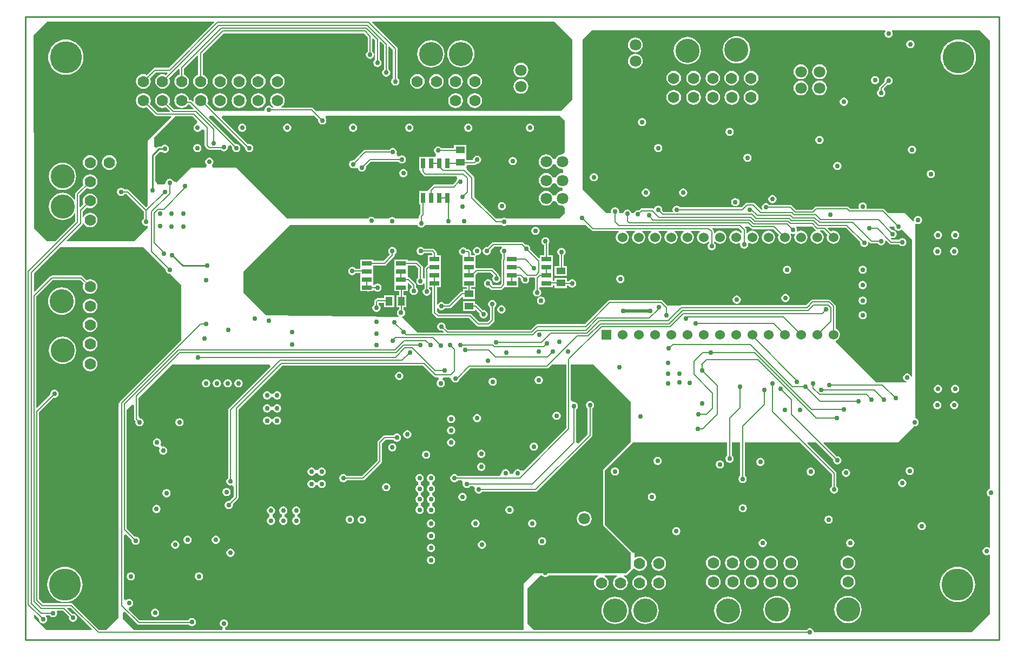
<source format=gbl>
G04*
G04 #@! TF.GenerationSoftware,Altium Limited,Altium Designer,18.1.11 (251)*
G04*
G04 Layer_Physical_Order=4*
G04 Layer_Color=16711680*
%FSLAX25Y25*%
%MOIN*%
G70*
G01*
G75*
%ADD12C,0.01000*%
%ADD18R,0.06102X0.02559*%
%ADD23C,0.03000*%
%ADD24R,0.04134X0.05512*%
%ADD29R,0.05512X0.04134*%
%ADD38R,0.02559X0.06102*%
%ADD95C,0.00700*%
%ADD96C,0.00800*%
%ADD99C,0.02000*%
%ADD101C,0.07087*%
%ADD102C,0.07000*%
%ADD103C,0.14800*%
%ADD104C,0.19685*%
%ADD105R,0.06024X0.06024*%
%ADD106C,0.06024*%
G36*
X700000Y555500D02*
Y279450D01*
X699524Y279355D01*
X698698Y278802D01*
X698145Y277976D01*
X697951Y277000D01*
X698145Y276025D01*
X698698Y275198D01*
X699524Y274645D01*
X700000Y274551D01*
Y243272D01*
X699500Y243004D01*
X698976Y243355D01*
X698000Y243549D01*
X697024Y243355D01*
X696198Y242802D01*
X695645Y241975D01*
X695451Y241000D01*
X695645Y240024D01*
X696198Y239198D01*
X697024Y238645D01*
X698000Y238451D01*
X698976Y238645D01*
X699500Y238996D01*
X700000Y238728D01*
Y202500D01*
X688500Y191000D01*
X591549D01*
X591355Y191975D01*
X590802Y192802D01*
X589976Y193355D01*
X589000Y193549D01*
X588025Y193355D01*
X587198Y192802D01*
X586913Y192376D01*
X419124D01*
X415000Y196500D01*
Y218000D01*
X423000Y226000D01*
X424101D01*
X424261Y225761D01*
X425087Y225208D01*
X426063Y225014D01*
X427038Y225208D01*
X427865Y225761D01*
X428025Y226000D01*
X458298D01*
X458398Y225500D01*
X458231Y225431D01*
X457291Y224709D01*
X456569Y223769D01*
X456116Y222675D01*
X455961Y221500D01*
X456116Y220325D01*
X456569Y219231D01*
X457291Y218291D01*
X458231Y217569D01*
X459325Y217116D01*
X460500Y216961D01*
X461675Y217116D01*
X462769Y217569D01*
X463709Y218291D01*
X464431Y219231D01*
X464884Y220325D01*
X465039Y221500D01*
X464884Y222675D01*
X464431Y223769D01*
X463709Y224709D01*
X462769Y225431D01*
X462602Y225500D01*
X462702Y226000D01*
X470098D01*
X470198Y225500D01*
X470031Y225431D01*
X469091Y224709D01*
X468369Y223769D01*
X467916Y222675D01*
X467761Y221500D01*
X467916Y220325D01*
X468369Y219231D01*
X469091Y218291D01*
X470031Y217569D01*
X471125Y217116D01*
X472300Y216961D01*
X473475Y217116D01*
X474569Y217569D01*
X475509Y218291D01*
X476231Y219231D01*
X476684Y220325D01*
X476839Y221500D01*
X476684Y222675D01*
X476231Y223769D01*
X475509Y224709D01*
X474569Y225431D01*
X474402Y225500D01*
X474502Y226000D01*
X476000D01*
X480275Y230275D01*
X480774Y230242D01*
X480891Y230091D01*
X481831Y229369D01*
X482925Y228916D01*
X484100Y228761D01*
X485275Y228916D01*
X486369Y229369D01*
X487309Y230091D01*
X488031Y231031D01*
X488484Y232125D01*
X488639Y233300D01*
X488484Y234475D01*
X488031Y235569D01*
X487309Y236509D01*
X486369Y237231D01*
X485275Y237684D01*
X484100Y237839D01*
X482925Y237684D01*
X481831Y237231D01*
X481448Y236937D01*
X481000Y237159D01*
Y240000D01*
X480000D01*
X462500Y257500D01*
Y290500D01*
X480000Y308000D01*
X538088D01*
Y300063D01*
X537698Y299802D01*
X537145Y298975D01*
X536951Y298000D01*
X537145Y297024D01*
X537698Y296198D01*
X538524Y295645D01*
X539500Y295451D01*
X540476Y295645D01*
X541302Y296198D01*
X541855Y297024D01*
X542049Y298000D01*
X541855Y298975D01*
X541302Y299802D01*
X540943Y300043D01*
Y308000D01*
X546073D01*
Y287553D01*
X545698Y287302D01*
X545145Y286475D01*
X544951Y285500D01*
X545145Y284524D01*
X545698Y283698D01*
X546524Y283145D01*
X547500Y282951D01*
X548476Y283145D01*
X549302Y283698D01*
X549855Y284524D01*
X550049Y285500D01*
X549855Y286475D01*
X549302Y287302D01*
X548927Y287553D01*
Y308000D01*
X582981D01*
X602573Y288409D01*
Y281053D01*
X602198Y280802D01*
X601645Y279976D01*
X601451Y279000D01*
X601645Y278025D01*
X602198Y277198D01*
X603024Y276645D01*
X604000Y276451D01*
X604976Y276645D01*
X605802Y277198D01*
X606355Y278025D01*
X606549Y279000D01*
X606355Y279976D01*
X605802Y280802D01*
X605427Y281053D01*
Y289000D01*
X605427Y289000D01*
X605319Y289546D01*
X605009Y290009D01*
X605009Y290009D01*
X587481Y307538D01*
X587672Y308000D01*
X593053D01*
X603551Y297502D01*
X603451Y297000D01*
X603645Y296024D01*
X604198Y295198D01*
X605024Y294645D01*
X606000Y294451D01*
X606976Y294645D01*
X607802Y295198D01*
X608355Y296024D01*
X608549Y297000D01*
X608355Y297975D01*
X607802Y298802D01*
X606976Y299355D01*
X606000Y299549D01*
X605498Y299449D01*
X597408Y307538D01*
X597600Y308000D01*
X643500D01*
X653459Y317959D01*
X653500Y317951D01*
X654475Y318145D01*
X655302Y318698D01*
X655855Y319525D01*
X656049Y320500D01*
X655855Y321476D01*
X655302Y322302D01*
X654475Y322855D01*
X654000Y322950D01*
Y442603D01*
X654500Y442870D01*
X654649Y442770D01*
X655625Y442576D01*
X656601Y442770D01*
X657427Y443323D01*
X657980Y444149D01*
X658174Y445125D01*
X657980Y446101D01*
X657427Y446927D01*
X656601Y447480D01*
X655625Y447674D01*
X654649Y447480D01*
X653823Y446927D01*
X653270Y446101D01*
X653076Y445125D01*
X653199Y444508D01*
X652738Y444262D01*
X647500Y449500D01*
X637019D01*
X634909Y451609D01*
X634446Y451919D01*
X633900Y452027D01*
X633900Y452027D01*
X624053D01*
X623817Y452468D01*
X623855Y452525D01*
X624049Y453500D01*
X623855Y454475D01*
X623302Y455302D01*
X622475Y455855D01*
X621500Y456049D01*
X620525Y455855D01*
X619698Y455302D01*
X619145Y454475D01*
X618951Y453500D01*
X619145Y452525D01*
X619183Y452468D01*
X618947Y452027D01*
X613991D01*
X613009Y453009D01*
X612546Y453319D01*
X612000Y453427D01*
X612000Y453427D01*
X593000D01*
X593000Y453427D01*
X592454Y453319D01*
X591991Y453009D01*
X591991Y453009D01*
X590509Y451527D01*
X580603D01*
X578121Y454009D01*
X577658Y454319D01*
X577112Y454427D01*
X577112Y454427D01*
X564053D01*
X563802Y454802D01*
X562976Y455355D01*
X562000Y455549D01*
X561025Y455355D01*
X560198Y454802D01*
X559645Y453975D01*
X559451Y453000D01*
X559645Y452025D01*
X559741Y451881D01*
X559491Y451355D01*
X559198Y451321D01*
X555109Y455409D01*
X554646Y455719D01*
X554100Y455827D01*
X554100Y455827D01*
X550299D01*
X550299Y455827D01*
X549753Y455719D01*
X549289Y455409D01*
X549289Y455409D01*
X546807Y452927D01*
X509053D01*
X508802Y453302D01*
X507975Y453855D01*
X507000Y454049D01*
X506025Y453855D01*
X505198Y453302D01*
X504645Y452476D01*
X504451Y451500D01*
X504645Y450525D01*
X504683Y450468D01*
X504447Y450027D01*
X498991D01*
X497961Y451058D01*
X498049Y451500D01*
X497855Y452476D01*
X497302Y453302D01*
X496476Y453855D01*
X495500Y454049D01*
X494524Y453855D01*
X493698Y453302D01*
X493145Y452476D01*
X493112Y452310D01*
X492785Y452175D01*
X492568Y452137D01*
X492120Y452226D01*
X485288D01*
X484761Y452122D01*
X484314Y451823D01*
X484314Y451823D01*
X483502Y451012D01*
X483000Y451112D01*
X482024Y450917D01*
X481198Y450365D01*
X480645Y449538D01*
X480638Y449500D01*
X478949D01*
X478855Y449975D01*
X478302Y450802D01*
X477476Y451355D01*
X476500Y451549D01*
X475525Y451355D01*
X474698Y450802D01*
X474145Y449975D01*
X474051Y449500D01*
X471860D01*
X471450Y450000D01*
X471549Y450500D01*
X471355Y451475D01*
X470802Y452302D01*
X469976Y452855D01*
X469000Y453049D01*
X468024Y452855D01*
X467198Y452302D01*
X466645Y451475D01*
X466451Y450500D01*
X466550Y450000D01*
X466140Y449500D01*
X463500D01*
X449000Y464000D01*
Y556500D01*
X454500Y562000D01*
X635228D01*
X635496Y561500D01*
X635145Y560976D01*
X634951Y560000D01*
X635145Y559024D01*
X635698Y558198D01*
X636524Y557645D01*
X637500Y557451D01*
X638476Y557645D01*
X639302Y558198D01*
X639855Y559024D01*
X640049Y560000D01*
X639855Y560976D01*
X639504Y561500D01*
X639772Y562000D01*
X693500D01*
X700000Y555500D01*
D02*
G37*
G36*
X442500Y556500D02*
Y519500D01*
X435500Y512500D01*
X284519D01*
X283009Y514009D01*
X282546Y514319D01*
X282000Y514427D01*
X282000Y514427D01*
X263545D01*
X263376Y514927D01*
X264109Y515491D01*
X264831Y516431D01*
X265284Y517525D01*
X265439Y518700D01*
X265284Y519875D01*
X264831Y520969D01*
X264109Y521909D01*
X263169Y522631D01*
X262075Y523084D01*
X260900Y523239D01*
X259725Y523084D01*
X258631Y522631D01*
X257691Y521909D01*
X256969Y520969D01*
X256516Y519875D01*
X256361Y518700D01*
X256516Y517525D01*
X256969Y516431D01*
X257691Y515491D01*
X258424Y514927D01*
X258255Y514427D01*
X257553D01*
X257302Y514802D01*
X256475Y515355D01*
X255500Y515549D01*
X254524Y515355D01*
X253698Y514802D01*
X253145Y513975D01*
X252951Y513000D01*
X252974Y512886D01*
X252656Y512500D01*
X222147D01*
X217802Y516844D01*
X218084Y517525D01*
X218239Y518700D01*
X218084Y519875D01*
X217631Y520969D01*
X216909Y521909D01*
X215969Y522631D01*
X214875Y523084D01*
X213700Y523239D01*
X212525Y523084D01*
X211431Y522631D01*
X210491Y521909D01*
X209769Y520969D01*
X209316Y519875D01*
X209161Y518700D01*
X209198Y518418D01*
X208750Y518197D01*
X208169Y518778D01*
X207722Y519076D01*
X207195Y519181D01*
X206376D01*
X206284Y519875D01*
X205831Y520969D01*
X205109Y521909D01*
X204169Y522631D01*
X203075Y523084D01*
X201900Y523239D01*
X200725Y523084D01*
X199631Y522631D01*
X198691Y521909D01*
X197969Y520969D01*
X197516Y519875D01*
X197361Y518700D01*
X197516Y517525D01*
X197969Y516431D01*
X198691Y515491D01*
X199631Y514769D01*
X200725Y514316D01*
X201900Y514161D01*
X203075Y514316D01*
X204169Y514769D01*
X205109Y515491D01*
X205829Y516428D01*
X206625D01*
X209215Y513838D01*
X209024Y513377D01*
X197370D01*
X194114Y516632D01*
X194484Y517525D01*
X194639Y518700D01*
X194484Y519875D01*
X194031Y520969D01*
X193309Y521909D01*
X192369Y522631D01*
X191275Y523084D01*
X190100Y523239D01*
X188925Y523084D01*
X187831Y522631D01*
X186891Y521909D01*
X186169Y520969D01*
X185716Y519875D01*
X185561Y518700D01*
X185716Y517525D01*
X186169Y516431D01*
X186891Y515491D01*
X187831Y514769D01*
X188925Y514316D01*
X190100Y514161D01*
X191275Y514316D01*
X192168Y514686D01*
X194715Y512138D01*
X194524Y511677D01*
X187270D01*
X182314Y516632D01*
X182684Y517525D01*
X182839Y518700D01*
X182684Y519875D01*
X182231Y520969D01*
X181509Y521909D01*
X180569Y522631D01*
X179475Y523084D01*
X178300Y523239D01*
X177125Y523084D01*
X176031Y522631D01*
X175091Y521909D01*
X174369Y520969D01*
X173916Y519875D01*
X173761Y518700D01*
X173916Y517525D01*
X174369Y516431D01*
X175091Y515491D01*
X176031Y514769D01*
X177125Y514316D01*
X178300Y514161D01*
X179475Y514316D01*
X180368Y514686D01*
X185727Y509327D01*
X185727Y509327D01*
X186173Y509028D01*
X186700Y508923D01*
X195270D01*
X195462Y508462D01*
X181000Y494000D01*
Y453947D01*
X180000Y452947D01*
X169473Y463473D01*
X169027Y463772D01*
X168500Y463876D01*
X166587D01*
X166302Y464302D01*
X165475Y464855D01*
X164500Y465049D01*
X163524Y464855D01*
X162698Y464302D01*
X162145Y463476D01*
X161951Y462500D01*
X162145Y461524D01*
X162698Y460698D01*
X163524Y460145D01*
X164500Y459951D01*
X165475Y460145D01*
X166302Y460698D01*
X166587Y461124D01*
X167930D01*
X178624Y450430D01*
Y446087D01*
X178198Y445802D01*
X177645Y444976D01*
X177451Y444000D01*
X177645Y443024D01*
X178198Y442198D01*
X179025Y441645D01*
X180000Y441451D01*
X180500Y441550D01*
X181000Y441140D01*
Y440500D01*
X172500Y432000D01*
X131172Y432000D01*
X130981Y432462D01*
X140509Y441991D01*
X140509Y441991D01*
X140819Y442454D01*
X140927Y443000D01*
X141375Y443162D01*
X141427Y443173D01*
X141569Y442831D01*
X142291Y441891D01*
X143231Y441169D01*
X144325Y440716D01*
X145500Y440561D01*
X146675Y440716D01*
X147769Y441169D01*
X148709Y441891D01*
X149431Y442831D01*
X149884Y443925D01*
X150039Y445100D01*
X149884Y446275D01*
X149431Y447369D01*
X148709Y448309D01*
X147769Y449031D01*
X146675Y449484D01*
X145500Y449639D01*
X144325Y449484D01*
X143231Y449031D01*
X142291Y448309D01*
X141569Y447369D01*
X141427Y447027D01*
X140927Y447126D01*
Y450309D01*
X143483Y452865D01*
X144325Y452516D01*
X145500Y452361D01*
X146675Y452516D01*
X147769Y452969D01*
X148709Y453691D01*
X149431Y454631D01*
X149884Y455725D01*
X150039Y456900D01*
X149884Y458075D01*
X149431Y459169D01*
X148709Y460109D01*
X147769Y460831D01*
X146675Y461284D01*
X145500Y461439D01*
X144325Y461284D01*
X143231Y460831D01*
X142291Y460109D01*
X141569Y459169D01*
X141116Y458075D01*
X140961Y456900D01*
X141116Y455725D01*
X141465Y454883D01*
X139589Y453008D01*
X139127Y453199D01*
Y460309D01*
X143483Y464665D01*
X144325Y464316D01*
X145500Y464161D01*
X146675Y464316D01*
X147769Y464769D01*
X148709Y465491D01*
X149431Y466431D01*
X149884Y467525D01*
X150039Y468700D01*
X149884Y469875D01*
X149431Y470969D01*
X148709Y471909D01*
X147769Y472631D01*
X146675Y473084D01*
X145500Y473239D01*
X144325Y473084D01*
X143231Y472631D01*
X142291Y471909D01*
X141569Y470969D01*
X141116Y469875D01*
X140961Y468700D01*
X141116Y467525D01*
X141465Y466683D01*
X136691Y461909D01*
X136381Y461446D01*
X136273Y460900D01*
X136273Y460900D01*
Y457807D01*
X135788Y457685D01*
X135518Y458189D01*
X134468Y459468D01*
X133189Y460518D01*
X131730Y461298D01*
X130147Y461778D01*
X128500Y461941D01*
X126853Y461778D01*
X125270Y461298D01*
X123811Y460518D01*
X122532Y459468D01*
X121482Y458189D01*
X120702Y456730D01*
X120221Y455147D01*
X120059Y453500D01*
X120221Y451853D01*
X120702Y450270D01*
X121482Y448811D01*
X122532Y447532D01*
X123811Y446482D01*
X125270Y445702D01*
X126853Y445222D01*
X128500Y445059D01*
X130147Y445222D01*
X131730Y445702D01*
X133189Y446482D01*
X134468Y447532D01*
X135518Y448811D01*
X135788Y449315D01*
X136273Y449193D01*
Y444337D01*
X123936Y432000D01*
X119000D01*
X111011Y439989D01*
X110500Y559000D01*
X119000Y567500D01*
X221882D01*
X222074Y567038D01*
X193963Y538927D01*
X185300D01*
X184754Y538819D01*
X184291Y538509D01*
X184291Y538509D01*
X180317Y534535D01*
X179475Y534884D01*
X178300Y535039D01*
X177125Y534884D01*
X176031Y534431D01*
X175091Y533709D01*
X174369Y532769D01*
X173916Y531675D01*
X173761Y530500D01*
X173916Y529325D01*
X174369Y528231D01*
X175091Y527291D01*
X176031Y526569D01*
X177125Y526116D01*
X178300Y525961D01*
X179475Y526116D01*
X180569Y526569D01*
X181509Y527291D01*
X182231Y528231D01*
X182684Y529325D01*
X182839Y530500D01*
X182684Y531675D01*
X182335Y532517D01*
X185891Y536073D01*
X193001D01*
X193192Y535611D01*
X192117Y534535D01*
X191275Y534884D01*
X190100Y535039D01*
X188925Y534884D01*
X187831Y534431D01*
X186891Y533709D01*
X186169Y532769D01*
X185716Y531675D01*
X185561Y530500D01*
X185716Y529325D01*
X186169Y528231D01*
X186891Y527291D01*
X187831Y526569D01*
X188925Y526116D01*
X190100Y525961D01*
X191275Y526116D01*
X192369Y526569D01*
X193309Y527291D01*
X194031Y528231D01*
X194484Y529325D01*
X194639Y530500D01*
X194484Y531675D01*
X194135Y532517D01*
X200011Y538392D01*
X200473Y538201D01*
Y534780D01*
X199631Y534431D01*
X198691Y533709D01*
X197969Y532769D01*
X197516Y531675D01*
X197361Y530500D01*
X197516Y529325D01*
X197969Y528231D01*
X198691Y527291D01*
X199631Y526569D01*
X200725Y526116D01*
X201900Y525961D01*
X203075Y526116D01*
X204169Y526569D01*
X205109Y527291D01*
X205831Y528231D01*
X206284Y529325D01*
X206439Y530500D01*
X206284Y531675D01*
X205831Y532769D01*
X205109Y533709D01*
X204169Y534431D01*
X203327Y534780D01*
Y538309D01*
X211611Y546592D01*
X212073Y546401D01*
Y534780D01*
X211231Y534431D01*
X210291Y533709D01*
X209569Y532769D01*
X209116Y531675D01*
X208961Y530500D01*
X209116Y529325D01*
X209569Y528231D01*
X210291Y527291D01*
X211231Y526569D01*
X212325Y526116D01*
X213500Y525961D01*
X214675Y526116D01*
X215769Y526569D01*
X216709Y527291D01*
X217431Y528231D01*
X217884Y529325D01*
X218039Y530500D01*
X217884Y531675D01*
X217431Y532769D01*
X216709Y533709D01*
X215769Y534431D01*
X214927Y534780D01*
Y547363D01*
X227737Y560173D01*
X314218D01*
X316573Y557818D01*
Y549053D01*
X316198Y548802D01*
X315645Y547975D01*
X315451Y547000D01*
X315645Y546025D01*
X316198Y545198D01*
X317024Y544645D01*
X318000Y544451D01*
X318975Y544645D01*
X319802Y545198D01*
X320355Y546025D01*
X320549Y547000D01*
X320355Y547975D01*
X319802Y548802D01*
X319427Y549053D01*
Y556855D01*
X319889Y557046D01*
X321073Y555863D01*
Y544053D01*
X320698Y543802D01*
X320145Y542976D01*
X319951Y542000D01*
X320145Y541024D01*
X320698Y540198D01*
X321525Y539645D01*
X322500Y539451D01*
X323476Y539645D01*
X324302Y540198D01*
X324855Y541024D01*
X325049Y542000D01*
X324855Y542976D01*
X324302Y543802D01*
X323927Y544053D01*
Y554901D01*
X324389Y555092D01*
X326573Y552909D01*
Y538053D01*
X326198Y537802D01*
X325645Y536975D01*
X325451Y536000D01*
X325645Y535024D01*
X326198Y534198D01*
X327025Y533645D01*
X328000Y533451D01*
X328976Y533645D01*
X329802Y534198D01*
X330355Y535024D01*
X330549Y536000D01*
X330355Y536975D01*
X329802Y537802D01*
X329427Y538053D01*
Y551946D01*
X329889Y552138D01*
X332073Y549954D01*
Y532553D01*
X331698Y532302D01*
X331145Y531475D01*
X330951Y530500D01*
X331145Y529525D01*
X331698Y528698D01*
X332524Y528145D01*
X333500Y527951D01*
X334475Y528145D01*
X335302Y528698D01*
X335855Y529525D01*
X336049Y530500D01*
X335855Y531475D01*
X335302Y532302D01*
X334927Y532553D01*
Y550546D01*
X334819Y551092D01*
X334509Y551555D01*
X334509Y551555D01*
X319026Y567038D01*
X319218Y567500D01*
X431500D01*
X442500Y556500D01*
D02*
G37*
G36*
X438000Y506535D02*
X438000Y486845D01*
X436500Y485582D01*
X435314Y485426D01*
X434209Y484969D01*
X433260Y484240D01*
X432531Y483291D01*
X432312Y482761D01*
X430688D01*
X430469Y483291D01*
X429740Y484240D01*
X428791Y484969D01*
X427686Y485426D01*
X426500Y485582D01*
X425314Y485426D01*
X424209Y484969D01*
X423260Y484240D01*
X422531Y483291D01*
X422074Y482186D01*
X421917Y481000D01*
X422074Y479814D01*
X422531Y478709D01*
X423260Y477760D01*
X424209Y477031D01*
X425314Y476574D01*
X426500Y476417D01*
X427686Y476574D01*
X428791Y477031D01*
X429740Y477760D01*
X430469Y478709D01*
X430688Y479239D01*
X432312D01*
X432531Y478709D01*
X433260Y477760D01*
X434209Y477031D01*
X435314Y476574D01*
X436500Y476417D01*
X436996Y476000D01*
Y474500D01*
X436500Y474083D01*
X435314Y473926D01*
X434209Y473469D01*
X433260Y472740D01*
X432531Y471791D01*
X432312Y471261D01*
X430688D01*
X430469Y471791D01*
X429740Y472740D01*
X428791Y473469D01*
X427686Y473926D01*
X426500Y474083D01*
X425314Y473926D01*
X424209Y473469D01*
X423260Y472740D01*
X422531Y471791D01*
X422074Y470686D01*
X421917Y469500D01*
X422074Y468314D01*
X422531Y467209D01*
X423260Y466260D01*
X424209Y465531D01*
X425314Y465074D01*
X426500Y464918D01*
X427686Y465074D01*
X428791Y465531D01*
X429740Y466260D01*
X430469Y467209D01*
X430688Y467739D01*
X432312D01*
X432531Y467209D01*
X433260Y466260D01*
X434209Y465531D01*
X435314Y465074D01*
X436371Y464934D01*
X436699Y464432D01*
Y463568D01*
X436371Y463065D01*
X435314Y462926D01*
X434209Y462469D01*
X433260Y461740D01*
X432531Y460791D01*
X432312Y460261D01*
X430688D01*
X430469Y460791D01*
X429740Y461740D01*
X428791Y462469D01*
X427686Y462926D01*
X426500Y463083D01*
X425314Y462926D01*
X424209Y462469D01*
X423260Y461740D01*
X422531Y460791D01*
X422074Y459686D01*
X421917Y458500D01*
X422074Y457314D01*
X422531Y456209D01*
X423260Y455260D01*
X424209Y454531D01*
X425314Y454074D01*
X426500Y453918D01*
X427686Y454074D01*
X428791Y454531D01*
X429740Y455260D01*
X430469Y456209D01*
X430688Y456739D01*
X432312D01*
X432531Y456209D01*
X433260Y455260D01*
X434209Y454531D01*
X435314Y454074D01*
X436500Y453918D01*
X438000Y452655D01*
Y449535D01*
X434500Y446035D01*
X401954D01*
X401475Y446355D01*
X400500Y446549D01*
X399524Y446355D01*
X399046Y446035D01*
X395483D01*
X382227Y459291D01*
Y471014D01*
X382227Y471014D01*
X382119Y471560D01*
X381809Y472023D01*
X381809Y472023D01*
X377527Y476305D01*
X377279Y477573D01*
X377298Y477761D01*
X378103Y479073D01*
X382250D01*
X382250Y479073D01*
X382796Y479181D01*
X383259Y479491D01*
X383558Y479789D01*
X384000Y479701D01*
X384976Y479895D01*
X385802Y480448D01*
X386355Y481275D01*
X386549Y482250D01*
X386355Y483225D01*
X385802Y484052D01*
X384976Y484605D01*
X384000Y484799D01*
X383025Y484605D01*
X382198Y484052D01*
X381645Y483225D01*
X381451Y482250D01*
X381186Y481927D01*
X377256D01*
Y483673D01*
X377256Y483827D01*
Y485173D01*
X377256Y485327D01*
Y491307D01*
X369744D01*
Y489333D01*
X362021D01*
X361771Y489708D01*
X360944Y490261D01*
X359968Y490454D01*
X358993Y490261D01*
X358166Y489708D01*
X357614Y488881D01*
X357419Y487906D01*
X357614Y486930D01*
X358166Y486103D01*
X358798Y485681D01*
X358794Y485443D01*
X358221Y484181D01*
X357780D01*
Y484181D01*
X353221D01*
Y484181D01*
X352780D01*
Y484181D01*
X348220D01*
Y476079D01*
X348220D01*
X349085Y474937D01*
X349181Y474454D01*
X349491Y473991D01*
X350991Y472491D01*
X351454Y472181D01*
X352000Y472073D01*
X352000Y472073D01*
X371348D01*
X371803Y470573D01*
X371698Y470502D01*
X371145Y469675D01*
X371018Y469037D01*
X368909Y466927D01*
X357500D01*
X357500Y466927D01*
X356954Y466819D01*
X356491Y466509D01*
X356491Y466509D01*
X354491Y464509D01*
X354181Y464046D01*
X354073Y463500D01*
X353802Y463316D01*
X352780Y462921D01*
X351720Y462921D01*
X348220D01*
Y454819D01*
X349073D01*
Y449091D01*
X348491Y448509D01*
X348181Y448046D01*
X348073Y447500D01*
X348073Y447500D01*
Y446035D01*
X333481D01*
X333302Y446302D01*
X332475Y446855D01*
X331500Y447049D01*
X330524Y446855D01*
X329698Y446302D01*
X329519Y446035D01*
X320928D01*
X320659Y446437D01*
X319833Y446989D01*
X318857Y447183D01*
X317882Y446989D01*
X317055Y446437D01*
X316787Y446035D01*
X267000D01*
X235500Y477535D01*
X221015D01*
X220560Y479035D01*
X220802Y479198D01*
X221355Y480024D01*
X221549Y481000D01*
X221355Y481976D01*
X220802Y482802D01*
X219975Y483355D01*
X219000Y483549D01*
X218024Y483355D01*
X217198Y482802D01*
X216645Y481976D01*
X216451Y481000D01*
X216645Y480024D01*
X217198Y479198D01*
X217440Y479035D01*
X216985Y477535D01*
X207500D01*
X198477Y468512D01*
X196855Y468975D01*
X196302Y469802D01*
X195475Y470355D01*
X194500Y470549D01*
X193525Y470355D01*
X192698Y469802D01*
X192145Y468975D01*
X191951Y468000D01*
X191159Y467035D01*
X187000D01*
X185529Y469241D01*
Y484367D01*
X188190Y487028D01*
X189698Y487198D01*
X190524Y486645D01*
X191500Y486451D01*
X192475Y486645D01*
X193302Y487198D01*
X193855Y488025D01*
X194049Y489000D01*
X193855Y489976D01*
X193302Y490802D01*
X192475Y491355D01*
X191500Y491549D01*
X190524Y491355D01*
X189698Y490802D01*
X189515Y490529D01*
X188000D01*
X187415Y490413D01*
X186919Y490081D01*
X186386Y489549D01*
X185000Y490123D01*
Y496035D01*
X197888Y508923D01*
X208630D01*
X211564Y505989D01*
X211019Y504413D01*
X210725Y504355D01*
X209898Y503802D01*
X209346Y502976D01*
X209152Y502000D01*
X209346Y501024D01*
X209898Y500198D01*
X210725Y499645D01*
X211701Y499451D01*
X212676Y499645D01*
X213503Y500198D01*
X213673Y500451D01*
X215285Y500879D01*
X215550Y500848D01*
X216124Y500426D01*
Y491150D01*
X216228Y490623D01*
X216527Y490177D01*
X218027Y488677D01*
X218473Y488378D01*
X219000Y488273D01*
X226147D01*
X226198Y488198D01*
X227025Y487645D01*
X228000Y487451D01*
X228976Y487645D01*
X229802Y488198D01*
X230355Y489024D01*
X230549Y490000D01*
X230454Y490478D01*
X231836Y491217D01*
X233051Y490002D01*
X232951Y489500D01*
X233145Y488524D01*
X233698Y487698D01*
X234524Y487145D01*
X235500Y486951D01*
X236475Y487145D01*
X237302Y487698D01*
X237855Y488524D01*
X238049Y489500D01*
X237855Y490476D01*
X237302Y491302D01*
X236475Y491855D01*
X235500Y492049D01*
X234998Y491949D01*
X218797Y508150D01*
X219371Y509535D01*
X221218D01*
X241001Y489752D01*
X240951Y489500D01*
X241145Y488524D01*
X241698Y487698D01*
X242525Y487145D01*
X243500Y486951D01*
X244476Y487145D01*
X245302Y487698D01*
X245855Y488524D01*
X246049Y489500D01*
X245855Y490476D01*
X245302Y491302D01*
X244476Y491855D01*
X243500Y492049D01*
X242747Y491899D01*
X226497Y508150D01*
X227071Y509535D01*
X283446D01*
X286039Y506942D01*
X285951Y506500D01*
X286145Y505524D01*
X286698Y504698D01*
X287525Y504145D01*
X288500Y503951D01*
X289475Y504145D01*
X290302Y504698D01*
X290855Y505524D01*
X291049Y506500D01*
X290855Y507476D01*
X290481Y508035D01*
X290787Y509011D01*
X291145Y509535D01*
X435000Y509535D01*
X438000Y506535D01*
D02*
G37*
G36*
X331254Y442000D02*
X331500Y441951D01*
X331746Y442000D01*
X347162D01*
X347698Y441198D01*
X348524Y440645D01*
X349500Y440451D01*
X350476Y440645D01*
X351302Y441198D01*
X351838Y442000D01*
X365994Y442000D01*
X366240Y441951D01*
X366486Y442000D01*
X375754D01*
X376000Y441951D01*
X376246Y442000D01*
X398993D01*
X399524Y441645D01*
X400500Y441451D01*
X401475Y441645D01*
X402007Y442000D01*
X451000D01*
X453000Y440000D01*
X453027Y440027D01*
X454177Y438877D01*
X454623Y438578D01*
X455150Y438474D01*
X471108D01*
X471437Y438029D01*
X471437Y437973D01*
X470639Y437361D01*
X469996Y436523D01*
X469591Y435547D01*
X469454Y434500D01*
X469591Y433453D01*
X469996Y432477D01*
X470639Y431639D01*
X471477Y430996D01*
X472453Y430591D01*
X473500Y430454D01*
X474547Y430591D01*
X475523Y430996D01*
X476361Y431639D01*
X477004Y432477D01*
X477409Y433453D01*
X477546Y434500D01*
X477409Y435547D01*
X477004Y436523D01*
X476361Y437361D01*
X475563Y437973D01*
X475563Y438029D01*
X475891Y438474D01*
X481109D01*
X481437Y438029D01*
X481437Y437973D01*
X480639Y437361D01*
X479996Y436523D01*
X479591Y435547D01*
X479454Y434500D01*
X479591Y433453D01*
X479996Y432477D01*
X480639Y431639D01*
X481477Y430996D01*
X482453Y430591D01*
X483500Y430454D01*
X484547Y430591D01*
X485523Y430996D01*
X486361Y431639D01*
X487004Y432477D01*
X487409Y433453D01*
X487546Y434500D01*
X487409Y435547D01*
X487004Y436523D01*
X486361Y437361D01*
X485563Y437973D01*
X485563Y438029D01*
X485891Y438474D01*
X491109D01*
X491437Y438029D01*
X491437Y437973D01*
X490639Y437361D01*
X489996Y436523D01*
X489591Y435547D01*
X489454Y434500D01*
X489591Y433453D01*
X489996Y432477D01*
X490639Y431639D01*
X491477Y430996D01*
X492453Y430591D01*
X493500Y430454D01*
X494547Y430591D01*
X495523Y430996D01*
X496361Y431639D01*
X497004Y432477D01*
X497409Y433453D01*
X497546Y434500D01*
X497409Y435547D01*
X497004Y436523D01*
X496361Y437361D01*
X495563Y437973D01*
X495563Y438029D01*
X495892Y438474D01*
X501109D01*
X501437Y438029D01*
X501437Y437973D01*
X500639Y437361D01*
X499996Y436523D01*
X499591Y435547D01*
X499454Y434500D01*
X499591Y433453D01*
X499996Y432477D01*
X500639Y431639D01*
X501477Y430996D01*
X502453Y430591D01*
X503500Y430454D01*
X504547Y430591D01*
X505523Y430996D01*
X506361Y431639D01*
X507004Y432477D01*
X507409Y433453D01*
X507546Y434500D01*
X507409Y435547D01*
X507004Y436523D01*
X506361Y437361D01*
X505563Y437973D01*
X505563Y438029D01*
X505892Y438474D01*
X511108D01*
X511437Y438029D01*
X511437Y437973D01*
X510639Y437361D01*
X509996Y436523D01*
X509591Y435547D01*
X509454Y434500D01*
X509591Y433453D01*
X509996Y432477D01*
X510639Y431639D01*
X511477Y430996D01*
X512453Y430591D01*
X513500Y430454D01*
X514547Y430591D01*
X515523Y430996D01*
X516361Y431639D01*
X517004Y432477D01*
X517409Y433453D01*
X517546Y434500D01*
X517409Y435547D01*
X517004Y436523D01*
X516361Y437361D01*
X515563Y437973D01*
X515563Y438029D01*
X515892Y438474D01*
X521108D01*
X521437Y438029D01*
X521437Y437973D01*
X520639Y437361D01*
X519996Y436523D01*
X519591Y435547D01*
X519454Y434500D01*
X519591Y433453D01*
X519996Y432477D01*
X520639Y431639D01*
X521477Y430996D01*
X522453Y430591D01*
X523500Y430454D01*
X524547Y430591D01*
X525523Y430996D01*
X526361Y431639D01*
X526623Y431981D01*
X527123Y431811D01*
Y431087D01*
X526698Y430802D01*
X526145Y429976D01*
X525951Y429000D01*
X526145Y428024D01*
X526698Y427198D01*
X527525Y426645D01*
X528500Y426451D01*
X529475Y426645D01*
X530302Y427198D01*
X530855Y428024D01*
X531049Y429000D01*
X530855Y429976D01*
X530302Y430802D01*
X529877Y431087D01*
Y431811D01*
X530376Y431981D01*
X530639Y431639D01*
X531477Y430996D01*
X532453Y430591D01*
X533500Y430454D01*
X534547Y430591D01*
X535523Y430996D01*
X536361Y431639D01*
X537004Y432477D01*
X537409Y433453D01*
X537546Y434500D01*
X537409Y435547D01*
X537004Y436523D01*
X536361Y437361D01*
X535523Y438004D01*
X534547Y438409D01*
X533500Y438546D01*
X532453Y438409D01*
X531477Y438004D01*
X530639Y437361D01*
X530376Y437019D01*
X529877Y437189D01*
Y438000D01*
X529877Y438000D01*
X529772Y438527D01*
X529473Y438973D01*
X529473Y438973D01*
X528736Y439711D01*
X528927Y440173D01*
X545309D01*
X547073Y438409D01*
Y437256D01*
X546573Y437086D01*
X546361Y437361D01*
X545523Y438004D01*
X544547Y438409D01*
X543500Y438546D01*
X542453Y438409D01*
X541477Y438004D01*
X540639Y437361D01*
X539996Y436523D01*
X539591Y435547D01*
X539454Y434500D01*
X539591Y433453D01*
X539996Y432477D01*
X540639Y431639D01*
X541477Y430996D01*
X542453Y430591D01*
X543500Y430454D01*
X544547Y430591D01*
X545523Y430996D01*
X545687Y431121D01*
X546114Y430819D01*
X545951Y430000D01*
X546145Y429025D01*
X546698Y428198D01*
X547524Y427645D01*
X548500Y427451D01*
X549475Y427645D01*
X550302Y428198D01*
X550855Y429025D01*
X551049Y430000D01*
X550886Y430819D01*
X551313Y431121D01*
X551477Y430996D01*
X552453Y430591D01*
X553500Y430454D01*
X554547Y430591D01*
X555523Y430996D01*
X556361Y431639D01*
X557004Y432477D01*
X557409Y433453D01*
X557546Y434500D01*
X557409Y435547D01*
X557004Y436523D01*
X556361Y437361D01*
X555523Y438004D01*
X554547Y438409D01*
X553500Y438546D01*
X552453Y438409D01*
X551477Y438004D01*
X550639Y437361D01*
X550427Y437086D01*
X549927Y437256D01*
Y439000D01*
X549927Y439000D01*
X549819Y439546D01*
X549509Y440009D01*
X549509Y440009D01*
X548981Y440538D01*
X549172Y441000D01*
X551577D01*
X552687Y439891D01*
X552687Y439891D01*
X553150Y439581D01*
X553696Y439473D01*
X566509D01*
X569838Y436143D01*
X569591Y435547D01*
X569454Y434500D01*
X569591Y433453D01*
X569996Y432477D01*
X570639Y431639D01*
X571477Y430996D01*
X572453Y430591D01*
X573500Y430454D01*
X574547Y430591D01*
X575523Y430996D01*
X576361Y431639D01*
X577004Y432477D01*
X577409Y433453D01*
X577546Y434500D01*
X577409Y435547D01*
X577080Y436341D01*
X577484Y436672D01*
X577525Y436645D01*
X578500Y436451D01*
X579475Y436645D01*
X579516Y436672D01*
X579920Y436341D01*
X579591Y435547D01*
X579454Y434500D01*
X579591Y433453D01*
X579996Y432477D01*
X580639Y431639D01*
X581477Y430996D01*
X582453Y430591D01*
X583500Y430454D01*
X584547Y430591D01*
X585523Y430996D01*
X586361Y431639D01*
X587004Y432477D01*
X587409Y433453D01*
X587546Y434500D01*
X587409Y435547D01*
X587004Y436523D01*
X586361Y437361D01*
X585523Y438004D01*
X584547Y438409D01*
X583500Y438546D01*
X582453Y438409D01*
X581477Y438004D01*
X581313Y437879D01*
X580886Y438181D01*
X581049Y439000D01*
X580855Y439976D01*
X580505Y440500D01*
X580772Y441000D01*
X590487D01*
X592461Y439027D01*
X592602Y438933D01*
X592480Y438412D01*
X592453Y438409D01*
X591477Y438004D01*
X590639Y437361D01*
X589996Y436523D01*
X589591Y435547D01*
X589454Y434500D01*
X589591Y433453D01*
X589996Y432477D01*
X590639Y431639D01*
X591477Y430996D01*
X592453Y430591D01*
X593500Y430454D01*
X594547Y430591D01*
X595523Y430996D01*
X596361Y431639D01*
X597004Y432477D01*
X597409Y433453D01*
X597546Y434500D01*
X597409Y435547D01*
X597004Y436523D01*
X596361Y437361D01*
X595523Y438004D01*
X595235Y438124D01*
X595335Y438624D01*
X597430D01*
X599859Y436194D01*
X599591Y435547D01*
X599454Y434500D01*
X599591Y433453D01*
X599996Y432477D01*
X600639Y431639D01*
X601477Y430996D01*
X602453Y430591D01*
X603500Y430454D01*
X604547Y430591D01*
X605523Y430996D01*
X606361Y431639D01*
X607004Y432477D01*
X607409Y433453D01*
X607546Y434500D01*
X607409Y435547D01*
X607004Y436523D01*
X606361Y437361D01*
X605523Y438004D01*
X604547Y438409D01*
X603500Y438546D01*
X602453Y438409D01*
X601806Y438141D01*
X600086Y439861D01*
X600277Y440323D01*
X611159D01*
X620039Y431442D01*
X619951Y431000D01*
X620145Y430024D01*
X620698Y429198D01*
X621524Y428645D01*
X622500Y428451D01*
X623476Y428645D01*
X624302Y429198D01*
X624855Y430024D01*
X625049Y431000D01*
X624993Y431281D01*
X625454Y431528D01*
X625991Y430991D01*
X625991Y430991D01*
X626454Y430681D01*
X627000Y430573D01*
X627000Y430573D01*
X630947D01*
X631198Y430198D01*
X632024Y429645D01*
X633000Y429451D01*
X633976Y429645D01*
X634802Y430198D01*
X635355Y431025D01*
X635549Y432000D01*
X635475Y432371D01*
X635936Y432618D01*
X638027Y430527D01*
X638027Y430527D01*
X638473Y430228D01*
X639000Y430124D01*
X639000Y430124D01*
X643913D01*
X644198Y429698D01*
X645024Y429145D01*
X646000Y428951D01*
X646976Y429145D01*
X647802Y429698D01*
X648355Y430524D01*
X648549Y431500D01*
X648355Y432476D01*
X647802Y433302D01*
X646976Y433855D01*
X646000Y434049D01*
X645024Y433855D01*
X644198Y433302D01*
X643913Y432876D01*
X639570D01*
X638658Y433789D01*
X638977Y434177D01*
X639024Y434145D01*
X640000Y433951D01*
X640976Y434145D01*
X641802Y434698D01*
X642355Y435525D01*
X642549Y436500D01*
X642355Y437475D01*
X641802Y438302D01*
X640976Y438855D01*
X640000Y439049D01*
X639558Y438961D01*
X637981Y440538D01*
X638172Y441000D01*
X640951D01*
X641145Y440025D01*
X641698Y439198D01*
X642524Y438645D01*
X643500Y438451D01*
X644476Y438645D01*
X645302Y439198D01*
X645758Y439242D01*
X652000Y433000D01*
Y348295D01*
X651500Y348246D01*
X651355Y348975D01*
X650802Y349802D01*
X649975Y350355D01*
X649000Y350549D01*
X648025Y350355D01*
X647198Y349802D01*
X646645Y348975D01*
X646451Y348000D01*
X646645Y347024D01*
X647198Y346198D01*
X648025Y345645D01*
X648754Y345500D01*
X648704Y345000D01*
X630000Y345000D01*
X604832Y370168D01*
X604949Y370758D01*
X605523Y370996D01*
X606361Y371639D01*
X607004Y372477D01*
X607409Y373453D01*
X607546Y374500D01*
X607409Y375547D01*
X607004Y376523D01*
X606361Y377361D01*
X605523Y378004D01*
X604926Y378252D01*
Y391885D01*
X604822Y392411D01*
X604523Y392858D01*
X601858Y395523D01*
X601411Y395822D01*
X600885Y395926D01*
X590646D01*
X590646Y395926D01*
X590119Y395822D01*
X589673Y395523D01*
X589673Y395523D01*
X586726Y392577D01*
X509796D01*
X509411Y392500D01*
X500977D01*
X498154Y395323D01*
X497707Y395622D01*
X497181Y395726D01*
X465801D01*
X465274Y395622D01*
X464827Y395323D01*
X450380Y380876D01*
X421000D01*
X420473Y380772D01*
X420027Y380473D01*
X419926Y380323D01*
X416980Y377377D01*
X366070D01*
X364449Y378998D01*
X364549Y379500D01*
X364355Y380475D01*
X363802Y381302D01*
X362976Y381855D01*
X362000Y382049D01*
X361024Y381855D01*
X360198Y381302D01*
X359645Y380475D01*
X359451Y379500D01*
X359645Y378524D01*
X360198Y377698D01*
X361024Y377145D01*
X362000Y376951D01*
X362502Y377051D01*
X363465Y376088D01*
X363274Y375626D01*
X347329D01*
X337704Y385055D01*
X337865Y385597D01*
X338105Y385645D01*
X338932Y386198D01*
X339485Y387024D01*
X339679Y388000D01*
X339485Y388976D01*
X338932Y389802D01*
X338668Y389979D01*
Y391344D01*
X340307D01*
Y398856D01*
X338668D01*
Y401221D01*
X341181D01*
Y405721D01*
X341181Y405780D01*
Y406173D01*
X341625Y406357D01*
X343573Y404409D01*
Y403553D01*
X343198Y403302D01*
X342645Y402476D01*
X342451Y401500D01*
X342645Y400525D01*
X343198Y399698D01*
X344024Y399145D01*
X345000Y398951D01*
X345975Y399145D01*
X346802Y399698D01*
X347355Y400525D01*
X347549Y401500D01*
X347355Y402476D01*
X346802Y403302D01*
X346427Y403553D01*
Y405000D01*
X346427Y405000D01*
X346319Y405546D01*
X346009Y406009D01*
X346009Y406009D01*
X342509Y409509D01*
X342046Y409819D01*
X341500Y409927D01*
X341181Y410270D01*
Y410779D01*
X341181D01*
Y411221D01*
X341181D01*
Y415721D01*
X341181Y415779D01*
Y416221D01*
X341181Y416280D01*
Y417073D01*
X345909D01*
X347673Y415309D01*
Y409553D01*
X347298Y409302D01*
X346745Y408475D01*
X346551Y407500D01*
X346745Y406525D01*
X347298Y405698D01*
X348125Y405145D01*
X349100Y404951D01*
X350076Y405145D01*
X350902Y405698D01*
X351073Y405952D01*
X351573Y405801D01*
Y403053D01*
X351198Y402802D01*
X350645Y401975D01*
X350451Y401000D01*
X350645Y400025D01*
X351198Y399198D01*
X352025Y398645D01*
X353000Y398451D01*
X353976Y398645D01*
X354802Y399198D01*
X355355Y400025D01*
X355549Y401000D01*
X355355Y401975D01*
X354802Y402802D01*
X354427Y403053D01*
Y403721D01*
X356313D01*
Y388160D01*
X356313Y388160D01*
X356421Y387614D01*
X356731Y387151D01*
X358891Y384991D01*
X358891Y384991D01*
X359354Y384681D01*
X359900Y384573D01*
X359900Y384573D01*
X378909D01*
X383537Y379944D01*
X383537Y379944D01*
X384000Y379635D01*
X384546Y379526D01*
X384546Y379526D01*
X390954D01*
X390954Y379526D01*
X391500Y379635D01*
X391963Y379944D01*
X394289Y382270D01*
X394598Y382733D01*
X394707Y383279D01*
X394707Y383280D01*
Y391167D01*
X395082Y391418D01*
X395635Y392245D01*
X395829Y393220D01*
X395635Y394196D01*
X395082Y395023D01*
X394255Y395575D01*
X393280Y395770D01*
X392304Y395575D01*
X391477Y395023D01*
X390925Y394196D01*
X390731Y393220D01*
X390925Y392245D01*
X391477Y391418D01*
X391852Y391167D01*
Y383871D01*
X390363Y382381D01*
X385138D01*
X380509Y387009D01*
X380046Y387319D01*
X379500Y387427D01*
X379500Y387427D01*
X360491D01*
X359168Y388751D01*
Y390700D01*
X359631Y390996D01*
X359668Y390991D01*
X360198Y390198D01*
X361024Y389645D01*
X362000Y389451D01*
X362976Y389645D01*
X363802Y390198D01*
X364053Y390573D01*
X367000D01*
X367000Y390573D01*
X367546Y390681D01*
X368009Y390991D01*
X374744Y397725D01*
X375244Y397518D01*
Y396513D01*
X382756D01*
Y402647D01*
X380427D01*
Y403721D01*
X383051D01*
Y408220D01*
X383051Y408280D01*
Y408720D01*
X383051Y408779D01*
Y411261D01*
X384363Y412573D01*
X392409D01*
X394049Y410932D01*
X394036Y410802D01*
X393484Y409975D01*
X393290Y409000D01*
X393484Y408025D01*
X394036Y407198D01*
X394863Y406645D01*
X395839Y406451D01*
X396814Y406645D01*
X397641Y407198D01*
X398194Y408025D01*
X398388Y409000D01*
X398194Y409975D01*
X397641Y410802D01*
X397266Y411053D01*
Y411161D01*
X397157Y411708D01*
X396848Y412171D01*
X396848Y412171D01*
X394009Y415009D01*
X393546Y415319D01*
X393000Y415427D01*
X393000Y415427D01*
X383772D01*
X383772Y415427D01*
X383551Y415384D01*
X383051Y415758D01*
Y418221D01*
X383051Y418280D01*
Y418720D01*
X383051Y418780D01*
X383051Y423130D01*
X383200Y423299D01*
D01*
X383607Y423529D01*
X384000Y423451D01*
X384976Y423645D01*
X385802Y424198D01*
X386355Y425025D01*
X386549Y426000D01*
X386355Y426975D01*
X385802Y427802D01*
X384976Y428355D01*
X384000Y428549D01*
X383025Y428355D01*
X382198Y427802D01*
X381645Y426975D01*
X381451Y426000D01*
X381645Y425025D01*
X382198Y424198D01*
X382540Y423969D01*
X382753Y423548D01*
X382672Y423280D01*
X382614Y423279D01*
X382614Y423279D01*
X382613Y423279D01*
X380427D01*
Y425000D01*
X380427Y425000D01*
X380319Y425546D01*
X380009Y426009D01*
X380009Y426009D01*
X379307Y426712D01*
X378844Y427021D01*
X378298Y427130D01*
X378298Y427130D01*
X377397D01*
X377147Y427505D01*
X376320Y428057D01*
X375344Y428251D01*
X374369Y428057D01*
X373542Y427505D01*
X372989Y426678D01*
X372795Y425702D01*
X372989Y424727D01*
X373542Y423900D01*
X374369Y423347D01*
X374949Y423232D01*
Y418780D01*
X374949Y418720D01*
Y418280D01*
X374949Y418221D01*
Y413721D01*
X374949D01*
Y413279D01*
X374949D01*
Y408779D01*
X374949Y408720D01*
Y408280D01*
X374949Y408220D01*
Y403721D01*
X377573D01*
Y402647D01*
X375244D01*
Y401008D01*
X374580D01*
X374580Y401008D01*
X374034Y400899D01*
X373571Y400590D01*
X373571Y400590D01*
X366409Y393427D01*
X364053D01*
X363802Y393802D01*
X362976Y394355D01*
X362000Y394549D01*
X361024Y394355D01*
X360198Y393802D01*
X359668Y393009D01*
X359631Y393004D01*
X359168Y393300D01*
Y403721D01*
X361791D01*
Y408280D01*
X361791D01*
Y408720D01*
X361791D01*
Y413279D01*
X361791D01*
Y413721D01*
X361791D01*
Y418221D01*
X361791Y418280D01*
Y418720D01*
X361791Y418780D01*
Y423279D01*
X359168D01*
Y424760D01*
X359168Y424760D01*
X359059Y425306D01*
X358750Y425769D01*
X358750Y425769D01*
X357509Y427009D01*
X357046Y427319D01*
X356500Y427427D01*
X356500Y427427D01*
X351233D01*
X350982Y427802D01*
X350156Y428355D01*
X349180Y428549D01*
X348205Y428355D01*
X347378Y427802D01*
X346825Y426975D01*
X346631Y426000D01*
X346825Y425025D01*
X347378Y424198D01*
X348205Y423645D01*
X349180Y423451D01*
X350156Y423645D01*
X350982Y424198D01*
X351233Y424573D01*
X355909D01*
X356313Y424169D01*
Y423279D01*
X353689D01*
Y418780D01*
X353689Y418720D01*
Y418280D01*
X353689Y418221D01*
Y417366D01*
X353454Y417319D01*
X352991Y417009D01*
X352991Y417009D01*
X351991Y416009D01*
X351681Y415546D01*
X351573Y415000D01*
X351573Y415000D01*
Y409199D01*
X351073Y409048D01*
X350902Y409302D01*
X350527Y409553D01*
Y416100D01*
X350527Y416100D01*
X350419Y416646D01*
X350109Y417109D01*
X349646Y417419D01*
X349588Y417430D01*
X347509Y419509D01*
X347046Y419819D01*
X346500Y419927D01*
X346500Y419927D01*
X341181D01*
Y420780D01*
X333079D01*
Y416280D01*
X333079Y416221D01*
Y415779D01*
X333079Y415721D01*
Y411221D01*
X333079D01*
Y410779D01*
X333079D01*
Y406280D01*
X333079Y406220D01*
Y405780D01*
X333079Y405721D01*
Y401221D01*
X335813D01*
Y398856D01*
X334173D01*
Y391344D01*
X335813D01*
Y390127D01*
X335328Y389802D01*
X334775Y388976D01*
X334581Y388000D01*
X334775Y387024D01*
X335328Y386198D01*
X335763Y385907D01*
X335609Y385408D01*
X254110Y386390D01*
X240000Y400500D01*
X240000Y413500D01*
X268500Y442000D01*
X331254D01*
D02*
G37*
G36*
X191959Y414541D02*
X191951Y414500D01*
X192145Y413524D01*
X192698Y412698D01*
X193525Y412145D01*
X194500Y411951D01*
X194541Y411959D01*
X201500Y405000D01*
Y370947D01*
X164027Y333473D01*
X163728Y333027D01*
X163654Y332654D01*
X163000Y332000D01*
Y200000D01*
X155500Y192500D01*
X150947D01*
X134973Y208473D01*
X134527Y208772D01*
X134000Y208876D01*
X116474D01*
X114026Y211324D01*
Y326580D01*
X122998Y335551D01*
X123500Y335451D01*
X124476Y335645D01*
X125302Y336198D01*
X125855Y337024D01*
X126049Y338000D01*
X125855Y338976D01*
X125302Y339802D01*
X124476Y340355D01*
X123500Y340549D01*
X122524Y340355D01*
X121698Y339802D01*
X121145Y338976D01*
X120951Y338000D01*
X121051Y337498D01*
X112788Y329235D01*
X112326Y329426D01*
Y397880D01*
X122570Y408123D01*
X139530D01*
X141486Y406168D01*
X141116Y405275D01*
X140961Y404100D01*
X141116Y402925D01*
X141569Y401831D01*
X142291Y400891D01*
X143231Y400169D01*
X144325Y399716D01*
X145500Y399561D01*
X146675Y399716D01*
X147769Y400169D01*
X148709Y400891D01*
X149431Y401831D01*
X149884Y402925D01*
X150039Y404100D01*
X149884Y405275D01*
X149431Y406369D01*
X148709Y407309D01*
X147769Y408031D01*
X146675Y408484D01*
X145500Y408639D01*
X144325Y408484D01*
X143432Y408114D01*
X141073Y410473D01*
X140627Y410772D01*
X140100Y410877D01*
X122000D01*
X121473Y410772D01*
X121027Y410473D01*
X111462Y400909D01*
X111000Y401100D01*
Y412481D01*
X127019Y428500D01*
X178000D01*
X191959Y414541D01*
D02*
G37*
G36*
X256094Y356000D02*
X256668Y354614D01*
X231027Y328973D01*
X230728Y328527D01*
X230624Y328000D01*
Y286087D01*
X230198Y285802D01*
X229645Y284976D01*
X229451Y284000D01*
X229645Y283025D01*
X230198Y282198D01*
X231025Y281645D01*
X232000Y281451D01*
X232624Y281575D01*
X233731Y280962D01*
X234123Y280608D01*
Y274570D01*
X231502Y271949D01*
X231000Y272049D01*
X230025Y271855D01*
X229198Y271302D01*
X228645Y270476D01*
X228451Y269500D01*
X228645Y268525D01*
X229198Y267698D01*
X230025Y267145D01*
X231000Y266951D01*
X231976Y267145D01*
X232802Y267698D01*
X233355Y268525D01*
X233549Y269500D01*
X233449Y270002D01*
X236473Y273027D01*
X236772Y273473D01*
X236877Y274000D01*
Y328430D01*
X263920Y355473D01*
X350580D01*
X357456Y348597D01*
X357456Y348597D01*
X357903Y348299D01*
X358430Y348194D01*
X358430Y348194D01*
X360034D01*
X360190Y347768D01*
X360284Y346694D01*
X359698Y346302D01*
X359145Y345476D01*
X358951Y344500D01*
X359145Y343525D01*
X359698Y342698D01*
X360525Y342145D01*
X361500Y341951D01*
X362475Y342145D01*
X363302Y342698D01*
X363855Y343525D01*
X364049Y344500D01*
X363855Y345476D01*
X363302Y346302D01*
X362716Y346694D01*
X362810Y347768D01*
X362966Y348194D01*
X366560D01*
X367799Y347576D01*
X368096Y346769D01*
X368145Y346525D01*
X368698Y345698D01*
X369525Y345145D01*
X370500Y344951D01*
X371476Y345145D01*
X372302Y345698D01*
X372855Y346525D01*
X372950Y347004D01*
X379570Y353624D01*
X426969D01*
X427496Y353728D01*
X427943Y354027D01*
X429916Y356000D01*
X439027D01*
Y316943D01*
X412650Y290566D01*
X410802Y290802D01*
X409975Y291355D01*
X409000Y291549D01*
X408025Y291355D01*
X407198Y290802D01*
X406645Y289976D01*
X406451Y289000D01*
X406198Y288673D01*
X404302D01*
X404049Y289000D01*
X403855Y289976D01*
X403302Y290802D01*
X402476Y291355D01*
X401500Y291549D01*
X400525Y291355D01*
X399698Y290802D01*
X399145Y289976D01*
X398951Y289000D01*
X397811Y287526D01*
X371987D01*
X371802Y287802D01*
X370975Y288355D01*
X370000Y288549D01*
X369024Y288355D01*
X368198Y287802D01*
X367645Y286976D01*
X367451Y286000D01*
X367645Y285024D01*
X368198Y284198D01*
X369024Y283645D01*
X370000Y283451D01*
X370975Y283645D01*
X371802Y284198D01*
X372187Y284773D01*
X374208D01*
X374922Y283785D01*
X375105Y283274D01*
X374951Y282500D01*
X375145Y281524D01*
X375698Y280698D01*
X376524Y280145D01*
X377500Y279951D01*
X378475Y280145D01*
X379302Y280698D01*
X379553Y281073D01*
X381574D01*
X381903Y280735D01*
X382565Y279573D01*
X382451Y279000D01*
X382645Y278025D01*
X383198Y277198D01*
X384025Y276645D01*
X385000Y276451D01*
X385976Y276645D01*
X386802Y277198D01*
X387053Y277573D01*
X420000D01*
X420000Y277573D01*
X420546Y277681D01*
X421009Y277991D01*
X454509Y311491D01*
X454509Y311491D01*
X454819Y311954D01*
X454927Y312500D01*
Y328947D01*
X455302Y329198D01*
X455855Y330025D01*
X456049Y331000D01*
X455855Y331976D01*
X455302Y332802D01*
X454475Y333355D01*
X453500Y333549D01*
X452525Y333355D01*
X451698Y332802D01*
X451145Y331976D01*
X450951Y331000D01*
X451145Y330025D01*
X451698Y329198D01*
X452073Y328947D01*
Y313091D01*
X446327Y307345D01*
X445079Y307929D01*
X444927Y308067D01*
Y328447D01*
X445302Y328698D01*
X445855Y329524D01*
X446049Y330500D01*
X445855Y331475D01*
X445302Y332302D01*
X444476Y332855D01*
X443500Y333049D01*
X443280Y333005D01*
X441780Y334024D01*
Y356000D01*
X455500D01*
X478500Y333000D01*
Y307942D01*
X461779Y291221D01*
X461558Y290890D01*
X461480Y290500D01*
Y257500D01*
X461558Y257110D01*
X461779Y256779D01*
X478500Y240058D01*
Y230500D01*
X475500Y227500D01*
X419000D01*
X412500Y221000D01*
X412500Y192500D01*
X229088Y192500D01*
X228708Y194000D01*
X228873Y194089D01*
X228976Y194145D01*
X229048Y194193D01*
X229802Y194698D01*
X230355Y195525D01*
X230549Y196500D01*
X230355Y197476D01*
X229802Y198302D01*
X228976Y198855D01*
X228000Y199049D01*
X227025Y198855D01*
X226198Y198302D01*
X225645Y197476D01*
X225451Y196500D01*
X225645Y195525D01*
X226198Y194698D01*
X226873Y194246D01*
X227025Y194145D01*
X227116Y194096D01*
X227292Y194000D01*
X226912Y192500D01*
X172500D01*
X165500Y199500D01*
Y203094D01*
X166886Y203668D01*
X174527Y196027D01*
X174973Y195728D01*
X175500Y195624D01*
X206330D01*
X206448Y195448D01*
X207275Y194895D01*
X208250Y194701D01*
X209226Y194895D01*
X210052Y195448D01*
X210605Y196274D01*
X210799Y197250D01*
X210605Y198225D01*
X210052Y199052D01*
X209226Y199605D01*
X208250Y199799D01*
X207275Y199605D01*
X206448Y199052D01*
X205996Y198376D01*
X176070D01*
X169403Y205044D01*
X169426Y205303D01*
X169993Y206574D01*
X170507Y206677D01*
X171334Y207229D01*
X171886Y208056D01*
X172081Y209032D01*
X171886Y210007D01*
X171334Y210834D01*
X170507Y211386D01*
X169532Y211580D01*
X168556Y211386D01*
X167876Y210932D01*
X167193Y211102D01*
X166376Y211509D01*
Y250717D01*
X167762Y251291D01*
X171051Y248002D01*
X170951Y247500D01*
X171145Y246525D01*
X171698Y245698D01*
X172524Y245145D01*
X173500Y244951D01*
X174476Y245145D01*
X175302Y245698D01*
X175855Y246525D01*
X176049Y247500D01*
X175855Y248476D01*
X175302Y249302D01*
X174476Y249855D01*
X173500Y250049D01*
X172998Y249949D01*
X168076Y254870D01*
Y328077D01*
X171238Y331238D01*
X172624Y330664D01*
Y322500D01*
X172728Y321973D01*
X173027Y321527D01*
X173551Y321002D01*
X173451Y320500D01*
X173645Y319525D01*
X174198Y318698D01*
X175024Y318145D01*
X176000Y317951D01*
X176976Y318145D01*
X177802Y318698D01*
X178355Y319525D01*
X178549Y320500D01*
X178355Y321476D01*
X177802Y322302D01*
X176976Y322855D01*
X176000Y323049D01*
X175376Y324454D01*
Y335377D01*
X196000Y356000D01*
X256094D01*
D02*
G37*
G36*
X146591Y192962D02*
X146400Y192500D01*
X118500D01*
X111000Y200000D01*
Y201828D01*
X111462Y202019D01*
X114039Y199442D01*
X113951Y199000D01*
X114145Y198024D01*
X114698Y197198D01*
X115524Y196645D01*
X116500Y196451D01*
X117475Y196645D01*
X118302Y197198D01*
X118855Y198024D01*
X119049Y199000D01*
X118855Y199976D01*
X118302Y200802D01*
X118206Y200867D01*
X118351Y201345D01*
X120720D01*
X120970Y200970D01*
X121797Y200418D01*
X122773Y200224D01*
X123748Y200418D01*
X124575Y200970D01*
X125128Y201797D01*
X125322Y202773D01*
X125128Y203748D01*
X125090Y203805D01*
X125325Y204246D01*
X128807D01*
X132551Y200502D01*
X132451Y200000D01*
X132645Y199024D01*
X133198Y198198D01*
X134025Y197645D01*
X135000Y197451D01*
X135976Y197645D01*
X136802Y198198D01*
X137355Y199024D01*
X137549Y200000D01*
X137355Y200975D01*
X136802Y201802D01*
X135976Y202355D01*
X135000Y202549D01*
X134498Y202449D01*
X131285Y205662D01*
X131476Y206123D01*
X133430D01*
X146591Y192962D01*
D02*
G37*
%LPC*%
G36*
X651000Y556049D02*
X650025Y555855D01*
X649198Y555302D01*
X648645Y554475D01*
X648451Y553500D01*
X648645Y552525D01*
X649198Y551698D01*
X650025Y551145D01*
X651000Y550951D01*
X651975Y551145D01*
X652802Y551698D01*
X653355Y552525D01*
X653549Y553500D01*
X653355Y554475D01*
X652802Y555302D01*
X651975Y555855D01*
X651000Y556049D01*
D02*
G37*
G36*
X481500Y557583D02*
X480314Y557426D01*
X479209Y556969D01*
X478260Y556240D01*
X477531Y555291D01*
X477074Y554186D01*
X476918Y553000D01*
X477074Y551814D01*
X477531Y550709D01*
X478260Y549760D01*
X479209Y549031D01*
X480314Y548574D01*
X481500Y548418D01*
X482686Y548574D01*
X483791Y549031D01*
X484740Y549760D01*
X485469Y550709D01*
X485926Y551814D01*
X486083Y553000D01*
X485926Y554186D01*
X485469Y555291D01*
X484740Y556240D01*
X483791Y556969D01*
X482686Y557426D01*
X481500Y557583D01*
D02*
G37*
G36*
X543800Y558441D02*
X542153Y558279D01*
X540570Y557798D01*
X539111Y557018D01*
X537832Y555968D01*
X536782Y554689D01*
X536002Y553230D01*
X535522Y551647D01*
X535359Y550000D01*
X535522Y548353D01*
X536002Y546770D01*
X536782Y545311D01*
X537832Y544032D01*
X539111Y542982D01*
X540570Y542202D01*
X542153Y541721D01*
X543800Y541559D01*
X545447Y541721D01*
X547030Y542202D01*
X548489Y542982D01*
X549768Y544032D01*
X550818Y545311D01*
X551598Y546770D01*
X552078Y548353D01*
X552241Y550000D01*
X552078Y551647D01*
X551598Y553230D01*
X550818Y554689D01*
X549768Y555968D01*
X548489Y557018D01*
X547030Y557798D01*
X545447Y558279D01*
X543800Y558441D01*
D02*
G37*
G36*
X513500Y557941D02*
X511853Y557779D01*
X510270Y557298D01*
X508811Y556518D01*
X507532Y555468D01*
X506482Y554189D01*
X505702Y552730D01*
X505222Y551147D01*
X505059Y549500D01*
X505222Y547853D01*
X505702Y546270D01*
X506482Y544811D01*
X507532Y543532D01*
X508811Y542482D01*
X510270Y541702D01*
X511853Y541222D01*
X513500Y541059D01*
X515147Y541222D01*
X516730Y541702D01*
X518189Y542482D01*
X519468Y543532D01*
X520518Y544811D01*
X521298Y546270D01*
X521778Y547853D01*
X521941Y549500D01*
X521778Y551147D01*
X521298Y552730D01*
X520518Y554189D01*
X519468Y555468D01*
X518189Y556518D01*
X516730Y557298D01*
X515147Y557779D01*
X513500Y557941D01*
D02*
G37*
G36*
X481500Y547582D02*
X480314Y547426D01*
X479209Y546969D01*
X478260Y546240D01*
X477531Y545291D01*
X477074Y544186D01*
X476918Y543000D01*
X477074Y541814D01*
X477531Y540709D01*
X478260Y539760D01*
X479209Y539031D01*
X480314Y538574D01*
X481500Y538417D01*
X482686Y538574D01*
X483791Y539031D01*
X484740Y539760D01*
X485469Y540709D01*
X485926Y541814D01*
X486083Y543000D01*
X485926Y544186D01*
X485469Y545291D01*
X484740Y546240D01*
X483791Y546969D01*
X482686Y547426D01*
X481500Y547582D01*
D02*
G37*
G36*
X680500Y556376D02*
X678799Y556242D01*
X677139Y555844D01*
X675562Y555191D01*
X674107Y554299D01*
X672810Y553191D01*
X671701Y551893D01*
X670809Y550438D01*
X670156Y548861D01*
X669758Y547201D01*
X669624Y545500D01*
X669758Y543799D01*
X670156Y542139D01*
X670809Y540562D01*
X671701Y539107D01*
X672810Y537810D01*
X674107Y536701D01*
X675562Y535809D01*
X677139Y535156D01*
X678799Y534758D01*
X680500Y534624D01*
X682201Y534758D01*
X683861Y535156D01*
X685438Y535809D01*
X686893Y536701D01*
X688191Y537810D01*
X689299Y539107D01*
X690191Y540562D01*
X690844Y542139D01*
X691242Y543799D01*
X691376Y545500D01*
X691242Y547201D01*
X690844Y548861D01*
X690191Y550438D01*
X689299Y551893D01*
X688191Y553191D01*
X686893Y554299D01*
X685438Y555191D01*
X683861Y555844D01*
X682201Y556242D01*
X680500Y556376D01*
D02*
G37*
G36*
X595000Y541082D02*
X593814Y540926D01*
X592709Y540469D01*
X591760Y539740D01*
X591031Y538791D01*
X590574Y537686D01*
X590417Y536500D01*
X590574Y535314D01*
X591031Y534209D01*
X591760Y533260D01*
X592709Y532531D01*
X593814Y532074D01*
X595000Y531917D01*
X596186Y532074D01*
X597291Y532531D01*
X598240Y533260D01*
X598969Y534209D01*
X599426Y535314D01*
X599582Y536500D01*
X599426Y537686D01*
X598969Y538791D01*
X598240Y539740D01*
X597291Y540469D01*
X596186Y540926D01*
X595000Y541082D01*
D02*
G37*
G36*
X583500D02*
X582314Y540926D01*
X581209Y540469D01*
X580260Y539740D01*
X579531Y538791D01*
X579074Y537686D01*
X578918Y536500D01*
X579074Y535314D01*
X579531Y534209D01*
X580260Y533260D01*
X581209Y532531D01*
X582314Y532074D01*
X583500Y531917D01*
X584686Y532074D01*
X585791Y532531D01*
X586740Y533260D01*
X587469Y534209D01*
X587926Y535314D01*
X588083Y536500D01*
X587926Y537686D01*
X587469Y538791D01*
X586740Y539740D01*
X585791Y540469D01*
X584686Y540926D01*
X583500Y541082D01*
D02*
G37*
G36*
X629246Y533795D02*
X628271Y533601D01*
X627444Y533048D01*
X626891Y532222D01*
X626697Y531246D01*
X626891Y530271D01*
X627444Y529444D01*
X628271Y528891D01*
X629246Y528697D01*
X630222Y528891D01*
X631048Y529444D01*
X631601Y530271D01*
X631795Y531246D01*
X631601Y532222D01*
X631048Y533048D01*
X630222Y533601D01*
X629246Y533795D01*
D02*
G37*
G36*
X637500Y533549D02*
X636524Y533355D01*
X635698Y532802D01*
X635145Y531976D01*
X634951Y531000D01*
X635051Y530498D01*
X632027Y527473D01*
X631728Y527027D01*
X631624Y526500D01*
Y525587D01*
X631198Y525302D01*
X630645Y524475D01*
X630451Y523500D01*
X630645Y522524D01*
X631198Y521698D01*
X632024Y521145D01*
X633000Y520951D01*
X633976Y521145D01*
X634802Y521698D01*
X635355Y522524D01*
X635549Y523500D01*
X635355Y524475D01*
X634802Y525302D01*
X634522Y525490D01*
X634483Y526037D01*
X636998Y528551D01*
X637500Y528451D01*
X638476Y528645D01*
X639302Y529198D01*
X639855Y530024D01*
X640049Y531000D01*
X639855Y531976D01*
X639302Y532802D01*
X638476Y533355D01*
X637500Y533549D01*
D02*
G37*
G36*
X552800Y537039D02*
X551625Y536884D01*
X550531Y536431D01*
X549591Y535709D01*
X548869Y534769D01*
X548416Y533675D01*
X548261Y532500D01*
X548416Y531325D01*
X548869Y530231D01*
X549591Y529291D01*
X550531Y528569D01*
X551625Y528116D01*
X552800Y527961D01*
X553975Y528116D01*
X555069Y528569D01*
X556009Y529291D01*
X556731Y530231D01*
X557184Y531325D01*
X557339Y532500D01*
X557184Y533675D01*
X556731Y534769D01*
X556009Y535709D01*
X555069Y536431D01*
X553975Y536884D01*
X552800Y537039D01*
D02*
G37*
G36*
X540800D02*
X539625Y536884D01*
X538531Y536431D01*
X537591Y535709D01*
X536869Y534769D01*
X536416Y533675D01*
X536261Y532500D01*
X536416Y531325D01*
X536869Y530231D01*
X537591Y529291D01*
X538531Y528569D01*
X539625Y528116D01*
X540800Y527961D01*
X541975Y528116D01*
X543069Y528569D01*
X544009Y529291D01*
X544731Y530231D01*
X545184Y531325D01*
X545339Y532500D01*
X545184Y533675D01*
X544731Y534769D01*
X544009Y535709D01*
X543069Y536431D01*
X541975Y536884D01*
X540800Y537039D01*
D02*
G37*
G36*
X529200D02*
X528025Y536884D01*
X526931Y536431D01*
X525991Y535709D01*
X525269Y534769D01*
X524816Y533675D01*
X524661Y532500D01*
X524816Y531325D01*
X525269Y530231D01*
X525991Y529291D01*
X526931Y528569D01*
X528025Y528116D01*
X529200Y527961D01*
X530375Y528116D01*
X531469Y528569D01*
X532409Y529291D01*
X533131Y530231D01*
X533584Y531325D01*
X533739Y532500D01*
X533584Y533675D01*
X533131Y534769D01*
X532409Y535709D01*
X531469Y536431D01*
X530375Y536884D01*
X529200Y537039D01*
D02*
G37*
G36*
X517400D02*
X516225Y536884D01*
X515131Y536431D01*
X514191Y535709D01*
X513469Y534769D01*
X513016Y533675D01*
X512861Y532500D01*
X513016Y531325D01*
X513469Y530231D01*
X514191Y529291D01*
X515131Y528569D01*
X516225Y528116D01*
X517400Y527961D01*
X518575Y528116D01*
X519669Y528569D01*
X520609Y529291D01*
X521331Y530231D01*
X521784Y531325D01*
X521939Y532500D01*
X521784Y533675D01*
X521331Y534769D01*
X520609Y535709D01*
X519669Y536431D01*
X518575Y536884D01*
X517400Y537039D01*
D02*
G37*
G36*
X505100D02*
X503925Y536884D01*
X502831Y536431D01*
X501891Y535709D01*
X501169Y534769D01*
X500716Y533675D01*
X500561Y532500D01*
X500716Y531325D01*
X501169Y530231D01*
X501891Y529291D01*
X502831Y528569D01*
X503925Y528116D01*
X505100Y527961D01*
X506275Y528116D01*
X507369Y528569D01*
X508309Y529291D01*
X509031Y530231D01*
X509484Y531325D01*
X509639Y532500D01*
X509484Y533675D01*
X509031Y534769D01*
X508309Y535709D01*
X507369Y536431D01*
X506275Y536884D01*
X505100Y537039D01*
D02*
G37*
G36*
X595000Y531082D02*
X593814Y530926D01*
X592709Y530469D01*
X591760Y529740D01*
X591031Y528791D01*
X590574Y527686D01*
X590417Y526500D01*
X590574Y525314D01*
X591031Y524209D01*
X591760Y523260D01*
X592709Y522531D01*
X593814Y522074D01*
X595000Y521917D01*
X596186Y522074D01*
X597291Y522531D01*
X598240Y523260D01*
X598969Y524209D01*
X599426Y525314D01*
X599582Y526500D01*
X599426Y527686D01*
X598969Y528791D01*
X598240Y529740D01*
X597291Y530469D01*
X596186Y530926D01*
X595000Y531082D01*
D02*
G37*
G36*
X583500D02*
X582314Y530926D01*
X581209Y530469D01*
X580260Y529740D01*
X579531Y528791D01*
X579074Y527686D01*
X578918Y526500D01*
X579074Y525314D01*
X579531Y524209D01*
X580260Y523260D01*
X581209Y522531D01*
X582314Y522074D01*
X583500Y521917D01*
X584686Y522074D01*
X585791Y522531D01*
X586740Y523260D01*
X587469Y524209D01*
X587926Y525314D01*
X588083Y526500D01*
X587926Y527686D01*
X587469Y528791D01*
X586740Y529740D01*
X585791Y530469D01*
X584686Y530926D01*
X583500Y531082D01*
D02*
G37*
G36*
X552800Y525239D02*
X551625Y525084D01*
X550531Y524631D01*
X549591Y523909D01*
X548869Y522969D01*
X548416Y521875D01*
X548261Y520700D01*
X548416Y519525D01*
X548869Y518431D01*
X549591Y517491D01*
X550531Y516769D01*
X551625Y516316D01*
X552800Y516161D01*
X553975Y516316D01*
X555069Y516769D01*
X556009Y517491D01*
X556731Y518431D01*
X557184Y519525D01*
X557339Y520700D01*
X557184Y521875D01*
X556731Y522969D01*
X556009Y523909D01*
X555069Y524631D01*
X553975Y525084D01*
X552800Y525239D01*
D02*
G37*
G36*
X541000D02*
X539825Y525084D01*
X538731Y524631D01*
X537791Y523909D01*
X537069Y522969D01*
X536616Y521875D01*
X536461Y520700D01*
X536616Y519525D01*
X537069Y518431D01*
X537791Y517491D01*
X538731Y516769D01*
X539825Y516316D01*
X541000Y516161D01*
X542175Y516316D01*
X543269Y516769D01*
X544209Y517491D01*
X544931Y518431D01*
X545384Y519525D01*
X545539Y520700D01*
X545384Y521875D01*
X544931Y522969D01*
X544209Y523909D01*
X543269Y524631D01*
X542175Y525084D01*
X541000Y525239D01*
D02*
G37*
G36*
X529200D02*
X528025Y525084D01*
X526931Y524631D01*
X525991Y523909D01*
X525269Y522969D01*
X524816Y521875D01*
X524661Y520700D01*
X524816Y519525D01*
X525269Y518431D01*
X525991Y517491D01*
X526931Y516769D01*
X528025Y516316D01*
X529200Y516161D01*
X530375Y516316D01*
X531469Y516769D01*
X532409Y517491D01*
X533131Y518431D01*
X533584Y519525D01*
X533739Y520700D01*
X533584Y521875D01*
X533131Y522969D01*
X532409Y523909D01*
X531469Y524631D01*
X530375Y525084D01*
X529200Y525239D01*
D02*
G37*
G36*
X517400D02*
X516225Y525084D01*
X515131Y524631D01*
X514191Y523909D01*
X513469Y522969D01*
X513016Y521875D01*
X512861Y520700D01*
X513016Y519525D01*
X513469Y518431D01*
X514191Y517491D01*
X515131Y516769D01*
X516225Y516316D01*
X517400Y516161D01*
X518575Y516316D01*
X519669Y516769D01*
X520609Y517491D01*
X521331Y518431D01*
X521784Y519525D01*
X521939Y520700D01*
X521784Y521875D01*
X521331Y522969D01*
X520609Y523909D01*
X519669Y524631D01*
X518575Y525084D01*
X517400Y525239D01*
D02*
G37*
G36*
X505100D02*
X503925Y525084D01*
X502831Y524631D01*
X501891Y523909D01*
X501169Y522969D01*
X500716Y521875D01*
X500561Y520700D01*
X500716Y519525D01*
X501169Y518431D01*
X501891Y517491D01*
X502831Y516769D01*
X503925Y516316D01*
X505100Y516161D01*
X506275Y516316D01*
X507369Y516769D01*
X508309Y517491D01*
X509031Y518431D01*
X509484Y519525D01*
X509639Y520700D01*
X509484Y521875D01*
X509031Y522969D01*
X508309Y523909D01*
X507369Y524631D01*
X506275Y525084D01*
X505100Y525239D01*
D02*
G37*
G36*
X610000Y520549D02*
X609024Y520355D01*
X608198Y519802D01*
X607645Y518975D01*
X607451Y518000D01*
X607645Y517025D01*
X608198Y516198D01*
X609024Y515645D01*
X610000Y515451D01*
X610976Y515645D01*
X611802Y516198D01*
X612355Y517025D01*
X612549Y518000D01*
X612355Y518975D01*
X611802Y519802D01*
X610976Y520355D01*
X610000Y520549D01*
D02*
G37*
G36*
X485630Y508049D02*
X484655Y507855D01*
X483827Y507302D01*
X483275Y506475D01*
X483081Y505500D01*
X483275Y504525D01*
X483827Y503698D01*
X484655Y503145D01*
X485630Y502951D01*
X486605Y503145D01*
X487432Y503698D01*
X487985Y504525D01*
X488179Y505500D01*
X487985Y506475D01*
X487432Y507302D01*
X486605Y507855D01*
X485630Y508049D01*
D02*
G37*
G36*
X539500Y502049D02*
X538524Y501855D01*
X537698Y501302D01*
X537145Y500476D01*
X536951Y499500D01*
X537145Y498525D01*
X537698Y497698D01*
X538524Y497145D01*
X539500Y496951D01*
X540476Y497145D01*
X541302Y497698D01*
X541855Y498525D01*
X542049Y499500D01*
X541855Y500476D01*
X541302Y501302D01*
X540476Y501855D01*
X539500Y502049D01*
D02*
G37*
G36*
X595000Y497049D02*
X594025Y496855D01*
X593198Y496302D01*
X592645Y495475D01*
X592451Y494500D01*
X592645Y493525D01*
X593198Y492698D01*
X594025Y492145D01*
X595000Y491951D01*
X595975Y492145D01*
X596802Y492698D01*
X597355Y493525D01*
X597549Y494500D01*
X597355Y495475D01*
X596802Y496302D01*
X595975Y496855D01*
X595000Y497049D01*
D02*
G37*
G36*
X495500Y492049D02*
X494524Y491855D01*
X493698Y491302D01*
X493145Y490476D01*
X492951Y489500D01*
X493145Y488524D01*
X493698Y487698D01*
X494524Y487145D01*
X495500Y486951D01*
X496476Y487145D01*
X497302Y487698D01*
X497855Y488524D01*
X498049Y489500D01*
X497855Y490476D01*
X497302Y491302D01*
X496476Y491855D01*
X495500Y492049D01*
D02*
G37*
G36*
X652000Y491049D02*
X651024Y490855D01*
X650198Y490302D01*
X649645Y489475D01*
X649451Y488500D01*
X649645Y487525D01*
X650198Y486698D01*
X651024Y486145D01*
X652000Y485951D01*
X652976Y486145D01*
X653802Y486698D01*
X654355Y487525D01*
X654549Y488500D01*
X654355Y489475D01*
X653802Y490302D01*
X652976Y490855D01*
X652000Y491049D01*
D02*
G37*
G36*
X550500Y486049D02*
X549524Y485855D01*
X548698Y485302D01*
X548145Y484476D01*
X547951Y483500D01*
X548145Y482524D01*
X548698Y481698D01*
X549524Y481145D01*
X550500Y480951D01*
X551475Y481145D01*
X552302Y481698D01*
X552855Y482524D01*
X553049Y483500D01*
X552855Y484476D01*
X552302Y485302D01*
X551475Y485855D01*
X550500Y486049D01*
D02*
G37*
G36*
X606000Y481049D02*
X605024Y480855D01*
X604198Y480302D01*
X603645Y479475D01*
X603451Y478500D01*
X603645Y477525D01*
X604198Y476698D01*
X605024Y476145D01*
X606000Y475951D01*
X606976Y476145D01*
X607802Y476698D01*
X608355Y477525D01*
X608549Y478500D01*
X608355Y479475D01*
X607802Y480302D01*
X606976Y480855D01*
X606000Y481049D01*
D02*
G37*
G36*
X663500Y476049D02*
X662525Y475855D01*
X661698Y475302D01*
X661145Y474475D01*
X660951Y473500D01*
X661145Y472524D01*
X661698Y471698D01*
X662525Y471145D01*
X663500Y470951D01*
X664475Y471145D01*
X665302Y471698D01*
X665855Y472524D01*
X666049Y473500D01*
X665855Y474475D01*
X665302Y475302D01*
X664475Y475855D01*
X663500Y476049D01*
D02*
G37*
G36*
X456000Y474049D02*
X455024Y473855D01*
X454198Y473302D01*
X453645Y472475D01*
X453451Y471500D01*
X453645Y470525D01*
X454198Y469698D01*
X455024Y469145D01*
X456000Y468951D01*
X456976Y469145D01*
X457802Y469698D01*
X458355Y470525D01*
X458549Y471500D01*
X458355Y472475D01*
X457802Y473302D01*
X456976Y473855D01*
X456000Y474049D01*
D02*
G37*
G36*
X511000Y464549D02*
X510024Y464355D01*
X509198Y463802D01*
X508645Y462976D01*
X508451Y462000D01*
X508645Y461025D01*
X509198Y460198D01*
X510024Y459645D01*
X511000Y459451D01*
X511975Y459645D01*
X512802Y460198D01*
X513355Y461025D01*
X513549Y462000D01*
X513355Y462976D01*
X512802Y463802D01*
X511975Y464355D01*
X511000Y464549D01*
D02*
G37*
G36*
X488000D02*
X487024Y464355D01*
X486198Y463802D01*
X485645Y462976D01*
X485451Y462000D01*
X485645Y461025D01*
X486198Y460198D01*
X487024Y459645D01*
X488000Y459451D01*
X488975Y459645D01*
X489802Y460198D01*
X490355Y461025D01*
X490549Y462000D01*
X490355Y462976D01*
X489802Y463802D01*
X488975Y464355D01*
X488000Y464549D01*
D02*
G37*
G36*
X566000Y460549D02*
X565025Y460355D01*
X564198Y459802D01*
X563645Y458976D01*
X563451Y458000D01*
X563645Y457024D01*
X564198Y456198D01*
X565025Y455645D01*
X566000Y455451D01*
X566975Y455645D01*
X567802Y456198D01*
X568355Y457024D01*
X568549Y458000D01*
X568355Y458976D01*
X567802Y459802D01*
X566975Y460355D01*
X566000Y460549D01*
D02*
G37*
G36*
X543125Y458674D02*
X542149Y458480D01*
X541323Y457927D01*
X540770Y457100D01*
X540576Y456125D01*
X540770Y455150D01*
X541323Y454323D01*
X542149Y453770D01*
X543125Y453576D01*
X544101Y453770D01*
X544927Y454323D01*
X545480Y455150D01*
X545674Y456125D01*
X545480Y457100D01*
X544927Y457927D01*
X544101Y458480D01*
X543125Y458674D01*
D02*
G37*
G36*
X678500Y438407D02*
X677525Y438213D01*
X676698Y437661D01*
X676145Y436834D01*
X675951Y435858D01*
X676145Y434883D01*
X676698Y434056D01*
X677525Y433503D01*
X678500Y433309D01*
X679475Y433503D01*
X680302Y434056D01*
X680855Y434883D01*
X681049Y435858D01*
X680855Y436834D01*
X680302Y437661D01*
X679475Y438213D01*
X678500Y438407D01*
D02*
G37*
G36*
X668000D02*
X667025Y438213D01*
X666198Y437661D01*
X665645Y436834D01*
X665451Y435858D01*
X665645Y434883D01*
X666198Y434056D01*
X667025Y433503D01*
X668000Y433309D01*
X668975Y433503D01*
X669802Y434056D01*
X670355Y434883D01*
X670549Y435858D01*
X670355Y436834D01*
X669802Y437661D01*
X668975Y438213D01*
X668000Y438407D01*
D02*
G37*
G36*
X678000Y428407D02*
X677025Y428213D01*
X676198Y427661D01*
X675645Y426834D01*
X675451Y425858D01*
X675645Y424883D01*
X676198Y424056D01*
X677025Y423503D01*
X678000Y423309D01*
X678975Y423503D01*
X679802Y424056D01*
X680355Y424883D01*
X680549Y425858D01*
X680355Y426834D01*
X679802Y427661D01*
X678975Y428213D01*
X678000Y428407D01*
D02*
G37*
G36*
X667500D02*
X666525Y428213D01*
X665698Y427661D01*
X665145Y426834D01*
X664951Y425858D01*
X665145Y424883D01*
X665698Y424056D01*
X666525Y423503D01*
X667500Y423309D01*
X668475Y423503D01*
X669302Y424056D01*
X669855Y424883D01*
X670049Y425858D01*
X669855Y426834D01*
X669302Y427661D01*
X668475Y428213D01*
X667500Y428407D01*
D02*
G37*
G36*
X678500Y343549D02*
X677525Y343355D01*
X676698Y342802D01*
X676145Y341975D01*
X675951Y341000D01*
X676145Y340024D01*
X676698Y339198D01*
X677525Y338645D01*
X678500Y338451D01*
X679475Y338645D01*
X680302Y339198D01*
X680855Y340024D01*
X681049Y341000D01*
X680855Y341975D01*
X680302Y342802D01*
X679475Y343355D01*
X678500Y343549D01*
D02*
G37*
G36*
X668000D02*
X667025Y343355D01*
X666198Y342802D01*
X665645Y341975D01*
X665451Y341000D01*
X665645Y340024D01*
X666198Y339198D01*
X667025Y338645D01*
X668000Y338451D01*
X668975Y338645D01*
X669802Y339198D01*
X670355Y340024D01*
X670549Y341000D01*
X670355Y341975D01*
X669802Y342802D01*
X668975Y343355D01*
X668000Y343549D01*
D02*
G37*
G36*
X678000Y333549D02*
X677025Y333355D01*
X676198Y332802D01*
X675645Y331976D01*
X675451Y331000D01*
X675645Y330025D01*
X676198Y329198D01*
X677025Y328645D01*
X678000Y328451D01*
X678975Y328645D01*
X679802Y329198D01*
X680355Y330025D01*
X680549Y331000D01*
X680355Y331976D01*
X679802Y332802D01*
X678975Y333355D01*
X678000Y333549D01*
D02*
G37*
G36*
X667500D02*
X666525Y333355D01*
X665698Y332802D01*
X665145Y331976D01*
X664951Y331000D01*
X665145Y330025D01*
X665698Y329198D01*
X666525Y328645D01*
X667500Y328451D01*
X668475Y328645D01*
X669302Y329198D01*
X669855Y330025D01*
X670049Y331000D01*
X669855Y331976D01*
X669302Y332802D01*
X668475Y333355D01*
X667500Y333549D01*
D02*
G37*
G36*
X495221Y299147D02*
X494245Y298953D01*
X493418Y298401D01*
X492866Y297574D01*
X492671Y296598D01*
X492866Y295623D01*
X493418Y294796D01*
X494245Y294244D01*
X495221Y294049D01*
X496196Y294244D01*
X497023Y294796D01*
X497575Y295623D01*
X497769Y296598D01*
X497575Y297574D01*
X497023Y298401D01*
X496196Y298953D01*
X495221Y299147D01*
D02*
G37*
G36*
X558500Y298549D02*
X557524Y298355D01*
X556698Y297802D01*
X556145Y296975D01*
X555951Y296000D01*
X556145Y295024D01*
X556698Y294198D01*
X557524Y293645D01*
X558500Y293451D01*
X559476Y293645D01*
X560302Y294198D01*
X560855Y295024D01*
X561049Y296000D01*
X560855Y296975D01*
X560302Y297802D01*
X559476Y298355D01*
X558500Y298549D01*
D02*
G37*
G36*
X533500Y297049D02*
X532524Y296855D01*
X531698Y296302D01*
X531145Y295476D01*
X530951Y294500D01*
X531145Y293525D01*
X531698Y292698D01*
X532524Y292145D01*
X533500Y291951D01*
X534476Y292145D01*
X535302Y292698D01*
X535855Y293525D01*
X536049Y294500D01*
X535855Y295476D01*
X535302Y296302D01*
X534476Y296855D01*
X533500Y297049D01*
D02*
G37*
G36*
X650500Y293049D02*
X649524Y292855D01*
X648698Y292302D01*
X648145Y291476D01*
X647951Y290500D01*
X648145Y289525D01*
X648698Y288698D01*
X649524Y288145D01*
X650500Y287951D01*
X651475Y288145D01*
X652302Y288698D01*
X652855Y289525D01*
X653049Y290500D01*
X652855Y291476D01*
X652302Y292302D01*
X651475Y292855D01*
X650500Y293049D01*
D02*
G37*
G36*
X468870Y292679D02*
X467895Y292485D01*
X467068Y291932D01*
X466515Y291105D01*
X466321Y290130D01*
X466515Y289155D01*
X467068Y288328D01*
X467895Y287775D01*
X468870Y287581D01*
X469845Y287775D01*
X470673Y288328D01*
X471225Y289155D01*
X471419Y290130D01*
X471225Y291105D01*
X470673Y291932D01*
X469845Y292485D01*
X468870Y292679D01*
D02*
G37*
G36*
X589500Y292549D02*
X588524Y292355D01*
X587698Y291802D01*
X587145Y290975D01*
X586951Y290000D01*
X587145Y289024D01*
X587698Y288198D01*
X588524Y287645D01*
X589500Y287451D01*
X590476Y287645D01*
X591302Y288198D01*
X591855Y289024D01*
X592049Y290000D01*
X591855Y290975D01*
X591302Y291802D01*
X590476Y292355D01*
X589500Y292549D01*
D02*
G37*
G36*
X611317Y291799D02*
X610342Y291605D01*
X609515Y291052D01*
X608962Y290226D01*
X608768Y289250D01*
X608962Y288275D01*
X609515Y287448D01*
X610342Y286895D01*
X611317Y286701D01*
X612292Y286895D01*
X613119Y287448D01*
X613672Y288275D01*
X613866Y289250D01*
X613672Y290226D01*
X613119Y291052D01*
X612292Y291605D01*
X611317Y291799D01*
D02*
G37*
G36*
X646000Y285549D02*
X645024Y285355D01*
X644198Y284802D01*
X643645Y283976D01*
X643451Y283000D01*
X643645Y282025D01*
X644198Y281198D01*
X645024Y280645D01*
X646000Y280451D01*
X646976Y280645D01*
X647802Y281198D01*
X648355Y282025D01*
X648549Y283000D01*
X648355Y283976D01*
X647802Y284802D01*
X646976Y285355D01*
X646000Y285549D01*
D02*
G37*
G36*
X491784Y277049D02*
X490808Y276855D01*
X489981Y276302D01*
X489429Y275476D01*
X489234Y274500D01*
X489429Y273524D01*
X489981Y272698D01*
X490808Y272145D01*
X491784Y271951D01*
X492759Y272145D01*
X493586Y272698D01*
X494138Y273524D01*
X494332Y274500D01*
X494138Y275476D01*
X493586Y276302D01*
X492759Y276855D01*
X491784Y277049D01*
D02*
G37*
G36*
X547784Y270049D02*
X546808Y269855D01*
X545981Y269302D01*
X545429Y268476D01*
X545234Y267500D01*
X545429Y266525D01*
X545981Y265698D01*
X546808Y265145D01*
X547784Y264951D01*
X548759Y265145D01*
X549586Y265698D01*
X550138Y266525D01*
X550332Y267500D01*
X550138Y268476D01*
X549586Y269302D01*
X548759Y269855D01*
X547784Y270049D01*
D02*
G37*
G36*
X600500Y263049D02*
X599524Y262855D01*
X598698Y262302D01*
X598145Y261475D01*
X597951Y260500D01*
X598145Y259524D01*
X598698Y258698D01*
X599524Y258145D01*
X600500Y257951D01*
X601475Y258145D01*
X602302Y258698D01*
X602855Y259524D01*
X603049Y260500D01*
X602855Y261475D01*
X602302Y262302D01*
X601475Y262855D01*
X600500Y263049D01*
D02*
G37*
G36*
X658000Y259049D02*
X657024Y258855D01*
X656198Y258302D01*
X655645Y257475D01*
X655451Y256500D01*
X655645Y255524D01*
X656198Y254698D01*
X657024Y254145D01*
X658000Y253951D01*
X658976Y254145D01*
X659802Y254698D01*
X660355Y255524D01*
X660549Y256500D01*
X660355Y257475D01*
X659802Y258302D01*
X658976Y258855D01*
X658000Y259049D01*
D02*
G37*
G36*
X506783Y255833D02*
X505808Y255638D01*
X504981Y255086D01*
X504428Y254259D01*
X504235Y253284D01*
X504428Y252308D01*
X504981Y251481D01*
X505808Y250928D01*
X506783Y250734D01*
X507759Y250928D01*
X508586Y251481D01*
X509138Y252308D01*
X509332Y253284D01*
X509138Y254259D01*
X508586Y255086D01*
X507759Y255638D01*
X506783Y255833D01*
D02*
G37*
G36*
X613937Y248549D02*
X612962Y248355D01*
X612135Y247802D01*
X611582Y246975D01*
X611388Y246000D01*
X611582Y245024D01*
X612135Y244198D01*
X612962Y243645D01*
X613937Y243451D01*
X614913Y243645D01*
X615739Y244198D01*
X616292Y245024D01*
X616486Y246000D01*
X616292Y246975D01*
X615739Y247802D01*
X614913Y248355D01*
X613937Y248549D01*
D02*
G37*
G36*
X560000D02*
X559024Y248355D01*
X558198Y247802D01*
X557645Y246975D01*
X557451Y246000D01*
X557645Y245024D01*
X558198Y244198D01*
X559024Y243645D01*
X560000Y243451D01*
X560976Y243645D01*
X561802Y244198D01*
X562355Y245024D01*
X562549Y246000D01*
X562355Y246975D01*
X561802Y247802D01*
X560976Y248355D01*
X560000Y248549D01*
D02*
G37*
G36*
X612500Y238339D02*
X611325Y238184D01*
X610231Y237731D01*
X609291Y237009D01*
X608569Y236069D01*
X608116Y234975D01*
X607961Y233800D01*
X608116Y232625D01*
X608569Y231531D01*
X609291Y230591D01*
X610231Y229869D01*
X611325Y229416D01*
X612500Y229261D01*
X613675Y229416D01*
X614769Y229869D01*
X615709Y230591D01*
X616431Y231531D01*
X616884Y232625D01*
X617039Y233800D01*
X616884Y234975D01*
X616431Y236069D01*
X615709Y237009D01*
X614769Y237731D01*
X613675Y238184D01*
X612500Y238339D01*
D02*
G37*
G36*
X577200D02*
X576025Y238184D01*
X574931Y237731D01*
X573991Y237009D01*
X573269Y236069D01*
X572816Y234975D01*
X572661Y233800D01*
X572816Y232625D01*
X573269Y231531D01*
X573991Y230591D01*
X574931Y229869D01*
X576025Y229416D01*
X577200Y229261D01*
X578375Y229416D01*
X579469Y229869D01*
X580409Y230591D01*
X581131Y231531D01*
X581584Y232625D01*
X581739Y233800D01*
X581584Y234975D01*
X581131Y236069D01*
X580409Y237009D01*
X579469Y237731D01*
X578375Y238184D01*
X577200Y238339D01*
D02*
G37*
G36*
X564900D02*
X563725Y238184D01*
X562631Y237731D01*
X561691Y237009D01*
X560969Y236069D01*
X560516Y234975D01*
X560361Y233800D01*
X560516Y232625D01*
X560969Y231531D01*
X561691Y230591D01*
X562631Y229869D01*
X563725Y229416D01*
X564900Y229261D01*
X566075Y229416D01*
X567169Y229869D01*
X568109Y230591D01*
X568831Y231531D01*
X569284Y232625D01*
X569439Y233800D01*
X569284Y234975D01*
X568831Y236069D01*
X568109Y237009D01*
X567169Y237731D01*
X566075Y238184D01*
X564900Y238339D01*
D02*
G37*
G36*
X553100D02*
X551925Y238184D01*
X550831Y237731D01*
X549891Y237009D01*
X549169Y236069D01*
X548716Y234975D01*
X548561Y233800D01*
X548716Y232625D01*
X549169Y231531D01*
X549891Y230591D01*
X550831Y229869D01*
X551925Y229416D01*
X553100Y229261D01*
X554275Y229416D01*
X555369Y229869D01*
X556309Y230591D01*
X557031Y231531D01*
X557484Y232625D01*
X557639Y233800D01*
X557484Y234975D01*
X557031Y236069D01*
X556309Y237009D01*
X555369Y237731D01*
X554275Y238184D01*
X553100Y238339D01*
D02*
G37*
G36*
X541300D02*
X540125Y238184D01*
X539031Y237731D01*
X538091Y237009D01*
X537369Y236069D01*
X536916Y234975D01*
X536761Y233800D01*
X536916Y232625D01*
X537369Y231531D01*
X538091Y230591D01*
X539031Y229869D01*
X540125Y229416D01*
X541300Y229261D01*
X542475Y229416D01*
X543569Y229869D01*
X544509Y230591D01*
X545231Y231531D01*
X545684Y232625D01*
X545839Y233800D01*
X545684Y234975D01*
X545231Y236069D01*
X544509Y237009D01*
X543569Y237731D01*
X542475Y238184D01*
X541300Y238339D01*
D02*
G37*
G36*
X529500D02*
X528325Y238184D01*
X527231Y237731D01*
X526291Y237009D01*
X525569Y236069D01*
X525116Y234975D01*
X524961Y233800D01*
X525116Y232625D01*
X525569Y231531D01*
X526291Y230591D01*
X527231Y229869D01*
X528325Y229416D01*
X529500Y229261D01*
X530675Y229416D01*
X531769Y229869D01*
X532709Y230591D01*
X533431Y231531D01*
X533884Y232625D01*
X534039Y233800D01*
X533884Y234975D01*
X533431Y236069D01*
X532709Y237009D01*
X531769Y237731D01*
X530675Y238184D01*
X529500Y238339D01*
D02*
G37*
G36*
X495900Y237839D02*
X494725Y237684D01*
X493631Y237231D01*
X492691Y236509D01*
X491969Y235569D01*
X491516Y234475D01*
X491361Y233300D01*
X491516Y232125D01*
X491969Y231031D01*
X492691Y230091D01*
X493631Y229369D01*
X494725Y228916D01*
X495900Y228761D01*
X497075Y228916D01*
X498169Y229369D01*
X499109Y230091D01*
X499831Y231031D01*
X500284Y232125D01*
X500439Y233300D01*
X500284Y234475D01*
X499831Y235569D01*
X499109Y236509D01*
X498169Y237231D01*
X497075Y237684D01*
X495900Y237839D01*
D02*
G37*
G36*
X612500Y226539D02*
X611325Y226384D01*
X610231Y225931D01*
X609291Y225209D01*
X608569Y224269D01*
X608116Y223175D01*
X607961Y222000D01*
X608116Y220825D01*
X608569Y219731D01*
X609291Y218791D01*
X610231Y218069D01*
X611325Y217616D01*
X612500Y217461D01*
X613675Y217616D01*
X614769Y218069D01*
X615709Y218791D01*
X616431Y219731D01*
X616884Y220825D01*
X617039Y222000D01*
X616884Y223175D01*
X616431Y224269D01*
X615709Y225209D01*
X614769Y225931D01*
X613675Y226384D01*
X612500Y226539D01*
D02*
G37*
G36*
X577200D02*
X576025Y226384D01*
X574931Y225931D01*
X573991Y225209D01*
X573269Y224269D01*
X572816Y223175D01*
X572661Y222000D01*
X572816Y220825D01*
X573269Y219731D01*
X573991Y218791D01*
X574931Y218069D01*
X576025Y217616D01*
X577200Y217461D01*
X578375Y217616D01*
X579469Y218069D01*
X580409Y218791D01*
X581131Y219731D01*
X581584Y220825D01*
X581739Y222000D01*
X581584Y223175D01*
X581131Y224269D01*
X580409Y225209D01*
X579469Y225931D01*
X578375Y226384D01*
X577200Y226539D01*
D02*
G37*
G36*
X564900D02*
X563725Y226384D01*
X562631Y225931D01*
X561691Y225209D01*
X560969Y224269D01*
X560516Y223175D01*
X560361Y222000D01*
X560516Y220825D01*
X560969Y219731D01*
X561691Y218791D01*
X562631Y218069D01*
X563725Y217616D01*
X564900Y217461D01*
X566075Y217616D01*
X567169Y218069D01*
X568109Y218791D01*
X568831Y219731D01*
X569284Y220825D01*
X569439Y222000D01*
X569284Y223175D01*
X568831Y224269D01*
X568109Y225209D01*
X567169Y225931D01*
X566075Y226384D01*
X564900Y226539D01*
D02*
G37*
G36*
X553100D02*
X551925Y226384D01*
X550831Y225931D01*
X549891Y225209D01*
X549169Y224269D01*
X548716Y223175D01*
X548561Y222000D01*
X548716Y220825D01*
X549169Y219731D01*
X549891Y218791D01*
X550831Y218069D01*
X551925Y217616D01*
X553100Y217461D01*
X554275Y217616D01*
X555369Y218069D01*
X556309Y218791D01*
X557031Y219731D01*
X557484Y220825D01*
X557639Y222000D01*
X557484Y223175D01*
X557031Y224269D01*
X556309Y225209D01*
X555369Y225931D01*
X554275Y226384D01*
X553100Y226539D01*
D02*
G37*
G36*
X541500D02*
X540325Y226384D01*
X539231Y225931D01*
X538291Y225209D01*
X537569Y224269D01*
X537116Y223175D01*
X536961Y222000D01*
X537116Y220825D01*
X537569Y219731D01*
X538291Y218791D01*
X539231Y218069D01*
X540325Y217616D01*
X541500Y217461D01*
X542675Y217616D01*
X543769Y218069D01*
X544709Y218791D01*
X545431Y219731D01*
X545884Y220825D01*
X546039Y222000D01*
X545884Y223175D01*
X545431Y224269D01*
X544709Y225209D01*
X543769Y225931D01*
X542675Y226384D01*
X541500Y226539D01*
D02*
G37*
G36*
X529500D02*
X528325Y226384D01*
X527231Y225931D01*
X526291Y225209D01*
X525569Y224269D01*
X525116Y223175D01*
X524961Y222000D01*
X525116Y220825D01*
X525569Y219731D01*
X526291Y218791D01*
X527231Y218069D01*
X528325Y217616D01*
X529500Y217461D01*
X530675Y217616D01*
X531769Y218069D01*
X532709Y218791D01*
X533431Y219731D01*
X533884Y220825D01*
X534039Y222000D01*
X533884Y223175D01*
X533431Y224269D01*
X532709Y225209D01*
X531769Y225931D01*
X530675Y226384D01*
X529500Y226539D01*
D02*
G37*
G36*
X495900Y226039D02*
X494725Y225884D01*
X493631Y225431D01*
X492691Y224709D01*
X491969Y223769D01*
X491516Y222675D01*
X491361Y221500D01*
X491516Y220325D01*
X491969Y219231D01*
X492691Y218291D01*
X493631Y217569D01*
X494725Y217116D01*
X495900Y216961D01*
X497075Y217116D01*
X498169Y217569D01*
X499109Y218291D01*
X499831Y219231D01*
X500284Y220325D01*
X500439Y221500D01*
X500284Y222675D01*
X499831Y223769D01*
X499109Y224709D01*
X498169Y225431D01*
X497075Y225884D01*
X495900Y226039D01*
D02*
G37*
G36*
X484100D02*
X482925Y225884D01*
X481831Y225431D01*
X480891Y224709D01*
X480169Y223769D01*
X479716Y222675D01*
X479561Y221500D01*
X479716Y220325D01*
X480169Y219231D01*
X480891Y218291D01*
X481831Y217569D01*
X482925Y217116D01*
X484100Y216961D01*
X485275Y217116D01*
X486369Y217569D01*
X487309Y218291D01*
X488031Y219231D01*
X488484Y220325D01*
X488639Y221500D01*
X488484Y222675D01*
X488031Y223769D01*
X487309Y224709D01*
X486369Y225431D01*
X485275Y225884D01*
X484100Y226039D01*
D02*
G37*
G36*
X680000Y231376D02*
X678299Y231242D01*
X676639Y230844D01*
X675062Y230191D01*
X673607Y229299D01*
X672309Y228190D01*
X671201Y226893D01*
X670309Y225438D01*
X669656Y223861D01*
X669258Y222201D01*
X669124Y220500D01*
X669258Y218799D01*
X669656Y217139D01*
X670309Y215562D01*
X671201Y214107D01*
X672309Y212809D01*
X673607Y211701D01*
X675062Y210809D01*
X676639Y210156D01*
X678299Y209758D01*
X680000Y209624D01*
X681701Y209758D01*
X683361Y210156D01*
X684938Y210809D01*
X686393Y211701D01*
X687690Y212809D01*
X688799Y214107D01*
X689691Y215562D01*
X690344Y217139D01*
X690742Y218799D01*
X690876Y220500D01*
X690742Y222201D01*
X690344Y223861D01*
X689691Y225438D01*
X688799Y226893D01*
X687690Y228190D01*
X686393Y229299D01*
X684938Y230191D01*
X683361Y230844D01*
X681701Y231242D01*
X680000Y231376D01*
D02*
G37*
G36*
X612500Y213441D02*
X610853Y213279D01*
X609270Y212798D01*
X607811Y212018D01*
X606532Y210968D01*
X605482Y209689D01*
X604702Y208230D01*
X604221Y206647D01*
X604059Y205000D01*
X604221Y203353D01*
X604702Y201770D01*
X605482Y200311D01*
X606532Y199032D01*
X607811Y197982D01*
X609270Y197202D01*
X610853Y196721D01*
X612500Y196559D01*
X614147Y196721D01*
X615730Y197202D01*
X617189Y197982D01*
X618468Y199032D01*
X619518Y200311D01*
X620298Y201770D01*
X620779Y203353D01*
X620941Y205000D01*
X620779Y206647D01*
X620298Y208230D01*
X619518Y209689D01*
X618468Y210968D01*
X617189Y212018D01*
X615730Y212798D01*
X614147Y213279D01*
X612500Y213441D01*
D02*
G37*
G36*
X568800D02*
X567153Y213279D01*
X565570Y212798D01*
X564111Y212018D01*
X562832Y210968D01*
X561782Y209689D01*
X561002Y208230D01*
X560522Y206647D01*
X560359Y205000D01*
X560522Y203353D01*
X561002Y201770D01*
X561782Y200311D01*
X562832Y199032D01*
X564111Y197982D01*
X565570Y197202D01*
X567153Y196721D01*
X568800Y196559D01*
X570447Y196721D01*
X572030Y197202D01*
X573489Y197982D01*
X574768Y199032D01*
X575818Y200311D01*
X576598Y201770D01*
X577078Y203353D01*
X577241Y205000D01*
X577078Y206647D01*
X576598Y208230D01*
X575818Y209689D01*
X574768Y210968D01*
X573489Y212018D01*
X572030Y212798D01*
X570447Y213279D01*
X568800Y213441D01*
D02*
G37*
G36*
X538500Y212941D02*
X536853Y212778D01*
X535270Y212298D01*
X533811Y211518D01*
X532532Y210468D01*
X531482Y209189D01*
X530702Y207730D01*
X530222Y206147D01*
X530059Y204500D01*
X530222Y202853D01*
X530702Y201270D01*
X531482Y199811D01*
X532532Y198532D01*
X533811Y197482D01*
X535270Y196702D01*
X536853Y196221D01*
X538500Y196059D01*
X540147Y196221D01*
X541730Y196702D01*
X543189Y197482D01*
X544468Y198532D01*
X545518Y199811D01*
X546298Y201270D01*
X546778Y202853D01*
X546941Y204500D01*
X546778Y206147D01*
X546298Y207730D01*
X545518Y209189D01*
X544468Y210468D01*
X543189Y211518D01*
X541730Y212298D01*
X540147Y212778D01*
X538500Y212941D01*
D02*
G37*
G36*
X487500D02*
X485853Y212778D01*
X484270Y212298D01*
X482811Y211518D01*
X481532Y210468D01*
X480482Y209189D01*
X479702Y207730D01*
X479221Y206147D01*
X479059Y204500D01*
X479221Y202853D01*
X479702Y201270D01*
X480482Y199811D01*
X481532Y198532D01*
X482811Y197482D01*
X484270Y196702D01*
X485853Y196221D01*
X487500Y196059D01*
X489147Y196221D01*
X490730Y196702D01*
X492189Y197482D01*
X493468Y198532D01*
X494518Y199811D01*
X495298Y201270D01*
X495779Y202853D01*
X495941Y204500D01*
X495779Y206147D01*
X495298Y207730D01*
X494518Y209189D01*
X493468Y210468D01*
X492189Y211518D01*
X490730Y212298D01*
X489147Y212778D01*
X487500Y212941D01*
D02*
G37*
G36*
X469000D02*
X467353Y212778D01*
X465770Y212298D01*
X464311Y211518D01*
X463032Y210468D01*
X461982Y209189D01*
X461202Y207730D01*
X460721Y206147D01*
X460559Y204500D01*
X460721Y202853D01*
X461202Y201270D01*
X461982Y199811D01*
X463032Y198532D01*
X464311Y197482D01*
X465770Y196702D01*
X467353Y196221D01*
X469000Y196059D01*
X470647Y196221D01*
X472230Y196702D01*
X473689Y197482D01*
X474968Y198532D01*
X476018Y199811D01*
X476798Y201270D01*
X477279Y202853D01*
X477441Y204500D01*
X477279Y206147D01*
X476798Y207730D01*
X476018Y209189D01*
X474968Y210468D01*
X473689Y211518D01*
X472230Y212298D01*
X470647Y212778D01*
X469000Y212941D01*
D02*
G37*
G36*
X374000Y555941D02*
X372353Y555779D01*
X370770Y555298D01*
X369311Y554518D01*
X368032Y553468D01*
X366982Y552189D01*
X366202Y550730D01*
X365722Y549147D01*
X365559Y547500D01*
X365722Y545853D01*
X366202Y544270D01*
X366982Y542811D01*
X368032Y541532D01*
X369311Y540482D01*
X370770Y539702D01*
X372353Y539221D01*
X374000Y539059D01*
X375647Y539221D01*
X377230Y539702D01*
X378689Y540482D01*
X379968Y541532D01*
X381018Y542811D01*
X381798Y544270D01*
X382278Y545853D01*
X382441Y547500D01*
X382278Y549147D01*
X381798Y550730D01*
X381018Y552189D01*
X379968Y553468D01*
X378689Y554518D01*
X377230Y555298D01*
X375647Y555779D01*
X374000Y555941D01*
D02*
G37*
G36*
X355500D02*
X353853Y555779D01*
X352270Y555298D01*
X350811Y554518D01*
X349532Y553468D01*
X348482Y552189D01*
X347702Y550730D01*
X347221Y549147D01*
X347059Y547500D01*
X347221Y545853D01*
X347702Y544270D01*
X348482Y542811D01*
X349532Y541532D01*
X350811Y540482D01*
X352270Y539702D01*
X353853Y539221D01*
X355500Y539059D01*
X357147Y539221D01*
X358730Y539702D01*
X360189Y540482D01*
X361468Y541532D01*
X362518Y542811D01*
X363298Y544270D01*
X363778Y545853D01*
X363941Y547500D01*
X363778Y549147D01*
X363298Y550730D01*
X362518Y552189D01*
X361468Y553468D01*
X360189Y554518D01*
X358730Y555298D01*
X357147Y555779D01*
X355500Y555941D01*
D02*
G37*
G36*
X130500Y556376D02*
X128799Y556242D01*
X127139Y555844D01*
X125562Y555191D01*
X124107Y554299D01*
X122810Y553191D01*
X121701Y551893D01*
X120809Y550438D01*
X120156Y548861D01*
X119758Y547201D01*
X119624Y545500D01*
X119758Y543799D01*
X120156Y542139D01*
X120809Y540562D01*
X121701Y539107D01*
X122810Y537810D01*
X124107Y536701D01*
X125562Y535809D01*
X127139Y535156D01*
X128799Y534758D01*
X130500Y534624D01*
X132201Y534758D01*
X133861Y535156D01*
X135438Y535809D01*
X136893Y536701D01*
X138190Y537810D01*
X139299Y539107D01*
X140191Y540562D01*
X140844Y542139D01*
X141242Y543799D01*
X141376Y545500D01*
X141242Y547201D01*
X140844Y548861D01*
X140191Y550438D01*
X139299Y551893D01*
X138190Y553191D01*
X136893Y554299D01*
X135438Y555191D01*
X133861Y555844D01*
X132201Y556242D01*
X130500Y556376D01*
D02*
G37*
G36*
X411000Y542083D02*
X409814Y541926D01*
X408709Y541469D01*
X407760Y540740D01*
X407031Y539791D01*
X406574Y538686D01*
X406418Y537500D01*
X406574Y536314D01*
X407031Y535209D01*
X407760Y534260D01*
X408709Y533531D01*
X409814Y533074D01*
X411000Y532917D01*
X412186Y533074D01*
X413291Y533531D01*
X414240Y534260D01*
X414969Y535209D01*
X415426Y536314D01*
X415583Y537500D01*
X415426Y538686D01*
X414969Y539791D01*
X414240Y540740D01*
X413291Y541469D01*
X412186Y541926D01*
X411000Y542083D01*
D02*
G37*
G36*
X382500Y535039D02*
X381325Y534884D01*
X380231Y534431D01*
X379291Y533709D01*
X378569Y532769D01*
X378116Y531675D01*
X377961Y530500D01*
X378116Y529325D01*
X378569Y528231D01*
X379291Y527291D01*
X380231Y526569D01*
X381325Y526116D01*
X382500Y525961D01*
X383675Y526116D01*
X384769Y526569D01*
X385709Y527291D01*
X386431Y528231D01*
X386884Y529325D01*
X387039Y530500D01*
X386884Y531675D01*
X386431Y532769D01*
X385709Y533709D01*
X384769Y534431D01*
X383675Y534884D01*
X382500Y535039D01*
D02*
G37*
G36*
X370700D02*
X369525Y534884D01*
X368431Y534431D01*
X367491Y533709D01*
X366769Y532769D01*
X366316Y531675D01*
X366161Y530500D01*
X366316Y529325D01*
X366769Y528231D01*
X367491Y527291D01*
X368431Y526569D01*
X369525Y526116D01*
X370700Y525961D01*
X371875Y526116D01*
X372969Y526569D01*
X373909Y527291D01*
X374631Y528231D01*
X375084Y529325D01*
X375239Y530500D01*
X375084Y531675D01*
X374631Y532769D01*
X373909Y533709D01*
X372969Y534431D01*
X371875Y534884D01*
X370700Y535039D01*
D02*
G37*
G36*
X358900D02*
X357725Y534884D01*
X356631Y534431D01*
X355691Y533709D01*
X354969Y532769D01*
X354516Y531675D01*
X354361Y530500D01*
X354516Y529325D01*
X354969Y528231D01*
X355691Y527291D01*
X356631Y526569D01*
X357725Y526116D01*
X358900Y525961D01*
X360075Y526116D01*
X361169Y526569D01*
X362109Y527291D01*
X362831Y528231D01*
X363284Y529325D01*
X363439Y530500D01*
X363284Y531675D01*
X362831Y532769D01*
X362109Y533709D01*
X361169Y534431D01*
X360075Y534884D01*
X358900Y535039D01*
D02*
G37*
G36*
X347100D02*
X345925Y534884D01*
X344831Y534431D01*
X343891Y533709D01*
X343169Y532769D01*
X342716Y531675D01*
X342561Y530500D01*
X342716Y529325D01*
X343169Y528231D01*
X343891Y527291D01*
X344831Y526569D01*
X345925Y526116D01*
X347100Y525961D01*
X348275Y526116D01*
X349369Y526569D01*
X350309Y527291D01*
X351031Y528231D01*
X351484Y529325D01*
X351639Y530500D01*
X351484Y531675D01*
X351031Y532769D01*
X350309Y533709D01*
X349369Y534431D01*
X348275Y534884D01*
X347100Y535039D01*
D02*
G37*
G36*
X260900D02*
X259725Y534884D01*
X258631Y534431D01*
X257691Y533709D01*
X256969Y532769D01*
X256516Y531675D01*
X256361Y530500D01*
X256516Y529325D01*
X256969Y528231D01*
X257691Y527291D01*
X258631Y526569D01*
X259725Y526116D01*
X260900Y525961D01*
X262075Y526116D01*
X263169Y526569D01*
X264109Y527291D01*
X264831Y528231D01*
X265284Y529325D01*
X265439Y530500D01*
X265284Y531675D01*
X264831Y532769D01*
X264109Y533709D01*
X263169Y534431D01*
X262075Y534884D01*
X260900Y535039D01*
D02*
G37*
G36*
X249100D02*
X247925Y534884D01*
X246831Y534431D01*
X245891Y533709D01*
X245169Y532769D01*
X244716Y531675D01*
X244561Y530500D01*
X244716Y529325D01*
X245169Y528231D01*
X245891Y527291D01*
X246831Y526569D01*
X247925Y526116D01*
X249100Y525961D01*
X250275Y526116D01*
X251369Y526569D01*
X252309Y527291D01*
X253031Y528231D01*
X253484Y529325D01*
X253639Y530500D01*
X253484Y531675D01*
X253031Y532769D01*
X252309Y533709D01*
X251369Y534431D01*
X250275Y534884D01*
X249100Y535039D01*
D02*
G37*
G36*
X237300D02*
X236125Y534884D01*
X235031Y534431D01*
X234091Y533709D01*
X233369Y532769D01*
X232916Y531675D01*
X232761Y530500D01*
X232916Y529325D01*
X233369Y528231D01*
X234091Y527291D01*
X235031Y526569D01*
X236125Y526116D01*
X237300Y525961D01*
X238475Y526116D01*
X239569Y526569D01*
X240509Y527291D01*
X241231Y528231D01*
X241684Y529325D01*
X241839Y530500D01*
X241684Y531675D01*
X241231Y532769D01*
X240509Y533709D01*
X239569Y534431D01*
X238475Y534884D01*
X237300Y535039D01*
D02*
G37*
G36*
X225500D02*
X224325Y534884D01*
X223231Y534431D01*
X222291Y533709D01*
X221569Y532769D01*
X221116Y531675D01*
X220961Y530500D01*
X221116Y529325D01*
X221569Y528231D01*
X222291Y527291D01*
X223231Y526569D01*
X224325Y526116D01*
X225500Y525961D01*
X226675Y526116D01*
X227769Y526569D01*
X228709Y527291D01*
X229431Y528231D01*
X229884Y529325D01*
X230039Y530500D01*
X229884Y531675D01*
X229431Y532769D01*
X228709Y533709D01*
X227769Y534431D01*
X226675Y534884D01*
X225500Y535039D01*
D02*
G37*
G36*
X411000Y532083D02*
X409814Y531926D01*
X408709Y531469D01*
X407760Y530740D01*
X407031Y529791D01*
X406574Y528686D01*
X406418Y527500D01*
X406574Y526314D01*
X407031Y525209D01*
X407760Y524260D01*
X408709Y523531D01*
X409814Y523074D01*
X411000Y522918D01*
X412186Y523074D01*
X413291Y523531D01*
X414240Y524260D01*
X414969Y525209D01*
X415426Y526314D01*
X415583Y527500D01*
X415426Y528686D01*
X414969Y529791D01*
X414240Y530740D01*
X413291Y531469D01*
X412186Y531926D01*
X411000Y532083D01*
D02*
G37*
G36*
X382500Y523239D02*
X381325Y523084D01*
X380231Y522631D01*
X379291Y521909D01*
X378569Y520969D01*
X378116Y519875D01*
X377961Y518700D01*
X378116Y517525D01*
X378569Y516431D01*
X379291Y515491D01*
X380231Y514769D01*
X381325Y514316D01*
X382500Y514161D01*
X383675Y514316D01*
X384769Y514769D01*
X385709Y515491D01*
X386431Y516431D01*
X386884Y517525D01*
X387039Y518700D01*
X386884Y519875D01*
X386431Y520969D01*
X385709Y521909D01*
X384769Y522631D01*
X383675Y523084D01*
X382500Y523239D01*
D02*
G37*
G36*
X370700D02*
X369525Y523084D01*
X368431Y522631D01*
X367491Y521909D01*
X366769Y520969D01*
X366316Y519875D01*
X366161Y518700D01*
X366316Y517525D01*
X366769Y516431D01*
X367491Y515491D01*
X368431Y514769D01*
X369525Y514316D01*
X370700Y514161D01*
X371875Y514316D01*
X372969Y514769D01*
X373909Y515491D01*
X374631Y516431D01*
X375084Y517525D01*
X375239Y518700D01*
X375084Y519875D01*
X374631Y520969D01*
X373909Y521909D01*
X372969Y522631D01*
X371875Y523084D01*
X370700Y523239D01*
D02*
G37*
G36*
X249100D02*
X247925Y523084D01*
X246831Y522631D01*
X245891Y521909D01*
X245169Y520969D01*
X244716Y519875D01*
X244561Y518700D01*
X244716Y517525D01*
X245169Y516431D01*
X245891Y515491D01*
X246831Y514769D01*
X247925Y514316D01*
X249100Y514161D01*
X250275Y514316D01*
X251369Y514769D01*
X252309Y515491D01*
X253031Y516431D01*
X253484Y517525D01*
X253639Y518700D01*
X253484Y519875D01*
X253031Y520969D01*
X252309Y521909D01*
X251369Y522631D01*
X250275Y523084D01*
X249100Y523239D01*
D02*
G37*
G36*
X237300D02*
X236125Y523084D01*
X235031Y522631D01*
X234091Y521909D01*
X233369Y520969D01*
X232916Y519875D01*
X232761Y518700D01*
X232916Y517525D01*
X233369Y516431D01*
X234091Y515491D01*
X235031Y514769D01*
X236125Y514316D01*
X237300Y514161D01*
X238475Y514316D01*
X239569Y514769D01*
X240509Y515491D01*
X241231Y516431D01*
X241684Y517525D01*
X241839Y518700D01*
X241684Y519875D01*
X241231Y520969D01*
X240509Y521909D01*
X239569Y522631D01*
X238475Y523084D01*
X237300Y523239D01*
D02*
G37*
G36*
X225500D02*
X224325Y523084D01*
X223231Y522631D01*
X222291Y521909D01*
X221569Y520969D01*
X221116Y519875D01*
X220961Y518700D01*
X221116Y517525D01*
X221569Y516431D01*
X222291Y515491D01*
X223231Y514769D01*
X224325Y514316D01*
X225500Y514161D01*
X226675Y514316D01*
X227769Y514769D01*
X228709Y515491D01*
X229431Y516431D01*
X229884Y517525D01*
X230039Y518700D01*
X229884Y519875D01*
X229431Y520969D01*
X228709Y521909D01*
X227769Y522631D01*
X226675Y523084D01*
X225500Y523239D01*
D02*
G37*
G36*
X157300Y485039D02*
X156125Y484884D01*
X155031Y484431D01*
X154091Y483709D01*
X153369Y482769D01*
X152916Y481675D01*
X152761Y480500D01*
X152916Y479325D01*
X153369Y478231D01*
X154091Y477291D01*
X155031Y476569D01*
X156125Y476116D01*
X157300Y475961D01*
X158475Y476116D01*
X159569Y476569D01*
X160509Y477291D01*
X161231Y478231D01*
X161684Y479325D01*
X161839Y480500D01*
X161684Y481675D01*
X161231Y482769D01*
X160509Y483709D01*
X159569Y484431D01*
X158475Y484884D01*
X157300Y485039D01*
D02*
G37*
G36*
X145500D02*
X144325Y484884D01*
X143231Y484431D01*
X142291Y483709D01*
X141569Y482769D01*
X141116Y481675D01*
X140961Y480500D01*
X141116Y479325D01*
X141569Y478231D01*
X142291Y477291D01*
X143231Y476569D01*
X144325Y476116D01*
X145500Y475961D01*
X146675Y476116D01*
X147769Y476569D01*
X148709Y477291D01*
X149431Y478231D01*
X149884Y479325D01*
X150039Y480500D01*
X149884Y481675D01*
X149431Y482769D01*
X148709Y483709D01*
X147769Y484431D01*
X146675Y484884D01*
X145500Y485039D01*
D02*
G37*
G36*
X128500Y480441D02*
X126853Y480278D01*
X125270Y479798D01*
X123811Y479018D01*
X122532Y477968D01*
X121482Y476689D01*
X120702Y475230D01*
X120221Y473647D01*
X120059Y472000D01*
X120221Y470353D01*
X120702Y468770D01*
X121482Y467311D01*
X122532Y466032D01*
X123811Y464982D01*
X125270Y464202D01*
X126853Y463722D01*
X128500Y463559D01*
X130147Y463722D01*
X131730Y464202D01*
X133189Y464982D01*
X134468Y466032D01*
X135518Y467311D01*
X136298Y468770D01*
X136778Y470353D01*
X136941Y472000D01*
X136778Y473647D01*
X136298Y475230D01*
X135518Y476689D01*
X134468Y477968D01*
X133189Y479018D01*
X131730Y479798D01*
X130147Y480278D01*
X128500Y480441D01*
D02*
G37*
G36*
X416500Y504549D02*
X415524Y504355D01*
X414698Y503802D01*
X414145Y502976D01*
X413951Y502000D01*
X414145Y501024D01*
X414698Y500198D01*
X415524Y499645D01*
X416500Y499451D01*
X417476Y499645D01*
X418302Y500198D01*
X418855Y501024D01*
X419049Y502000D01*
X418855Y502976D01*
X418302Y503802D01*
X417476Y504355D01*
X416500Y504549D01*
D02*
G37*
G36*
X378532D02*
X377556Y504355D01*
X376729Y503802D01*
X376177Y502976D01*
X375982Y502000D01*
X376177Y501024D01*
X376729Y500198D01*
X377556Y499645D01*
X378532Y499451D01*
X379507Y499645D01*
X380334Y500198D01*
X380887Y501024D01*
X381081Y502000D01*
X380887Y502976D01*
X380334Y503802D01*
X379507Y504355D01*
X378532Y504549D01*
D02*
G37*
G36*
X342250D02*
X341274Y504355D01*
X340448Y503802D01*
X339895Y502976D01*
X339701Y502000D01*
X339895Y501024D01*
X340448Y500198D01*
X341274Y499645D01*
X342250Y499451D01*
X343226Y499645D01*
X344052Y500198D01*
X344605Y501024D01*
X344799Y502000D01*
X344605Y502976D01*
X344052Y503802D01*
X343226Y504355D01*
X342250Y504549D01*
D02*
G37*
G36*
X307500D02*
X306524Y504355D01*
X305698Y503802D01*
X305145Y502976D01*
X304951Y502000D01*
X305145Y501024D01*
X305698Y500198D01*
X306524Y499645D01*
X307500Y499451D01*
X308475Y499645D01*
X309302Y500198D01*
X309855Y501024D01*
X310049Y502000D01*
X309855Y502976D01*
X309302Y503802D01*
X308475Y504355D01*
X307500Y504549D01*
D02*
G37*
G36*
X267000D02*
X266024Y504355D01*
X265198Y503802D01*
X264645Y502976D01*
X264451Y502000D01*
X264645Y501024D01*
X265198Y500198D01*
X266024Y499645D01*
X267000Y499451D01*
X267975Y499645D01*
X268802Y500198D01*
X269355Y501024D01*
X269549Y502000D01*
X269355Y502976D01*
X268802Y503802D01*
X267975Y504355D01*
X267000Y504549D01*
D02*
G37*
G36*
X239201D02*
X238225Y504355D01*
X237398Y503802D01*
X236846Y502976D01*
X236652Y502000D01*
X236846Y501024D01*
X237398Y500198D01*
X238225Y499645D01*
X239201Y499451D01*
X240176Y499645D01*
X241003Y500198D01*
X241556Y501024D01*
X241750Y502000D01*
X241556Y502976D01*
X241003Y503802D01*
X240176Y504355D01*
X239201Y504549D01*
D02*
G37*
G36*
X211500Y492049D02*
X210525Y491855D01*
X209698Y491302D01*
X209145Y490476D01*
X208951Y489500D01*
X209145Y488524D01*
X209698Y487698D01*
X210525Y487145D01*
X211500Y486951D01*
X212475Y487145D01*
X213302Y487698D01*
X213855Y488524D01*
X214049Y489500D01*
X213855Y490476D01*
X213302Y491302D01*
X212475Y491855D01*
X211500Y492049D01*
D02*
G37*
G36*
X332000Y489549D02*
X331025Y489355D01*
X330198Y488802D01*
X329913Y488377D01*
X315000D01*
X314473Y488272D01*
X314027Y487973D01*
X308002Y481949D01*
X307500Y482049D01*
X306524Y481855D01*
X305698Y481302D01*
X305145Y480476D01*
X304951Y479500D01*
X305145Y478524D01*
X305698Y477698D01*
X306524Y477145D01*
X307500Y476951D01*
X308475Y477145D01*
X309034Y477519D01*
X309062Y477518D01*
X310104Y477191D01*
X310571Y476896D01*
X310645Y476524D01*
X311198Y475698D01*
X312024Y475145D01*
X313000Y474951D01*
X313976Y475145D01*
X314802Y475698D01*
X315355Y476524D01*
X315549Y477500D01*
X315449Y478002D01*
X318570Y481123D01*
X335413D01*
X335698Y480698D01*
X336525Y480145D01*
X337500Y479951D01*
X338475Y480145D01*
X339302Y480698D01*
X339855Y481525D01*
X340049Y482500D01*
X339855Y483475D01*
X339302Y484302D01*
X338475Y484855D01*
X337500Y485049D01*
X336525Y484855D01*
X335861Y484412D01*
X335270Y484379D01*
X334996Y484428D01*
X334356Y486022D01*
X334360Y486047D01*
X334549Y487000D01*
X334355Y487976D01*
X333802Y488802D01*
X332976Y489355D01*
X332000Y489549D01*
D02*
G37*
G36*
X406000Y484049D02*
X405024Y483855D01*
X404198Y483302D01*
X403645Y482476D01*
X403451Y481500D01*
X403645Y480524D01*
X404198Y479698D01*
X405024Y479145D01*
X406000Y478951D01*
X406976Y479145D01*
X407802Y479698D01*
X408355Y480524D01*
X408549Y481500D01*
X408355Y482476D01*
X407802Y483302D01*
X406976Y483855D01*
X406000Y484049D01*
D02*
G37*
G36*
X338500Y476549D02*
X337525Y476355D01*
X336698Y475802D01*
X336145Y474975D01*
X335951Y474000D01*
X336145Y473025D01*
X336698Y472198D01*
X337525Y471645D01*
X338500Y471451D01*
X339475Y471645D01*
X340302Y472198D01*
X340855Y473025D01*
X341049Y474000D01*
X340855Y474975D01*
X340302Y475802D01*
X339475Y476355D01*
X338500Y476549D01*
D02*
G37*
G36*
X399250Y456112D02*
X398274Y455918D01*
X397448Y455365D01*
X396895Y454538D01*
X396701Y453563D01*
X396895Y452588D01*
X397448Y451761D01*
X398274Y451208D01*
X399250Y451014D01*
X400225Y451208D01*
X401052Y451761D01*
X401605Y452588D01*
X401799Y453563D01*
X401605Y454538D01*
X401052Y455365D01*
X400225Y455918D01*
X399250Y456112D01*
D02*
G37*
G36*
X420000Y441049D02*
X419025Y440855D01*
X418198Y440302D01*
X417645Y439475D01*
X417451Y438500D01*
X417645Y437525D01*
X418198Y436698D01*
X419025Y436145D01*
X420000Y435951D01*
X420975Y436145D01*
X421802Y436698D01*
X422355Y437525D01*
X422549Y438500D01*
X422355Y439475D01*
X421802Y440302D01*
X420975Y440855D01*
X420000Y441049D01*
D02*
G37*
G36*
X563500Y438546D02*
X562453Y438409D01*
X561477Y438004D01*
X560639Y437361D01*
X559996Y436523D01*
X559591Y435547D01*
X559454Y434500D01*
X559591Y433453D01*
X559996Y432477D01*
X560639Y431639D01*
X561477Y430996D01*
X562453Y430591D01*
X563500Y430454D01*
X564547Y430591D01*
X565523Y430996D01*
X566361Y431639D01*
X567004Y432477D01*
X567409Y433453D01*
X567546Y434500D01*
X567409Y435547D01*
X567004Y436523D01*
X566361Y437361D01*
X565523Y438004D01*
X564547Y438409D01*
X563500Y438546D01*
D02*
G37*
G36*
X426065Y434484D02*
X425090Y434290D01*
X424263Y433737D01*
X423710Y432910D01*
X423516Y431935D01*
X423710Y430960D01*
X424263Y430133D01*
X425090Y429580D01*
X425203Y429558D01*
Y423279D01*
X422579D01*
Y421843D01*
X422117Y421652D01*
X416706Y427063D01*
X416794Y427505D01*
X416600Y428480D01*
X416048Y429307D01*
X415221Y429860D01*
X414245Y430054D01*
X413803Y429966D01*
X412759Y431009D01*
X412296Y431319D01*
X411750Y431427D01*
X411750Y431427D01*
X394000D01*
X393454Y431319D01*
X392991Y431009D01*
X392991Y431009D01*
X390442Y428461D01*
X390000Y428549D01*
X389024Y428355D01*
X388198Y427802D01*
X387645Y426975D01*
X387451Y426000D01*
X387645Y425025D01*
X388198Y424198D01*
X389024Y423645D01*
X390000Y423451D01*
X390975Y423645D01*
X391802Y424198D01*
X392355Y425025D01*
X392549Y426000D01*
X392461Y426442D01*
X394591Y428573D01*
X399002D01*
X399153Y428073D01*
X398843Y427865D01*
X398291Y427038D01*
X398097Y426063D01*
X398291Y425087D01*
X398843Y424261D01*
X399218Y424010D01*
Y421351D01*
X399081Y421146D01*
X398973Y420600D01*
X398973Y420600D01*
Y405991D01*
X397909Y404927D01*
X393812D01*
X393181Y405558D01*
X393269Y406000D01*
X393075Y406976D01*
X392523Y407802D01*
X391696Y408355D01*
X390721Y408549D01*
X389745Y408355D01*
X388918Y407802D01*
X388366Y406976D01*
X388172Y406000D01*
X388366Y405024D01*
X388918Y404198D01*
X389745Y403645D01*
X390721Y403451D01*
X391163Y403539D01*
X392211Y402491D01*
X392211Y402491D01*
X392674Y402181D01*
X393220Y402073D01*
X398500D01*
X398500Y402073D01*
X399046Y402181D01*
X399509Y402491D01*
X400909Y403890D01*
X401319Y403721D01*
Y403721D01*
X409421D01*
Y408280D01*
X409421D01*
Y408720D01*
X409421D01*
Y409573D01*
X410409D01*
X411039Y408942D01*
X410951Y408500D01*
X411145Y407524D01*
X411698Y406698D01*
X412525Y406145D01*
X413500Y405951D01*
X414475Y406145D01*
X415302Y406698D01*
X415855Y407524D01*
X416049Y408500D01*
X415901Y409245D01*
X416230Y409745D01*
X419334D01*
X419573Y409454D01*
X419573Y409454D01*
Y402553D01*
X419198Y402302D01*
X418645Y401475D01*
X418451Y400500D01*
X418645Y399524D01*
X419198Y398698D01*
X420024Y398145D01*
X421000Y397951D01*
X421976Y398145D01*
X422802Y398698D01*
X423355Y399524D01*
X423549Y400500D01*
X423355Y401475D01*
X422802Y402302D01*
X422427Y402553D01*
Y403283D01*
X422579Y403721D01*
X422927Y403721D01*
X430681D01*
Y404832D01*
X431744D01*
Y403193D01*
X439256D01*
Y404573D01*
X440447D01*
X440698Y404198D01*
X441525Y403645D01*
X442500Y403451D01*
X443475Y403645D01*
X444302Y404198D01*
X444855Y405024D01*
X445049Y406000D01*
X444855Y406976D01*
X444302Y407802D01*
X443475Y408355D01*
X442500Y408549D01*
X441525Y408355D01*
X440698Y407802D01*
X440447Y407427D01*
X439256D01*
Y409327D01*
X431744D01*
Y407687D01*
X430681D01*
Y408220D01*
X430681Y408280D01*
Y408720D01*
X430681Y408779D01*
Y413279D01*
X430681D01*
Y413721D01*
X430681D01*
Y418280D01*
X430681D01*
Y418720D01*
X430681D01*
Y423279D01*
X428057D01*
Y430417D01*
X428420Y430960D01*
X428614Y431935D01*
X428420Y432910D01*
X427867Y433737D01*
X427040Y434290D01*
X426065Y434484D01*
D02*
G37*
G36*
X331786Y428612D02*
X330810Y428418D01*
X329983Y427865D01*
X329431Y427038D01*
X329237Y426063D01*
X329431Y425087D01*
X329983Y424261D01*
X330019Y424237D01*
X330078Y423596D01*
X326409Y419927D01*
X319921D01*
Y420780D01*
X311819D01*
Y416280D01*
X311819Y416221D01*
Y415779D01*
X311819Y415721D01*
Y415124D01*
X309116D01*
X308865Y415499D01*
X308038Y416052D01*
X307063Y416246D01*
X306087Y416052D01*
X305261Y415499D01*
X304708Y414672D01*
X304514Y413697D01*
X304708Y412721D01*
X305261Y411895D01*
X306087Y411342D01*
X307063Y411148D01*
X308038Y411342D01*
X308865Y411895D01*
X309116Y412269D01*
X311819D01*
Y411279D01*
X311819Y411221D01*
Y410779D01*
X311819Y410720D01*
Y406220D01*
X311819D01*
Y405780D01*
X311819D01*
Y401221D01*
X316265D01*
X316324Y401181D01*
X316870Y401073D01*
X317416Y401181D01*
X317475Y401221D01*
X319921D01*
Y402073D01*
X320447D01*
X320698Y401698D01*
X321525Y401145D01*
X322500Y400951D01*
X323476Y401145D01*
X324302Y401698D01*
X324855Y402525D01*
X325049Y403500D01*
X324855Y404475D01*
X324302Y405302D01*
X323476Y405855D01*
X322500Y406049D01*
X321525Y405855D01*
X320698Y405302D01*
X320447Y404927D01*
X319921D01*
Y405780D01*
X319921D01*
Y406220D01*
X319921D01*
Y410720D01*
X319921Y410779D01*
Y411221D01*
X319921Y411279D01*
Y415721D01*
X319921Y415779D01*
Y416221D01*
X319921Y416280D01*
Y417073D01*
X327000D01*
X327000Y417073D01*
X327546Y417181D01*
X328009Y417491D01*
X332795Y422276D01*
X332795Y422276D01*
X333104Y422740D01*
X333213Y423286D01*
Y424010D01*
X333588Y424261D01*
X334141Y425087D01*
X334335Y426063D01*
X334141Y427038D01*
X333588Y427865D01*
X332761Y428418D01*
X331786Y428612D01*
D02*
G37*
G36*
X621500Y417049D02*
X620525Y416855D01*
X619698Y416302D01*
X619145Y415476D01*
X618951Y414500D01*
X619145Y413524D01*
X619698Y412698D01*
X620525Y412145D01*
X621500Y411951D01*
X622475Y412145D01*
X623302Y412698D01*
X623855Y413524D01*
X624049Y414500D01*
X623855Y415476D01*
X623302Y416302D01*
X622475Y416855D01*
X621500Y417049D01*
D02*
G37*
G36*
X575000D02*
X574024Y416855D01*
X573198Y416302D01*
X572645Y415476D01*
X572451Y414500D01*
X572645Y413524D01*
X573198Y412698D01*
X574024Y412145D01*
X575000Y411951D01*
X575976Y412145D01*
X576802Y412698D01*
X577355Y413524D01*
X577549Y414500D01*
X577355Y415476D01*
X576802Y416302D01*
X575976Y416855D01*
X575000Y417049D01*
D02*
G37*
G36*
X436000Y428049D02*
X435024Y427855D01*
X434198Y427302D01*
X433645Y426475D01*
X433451Y425500D01*
X433645Y424524D01*
X434198Y423698D01*
X434573Y423447D01*
Y416807D01*
X431744D01*
Y410673D01*
X439256D01*
Y416807D01*
X437427D01*
Y423447D01*
X437802Y423698D01*
X438355Y424524D01*
X438549Y425500D01*
X438355Y426475D01*
X437802Y427302D01*
X436975Y427855D01*
X436000Y428049D01*
D02*
G37*
G36*
X472240Y411289D02*
X471265Y411095D01*
X470438Y410543D01*
X469885Y409716D01*
X469691Y408740D01*
X469885Y407765D01*
X470438Y406938D01*
X471265Y406385D01*
X472240Y406191D01*
X473216Y406385D01*
X474043Y406938D01*
X474595Y407765D01*
X474789Y408740D01*
X474595Y409716D01*
X474043Y410543D01*
X473216Y411095D01*
X472240Y411289D01*
D02*
G37*
G36*
X621500Y407549D02*
X620525Y407355D01*
X619698Y406802D01*
X619145Y405975D01*
X618951Y405000D01*
X619145Y404025D01*
X619698Y403198D01*
X620525Y402645D01*
X621500Y402451D01*
X622475Y402645D01*
X623302Y403198D01*
X623855Y404025D01*
X624049Y405000D01*
X623855Y405975D01*
X623302Y406802D01*
X622475Y407355D01*
X621500Y407549D01*
D02*
G37*
G36*
X332827Y398856D02*
X326693D01*
Y396927D01*
X322500D01*
X322500Y396927D01*
X321954Y396819D01*
X321491Y396509D01*
X321491Y396509D01*
X320991Y396009D01*
X320681Y395546D01*
X320573Y395000D01*
X320573Y395000D01*
Y393053D01*
X320198Y392802D01*
X319645Y391975D01*
X319451Y391000D01*
X319645Y390024D01*
X320198Y389198D01*
X321024Y388645D01*
X322000Y388451D01*
X322975Y388645D01*
X323802Y389198D01*
X324355Y390024D01*
X324549Y391000D01*
X324355Y391975D01*
X323802Y392802D01*
X323427Y393053D01*
Y394073D01*
X326693D01*
Y391344D01*
X332827D01*
Y398856D01*
D02*
G37*
G36*
X574000Y399549D02*
X573025Y399355D01*
X572198Y398802D01*
X571645Y397975D01*
X571451Y397000D01*
X571645Y396024D01*
X572198Y395198D01*
X573025Y394645D01*
X574000Y394451D01*
X574975Y394645D01*
X575802Y395198D01*
X576355Y396024D01*
X576549Y397000D01*
X576355Y397975D01*
X575802Y398802D01*
X574975Y399355D01*
X574000Y399549D01*
D02*
G37*
G36*
X544000Y398549D02*
X543024Y398355D01*
X542198Y397802D01*
X541645Y396975D01*
X541451Y396000D01*
X541645Y395024D01*
X542198Y394198D01*
X543024Y393645D01*
X544000Y393451D01*
X544976Y393645D01*
X545802Y394198D01*
X546355Y395024D01*
X546549Y396000D01*
X546355Y396975D01*
X545802Y397802D01*
X544976Y398355D01*
X544000Y398549D01*
D02*
G37*
G36*
X621500Y398049D02*
X620525Y397855D01*
X619698Y397302D01*
X619145Y396476D01*
X618951Y395500D01*
X619145Y394525D01*
X619698Y393698D01*
X620525Y393145D01*
X621500Y392951D01*
X622475Y393145D01*
X623302Y393698D01*
X623855Y394525D01*
X624049Y395500D01*
X623855Y396476D01*
X623302Y397302D01*
X622475Y397855D01*
X621500Y398049D01*
D02*
G37*
G36*
X423437Y397986D02*
X422462Y397792D01*
X421635Y397239D01*
X421082Y396412D01*
X420888Y395437D01*
X421082Y394462D01*
X421635Y393635D01*
X422462Y393082D01*
X423437Y392888D01*
X424412Y393082D01*
X425239Y393635D01*
X425792Y394462D01*
X425986Y395437D01*
X425792Y396412D01*
X425239Y397239D01*
X424412Y397792D01*
X423437Y397986D01*
D02*
G37*
G36*
X399000Y392549D02*
X398025Y392355D01*
X397198Y391802D01*
X396645Y390975D01*
X396451Y390000D01*
X396645Y389024D01*
X397198Y388198D01*
X398025Y387645D01*
X399000Y387451D01*
X399975Y387645D01*
X400802Y388198D01*
X401355Y389024D01*
X401549Y390000D01*
X401355Y390975D01*
X400802Y391802D01*
X399975Y392355D01*
X399000Y392549D01*
D02*
G37*
G36*
X382756Y395167D02*
X375244D01*
Y389033D01*
X382756D01*
Y389572D01*
X383218Y389763D01*
X385539Y387442D01*
X385451Y387000D01*
X385645Y386024D01*
X386198Y385198D01*
X387024Y384645D01*
X388000Y384451D01*
X388976Y384645D01*
X389802Y385198D01*
X390355Y386024D01*
X390549Y387000D01*
X390355Y387976D01*
X389802Y388802D01*
X388976Y389355D01*
X388000Y389549D01*
X387558Y389461D01*
X383909Y393109D01*
X383446Y393419D01*
X382900Y393527D01*
X382756Y393987D01*
Y395167D01*
D02*
G37*
G36*
X621500Y389049D02*
X620525Y388855D01*
X619698Y388302D01*
X619145Y387475D01*
X618951Y386500D01*
X619145Y385525D01*
X619698Y384698D01*
X620525Y384145D01*
X621500Y383951D01*
X622475Y384145D01*
X623302Y384698D01*
X623855Y385525D01*
X624049Y386500D01*
X623855Y387475D01*
X623302Y388302D01*
X622475Y388855D01*
X621500Y389049D01*
D02*
G37*
G36*
X145500Y396639D02*
X144325Y396484D01*
X143231Y396031D01*
X142291Y395309D01*
X141569Y394369D01*
X141116Y393275D01*
X140961Y392100D01*
X141116Y390925D01*
X141569Y389831D01*
X142291Y388891D01*
X143231Y388169D01*
X144325Y387716D01*
X145500Y387561D01*
X146675Y387716D01*
X147769Y388169D01*
X148709Y388891D01*
X149431Y389831D01*
X149884Y390925D01*
X150039Y392100D01*
X149884Y393275D01*
X149431Y394369D01*
X148709Y395309D01*
X147769Y396031D01*
X146675Y396484D01*
X145500Y396639D01*
D02*
G37*
G36*
X128000Y403541D02*
X126353Y403378D01*
X124770Y402898D01*
X123311Y402118D01*
X122032Y401068D01*
X120982Y399789D01*
X120202Y398330D01*
X119721Y396747D01*
X119559Y395100D01*
X119721Y393453D01*
X120202Y391870D01*
X120982Y390411D01*
X122032Y389132D01*
X123311Y388082D01*
X124770Y387302D01*
X126353Y386822D01*
X128000Y386659D01*
X129647Y386822D01*
X131230Y387302D01*
X132689Y388082D01*
X133968Y389132D01*
X135018Y390411D01*
X135798Y391870D01*
X136278Y393453D01*
X136441Y395100D01*
X136278Y396747D01*
X135798Y398330D01*
X135018Y399789D01*
X133968Y401068D01*
X132689Y402118D01*
X131230Y402898D01*
X129647Y403378D01*
X128000Y403541D01*
D02*
G37*
G36*
X145500Y385039D02*
X144325Y384884D01*
X143231Y384431D01*
X142291Y383709D01*
X141569Y382769D01*
X141116Y381675D01*
X140961Y380500D01*
X141116Y379325D01*
X141569Y378231D01*
X142291Y377291D01*
X143231Y376569D01*
X144325Y376116D01*
X145500Y375961D01*
X146675Y376116D01*
X147769Y376569D01*
X148709Y377291D01*
X149431Y378231D01*
X149884Y379325D01*
X150039Y380500D01*
X149884Y381675D01*
X149431Y382769D01*
X148709Y383709D01*
X147769Y384431D01*
X146675Y384884D01*
X145500Y385039D01*
D02*
G37*
G36*
Y373239D02*
X144325Y373084D01*
X143231Y372631D01*
X142291Y371909D01*
X141569Y370969D01*
X141116Y369875D01*
X140961Y368700D01*
X141116Y367525D01*
X141569Y366431D01*
X142291Y365491D01*
X143231Y364769D01*
X144325Y364316D01*
X145500Y364161D01*
X146675Y364316D01*
X147769Y364769D01*
X148709Y365491D01*
X149431Y366431D01*
X149884Y367525D01*
X150039Y368700D01*
X149884Y369875D01*
X149431Y370969D01*
X148709Y371909D01*
X147769Y372631D01*
X146675Y373084D01*
X145500Y373239D01*
D02*
G37*
G36*
X128500Y373241D02*
X126853Y373078D01*
X125270Y372598D01*
X123811Y371818D01*
X122532Y370768D01*
X121482Y369489D01*
X120702Y368030D01*
X120221Y366447D01*
X120059Y364800D01*
X120221Y363153D01*
X120702Y361570D01*
X121482Y360111D01*
X122532Y358832D01*
X123811Y357782D01*
X125270Y357002D01*
X126853Y356522D01*
X128500Y356359D01*
X130147Y356522D01*
X131730Y357002D01*
X133189Y357782D01*
X134468Y358832D01*
X135518Y360111D01*
X136298Y361570D01*
X136778Y363153D01*
X136941Y364800D01*
X136778Y366447D01*
X136298Y368030D01*
X135518Y369489D01*
X134468Y370768D01*
X133189Y371818D01*
X131730Y372598D01*
X130147Y373078D01*
X128500Y373241D01*
D02*
G37*
G36*
X145500Y360939D02*
X144325Y360784D01*
X143231Y360331D01*
X142291Y359609D01*
X141569Y358669D01*
X141116Y357575D01*
X140961Y356400D01*
X141116Y355225D01*
X141569Y354131D01*
X142291Y353191D01*
X143231Y352469D01*
X144325Y352016D01*
X145500Y351861D01*
X146675Y352016D01*
X147769Y352469D01*
X148709Y353191D01*
X149431Y354131D01*
X149884Y355225D01*
X150039Y356400D01*
X149884Y357575D01*
X149431Y358669D01*
X148709Y359609D01*
X147769Y360331D01*
X146675Y360784D01*
X145500Y360939D01*
D02*
G37*
G36*
X130000Y231376D02*
X128299Y231242D01*
X126639Y230844D01*
X125062Y230191D01*
X123607Y229299D01*
X122310Y228190D01*
X121201Y226893D01*
X120309Y225438D01*
X119656Y223861D01*
X119258Y222201D01*
X119124Y220500D01*
X119258Y218799D01*
X119656Y217139D01*
X120309Y215562D01*
X121201Y214107D01*
X122310Y212809D01*
X123607Y211701D01*
X125062Y210809D01*
X126639Y210156D01*
X128299Y209758D01*
X130000Y209624D01*
X131701Y209758D01*
X133361Y210156D01*
X134938Y210809D01*
X136393Y211701D01*
X137690Y212809D01*
X138799Y214107D01*
X139691Y215562D01*
X140344Y217139D01*
X140742Y218799D01*
X140876Y220500D01*
X140742Y222201D01*
X140344Y223861D01*
X139691Y225438D01*
X138799Y226893D01*
X137690Y228190D01*
X136393Y229299D01*
X134938Y230191D01*
X133361Y230844D01*
X131701Y231242D01*
X130000Y231376D01*
D02*
G37*
G36*
X336000Y351549D02*
X335024Y351355D01*
X334198Y350802D01*
X333645Y349975D01*
X333451Y349000D01*
X333645Y348025D01*
X334198Y347198D01*
X335024Y346645D01*
X336000Y346451D01*
X336976Y346645D01*
X337802Y347198D01*
X338355Y348025D01*
X338549Y349000D01*
X338355Y349975D01*
X337802Y350802D01*
X336976Y351355D01*
X336000Y351549D01*
D02*
G37*
G36*
X422000Y349049D02*
X421025Y348855D01*
X420198Y348302D01*
X419645Y347476D01*
X419451Y346500D01*
X419645Y345525D01*
X420198Y344698D01*
X421025Y344145D01*
X422000Y343951D01*
X422975Y344145D01*
X423802Y344698D01*
X424355Y345525D01*
X424549Y346500D01*
X424355Y347476D01*
X423802Y348302D01*
X422975Y348855D01*
X422000Y349049D01*
D02*
G37*
G36*
X393500Y348049D02*
X392525Y347855D01*
X391698Y347302D01*
X391145Y346476D01*
X390951Y345500D01*
X391145Y344525D01*
X391698Y343698D01*
X392525Y343145D01*
X393500Y342951D01*
X394476Y343145D01*
X395302Y343698D01*
X395855Y344525D01*
X396049Y345500D01*
X395855Y346476D01*
X395302Y347302D01*
X394476Y347855D01*
X393500Y348049D01*
D02*
G37*
G36*
X237000Y347049D02*
X236024Y346855D01*
X235198Y346302D01*
X234645Y345476D01*
X234451Y344500D01*
X234645Y343525D01*
X235198Y342698D01*
X236024Y342145D01*
X237000Y341951D01*
X237975Y342145D01*
X238802Y342698D01*
X239355Y343525D01*
X239549Y344500D01*
X239355Y345476D01*
X238802Y346302D01*
X237975Y346855D01*
X237000Y347049D01*
D02*
G37*
G36*
X230333D02*
X229358Y346855D01*
X228531Y346302D01*
X227978Y345476D01*
X227784Y344500D01*
X227978Y343525D01*
X228531Y342698D01*
X229358Y342145D01*
X230333Y341951D01*
X231309Y342145D01*
X232136Y342698D01*
X232688Y343525D01*
X232882Y344500D01*
X232688Y345476D01*
X232136Y346302D01*
X231309Y346855D01*
X230333Y347049D01*
D02*
G37*
G36*
X223667D02*
X222691Y346855D01*
X221864Y346302D01*
X221312Y345476D01*
X221118Y344500D01*
X221312Y343525D01*
X221864Y342698D01*
X222691Y342145D01*
X223667Y341951D01*
X224642Y342145D01*
X225469Y342698D01*
X226022Y343525D01*
X226216Y344500D01*
X226022Y345476D01*
X225469Y346302D01*
X224642Y346855D01*
X223667Y347049D01*
D02*
G37*
G36*
X217000D02*
X216024Y346855D01*
X215198Y346302D01*
X214645Y345476D01*
X214451Y344500D01*
X214645Y343525D01*
X215198Y342698D01*
X216024Y342145D01*
X217000Y341951D01*
X217975Y342145D01*
X218802Y342698D01*
X219355Y343525D01*
X219549Y344500D01*
X219355Y345476D01*
X218802Y346302D01*
X217975Y346855D01*
X217000Y347049D01*
D02*
G37*
G36*
X260750Y339549D02*
X259774Y339355D01*
X258948Y338802D01*
X258395Y337976D01*
X258390Y337948D01*
X256860D01*
X256855Y337976D01*
X256302Y338802D01*
X255475Y339355D01*
X254500Y339549D01*
X253524Y339355D01*
X252698Y338802D01*
X252145Y337976D01*
X251951Y337000D01*
X252145Y336024D01*
X252698Y335198D01*
X253524Y334645D01*
X254500Y334451D01*
X255475Y334645D01*
X256302Y335198D01*
X256855Y336024D01*
X256860Y336052D01*
X258390D01*
X258395Y336024D01*
X258948Y335198D01*
X259774Y334645D01*
X260750Y334451D01*
X261725Y334645D01*
X262552Y335198D01*
X263105Y336024D01*
X263299Y337000D01*
X263105Y337976D01*
X262552Y338802D01*
X261725Y339355D01*
X260750Y339549D01*
D02*
G37*
G36*
Y331549D02*
X259774Y331355D01*
X258948Y330802D01*
X258395Y329976D01*
X258390Y329948D01*
X256860D01*
X256855Y329976D01*
X256302Y330802D01*
X255475Y331355D01*
X254500Y331549D01*
X253524Y331355D01*
X252698Y330802D01*
X252145Y329976D01*
X251951Y329000D01*
X252145Y328025D01*
X252698Y327198D01*
X253524Y326645D01*
X254500Y326451D01*
X255475Y326645D01*
X256302Y327198D01*
X256855Y328025D01*
X256860Y328051D01*
X258390D01*
X258395Y328025D01*
X258948Y327198D01*
X259774Y326645D01*
X260750Y326451D01*
X261725Y326645D01*
X262552Y327198D01*
X263105Y328025D01*
X263299Y329000D01*
X263105Y329976D01*
X262552Y330802D01*
X261725Y331355D01*
X260750Y331549D01*
D02*
G37*
G36*
Y324049D02*
X259774Y323855D01*
X258948Y323302D01*
X258395Y322476D01*
X258390Y322448D01*
X256860D01*
X256855Y322476D01*
X256302Y323302D01*
X255475Y323855D01*
X254500Y324049D01*
X253524Y323855D01*
X252698Y323302D01*
X252145Y322476D01*
X251951Y321500D01*
X252145Y320525D01*
X252698Y319698D01*
X253524Y319145D01*
X254500Y318951D01*
X255475Y319145D01*
X256302Y319698D01*
X256855Y320525D01*
X256860Y320551D01*
X258390D01*
X258395Y320525D01*
X258948Y319698D01*
X259774Y319145D01*
X260750Y318951D01*
X261725Y319145D01*
X262552Y319698D01*
X263105Y320525D01*
X263299Y321500D01*
X263105Y322476D01*
X262552Y323302D01*
X261725Y323855D01*
X260750Y324049D01*
D02*
G37*
G36*
X433000Y327049D02*
X432024Y326855D01*
X431198Y326302D01*
X430645Y325476D01*
X430451Y324500D01*
X430645Y323524D01*
X431198Y322698D01*
X432024Y322145D01*
X433000Y321951D01*
X433976Y322145D01*
X434802Y322698D01*
X435355Y323524D01*
X435549Y324500D01*
X435355Y325476D01*
X434802Y326302D01*
X433976Y326855D01*
X433000Y327049D01*
D02*
G37*
G36*
X384000Y325549D02*
X383025Y325355D01*
X382198Y324802D01*
X381645Y323975D01*
X381451Y323000D01*
X381645Y322024D01*
X382198Y321198D01*
X383025Y320645D01*
X384000Y320451D01*
X384976Y320645D01*
X385802Y321198D01*
X386355Y322024D01*
X386549Y323000D01*
X386355Y323975D01*
X385802Y324802D01*
X384976Y325355D01*
X384000Y325549D01*
D02*
G37*
G36*
X368000Y325049D02*
X367024Y324855D01*
X366198Y324302D01*
X365645Y323476D01*
X365451Y322500D01*
X365645Y321525D01*
X366198Y320698D01*
X367024Y320145D01*
X368000Y319951D01*
X368975Y320145D01*
X369802Y320698D01*
X370355Y321525D01*
X370549Y322500D01*
X370355Y323476D01*
X369802Y324302D01*
X368975Y324855D01*
X368000Y325049D01*
D02*
G37*
G36*
X200500Y323049D02*
X199524Y322855D01*
X198698Y322302D01*
X198145Y321476D01*
X197951Y320500D01*
X198145Y319525D01*
X198698Y318698D01*
X199524Y318145D01*
X200500Y317951D01*
X201476Y318145D01*
X202302Y318698D01*
X202855Y319525D01*
X203049Y320500D01*
X202855Y321476D01*
X202302Y322302D01*
X201476Y322855D01*
X200500Y323049D01*
D02*
G37*
G36*
X368000Y318049D02*
X367024Y317855D01*
X366198Y317302D01*
X365645Y316476D01*
X365451Y315500D01*
X365645Y314525D01*
X366198Y313698D01*
X367024Y313145D01*
X368000Y312951D01*
X368975Y313145D01*
X369802Y313698D01*
X370355Y314525D01*
X370549Y315500D01*
X370355Y316476D01*
X369802Y317302D01*
X368975Y317855D01*
X368000Y318049D01*
D02*
G37*
G36*
X334500Y313549D02*
X333524Y313355D01*
X332698Y312802D01*
X332447Y312427D01*
X327000D01*
X327000Y312427D01*
X326454Y312319D01*
X325991Y312009D01*
X325991Y312009D01*
X322991Y309009D01*
X322681Y308546D01*
X322573Y308000D01*
X322573Y308000D01*
Y297091D01*
X312909Y287427D01*
X303553D01*
X303302Y287802D01*
X302476Y288355D01*
X301500Y288549D01*
X300524Y288355D01*
X299698Y287802D01*
X299145Y286976D01*
X298951Y286000D01*
X299145Y285024D01*
X299698Y284198D01*
X300524Y283645D01*
X301500Y283451D01*
X302476Y283645D01*
X303302Y284198D01*
X303553Y284573D01*
X313500D01*
X313500Y284573D01*
X314046Y284681D01*
X314509Y284991D01*
X325009Y295491D01*
X325009Y295491D01*
X325319Y295954D01*
X325427Y296500D01*
Y307409D01*
X327591Y309573D01*
X332447D01*
X332698Y309198D01*
X333524Y308645D01*
X334500Y308451D01*
X335475Y308645D01*
X336302Y309198D01*
X336855Y310024D01*
X337049Y311000D01*
X336855Y311976D01*
X336302Y312802D01*
X335475Y313355D01*
X334500Y313549D01*
D02*
G37*
G36*
X341000Y315549D02*
X340024Y315355D01*
X339198Y314802D01*
X338645Y313976D01*
X338451Y313000D01*
X338645Y312024D01*
X339198Y311198D01*
X340024Y310645D01*
X341000Y310451D01*
X341975Y310645D01*
X342802Y311198D01*
X343355Y312024D01*
X343549Y313000D01*
X343355Y313976D01*
X342802Y314802D01*
X341975Y315355D01*
X341000Y315549D01*
D02*
G37*
G36*
X368000Y310549D02*
X367024Y310355D01*
X366198Y309802D01*
X365645Y308976D01*
X365451Y308000D01*
X365645Y307025D01*
X366198Y306198D01*
X367024Y305645D01*
X368000Y305451D01*
X368975Y305645D01*
X369802Y306198D01*
X370355Y307025D01*
X370549Y308000D01*
X370355Y308976D01*
X369802Y309802D01*
X368975Y310355D01*
X368000Y310549D01*
D02*
G37*
G36*
X419000Y308049D02*
X418024Y307855D01*
X417198Y307302D01*
X416645Y306475D01*
X416451Y305500D01*
X416645Y304524D01*
X417198Y303698D01*
X418024Y303145D01*
X419000Y302951D01*
X419976Y303145D01*
X420802Y303698D01*
X421355Y304524D01*
X421549Y305500D01*
X421355Y306475D01*
X420802Y307302D01*
X419976Y307855D01*
X419000Y308049D01*
D02*
G37*
G36*
X331740Y307463D02*
X330765Y307269D01*
X329938Y306717D01*
X329385Y305890D01*
X329191Y304914D01*
X329385Y303939D01*
X329938Y303112D01*
X330765Y302559D01*
X331740Y302365D01*
X332716Y302559D01*
X333543Y303112D01*
X334095Y303939D01*
X334289Y304914D01*
X334095Y305890D01*
X333543Y306717D01*
X332716Y307269D01*
X331740Y307463D01*
D02*
G37*
G36*
X186760Y310549D02*
X185784Y310355D01*
X184957Y309802D01*
X184405Y308976D01*
X184211Y308000D01*
X184405Y307025D01*
X184957Y306198D01*
X185784Y305645D01*
X186760Y305451D01*
X187414Y305581D01*
X188192Y304773D01*
X188406Y304365D01*
X188145Y303976D01*
X187951Y303000D01*
X188145Y302025D01*
X188698Y301198D01*
X189524Y300645D01*
X190500Y300451D01*
X191475Y300645D01*
X192302Y301198D01*
X192855Y302025D01*
X193049Y303000D01*
X192855Y303976D01*
X192302Y304802D01*
X191475Y305355D01*
X190500Y305549D01*
X189846Y305419D01*
X189068Y306227D01*
X188854Y306635D01*
X189115Y307025D01*
X189309Y308000D01*
X189115Y308976D01*
X188562Y309802D01*
X187735Y310355D01*
X186760Y310549D01*
D02*
G37*
G36*
X386500Y303549D02*
X385525Y303355D01*
X384698Y302802D01*
X384145Y301975D01*
X383951Y301000D01*
X384145Y300025D01*
X384698Y299198D01*
X385525Y298645D01*
X386500Y298451D01*
X387475Y298645D01*
X388302Y299198D01*
X388855Y300025D01*
X389049Y301000D01*
X388855Y301975D01*
X388302Y302802D01*
X387475Y303355D01*
X386500Y303549D01*
D02*
G37*
G36*
X352500Y303049D02*
X351524Y302855D01*
X350698Y302302D01*
X350145Y301476D01*
X349951Y300500D01*
X350145Y299524D01*
X350698Y298698D01*
X351524Y298145D01*
X352500Y297951D01*
X353475Y298145D01*
X354302Y298698D01*
X354855Y299524D01*
X355049Y300500D01*
X354855Y301476D01*
X354302Y302302D01*
X353475Y302855D01*
X352500Y303049D01*
D02*
G37*
G36*
X288250Y292549D02*
X287275Y292355D01*
X286448Y291802D01*
X285895Y290975D01*
X285890Y290949D01*
X284360D01*
X284355Y290975D01*
X283802Y291802D01*
X282976Y292355D01*
X282000Y292549D01*
X281025Y292355D01*
X280198Y291802D01*
X279645Y290975D01*
X279451Y290000D01*
X279645Y289024D01*
X280198Y288198D01*
X281025Y287645D01*
X282000Y287451D01*
X282976Y287645D01*
X283802Y288198D01*
X284355Y289024D01*
X284360Y289052D01*
X285890D01*
X285895Y289024D01*
X286448Y288198D01*
X287275Y287645D01*
X288250Y287451D01*
X289226Y287645D01*
X290052Y288198D01*
X290605Y289024D01*
X290799Y290000D01*
X290605Y290975D01*
X290052Y291802D01*
X289226Y292355D01*
X288250Y292549D01*
D02*
G37*
G36*
X386500Y295549D02*
X385525Y295355D01*
X384698Y294802D01*
X384145Y293975D01*
X383951Y293000D01*
X384145Y292024D01*
X384698Y291198D01*
X385525Y290645D01*
X386500Y290451D01*
X387475Y290645D01*
X388302Y291198D01*
X388855Y292024D01*
X389049Y293000D01*
X388855Y293975D01*
X388302Y294802D01*
X387475Y295355D01*
X386500Y295549D01*
D02*
G37*
G36*
X288250Y285049D02*
X287275Y284855D01*
X286448Y284302D01*
X285895Y283475D01*
X285890Y283449D01*
X284360D01*
X284355Y283475D01*
X283802Y284302D01*
X282976Y284855D01*
X282000Y285049D01*
X281025Y284855D01*
X280198Y284302D01*
X279645Y283475D01*
X279451Y282500D01*
X279645Y281524D01*
X280198Y280698D01*
X281025Y280145D01*
X282000Y279951D01*
X282976Y280145D01*
X283802Y280698D01*
X284355Y281524D01*
X284360Y281552D01*
X285890D01*
X285895Y281524D01*
X286448Y280698D01*
X287275Y280145D01*
X288250Y279951D01*
X289226Y280145D01*
X290052Y280698D01*
X290605Y281524D01*
X290799Y282500D01*
X290605Y283475D01*
X290052Y284302D01*
X289226Y284855D01*
X288250Y285049D01*
D02*
G37*
G36*
X328000Y283049D02*
X327025Y282855D01*
X326198Y282302D01*
X325645Y281475D01*
X325451Y280500D01*
X325645Y279524D01*
X326198Y278698D01*
X327025Y278145D01*
X328000Y277951D01*
X328976Y278145D01*
X329802Y278698D01*
X330355Y279524D01*
X330549Y280500D01*
X330355Y281475D01*
X329802Y282302D01*
X328976Y282855D01*
X328000Y283049D01*
D02*
G37*
G36*
X229500Y280049D02*
X228524Y279855D01*
X227698Y279302D01*
X227145Y278475D01*
X226951Y277500D01*
X227145Y276524D01*
X227698Y275698D01*
X228524Y275145D01*
X229500Y274951D01*
X230475Y275145D01*
X231302Y275698D01*
X231855Y276524D01*
X232049Y277500D01*
X231855Y278475D01*
X231302Y279302D01*
X230475Y279855D01*
X229500Y280049D01*
D02*
G37*
G36*
X192500Y279289D02*
X191525Y279095D01*
X190698Y278542D01*
X190145Y277716D01*
X189951Y276740D01*
X190145Y275765D01*
X190698Y274938D01*
X191525Y274385D01*
X192500Y274191D01*
X193475Y274385D01*
X194302Y274938D01*
X194855Y275765D01*
X195049Y276740D01*
X194855Y277716D01*
X194302Y278542D01*
X193475Y279095D01*
X192500Y279289D01*
D02*
G37*
G36*
X374949Y276998D02*
X373973Y276804D01*
X373146Y276251D01*
X372594Y275424D01*
X372400Y274449D01*
X372594Y273473D01*
X373146Y272646D01*
X373973Y272094D01*
X374949Y271900D01*
X375924Y272094D01*
X376751Y272646D01*
X377304Y273473D01*
X377498Y274449D01*
X377304Y275424D01*
X376751Y276251D01*
X375924Y276804D01*
X374949Y276998D01*
D02*
G37*
G36*
X186386Y269549D02*
X185410Y269355D01*
X184583Y268802D01*
X184031Y267975D01*
X183837Y267000D01*
X184031Y266024D01*
X184583Y265198D01*
X185410Y264645D01*
X186386Y264451D01*
X187361Y264645D01*
X188188Y265198D01*
X188741Y266024D01*
X188935Y267000D01*
X188741Y267975D01*
X188188Y268802D01*
X187361Y269355D01*
X186386Y269549D01*
D02*
G37*
G36*
X404000Y269049D02*
X403024Y268855D01*
X402198Y268302D01*
X401645Y267476D01*
X401451Y266500D01*
X401645Y265525D01*
X402198Y264698D01*
X403024Y264145D01*
X404000Y263951D01*
X404976Y264145D01*
X405802Y264698D01*
X406355Y265525D01*
X406549Y266500D01*
X406355Y267476D01*
X405802Y268302D01*
X404976Y268855D01*
X404000Y269049D01*
D02*
G37*
G36*
X355500Y288549D02*
X354524Y288355D01*
X353698Y287802D01*
X353145Y286976D01*
X352951Y286000D01*
X353145Y285024D01*
X353698Y284198D01*
X354407Y283724D01*
X354524Y283645D01*
X354588Y283616D01*
X354785Y283526D01*
Y281974D01*
X354597Y281888D01*
X354524Y281855D01*
X354461Y281813D01*
X353698Y281302D01*
X353145Y280475D01*
X352951Y279500D01*
X353145Y278524D01*
X353698Y277698D01*
X354407Y277224D01*
X354524Y277145D01*
X354588Y277116D01*
X354785Y277026D01*
Y275474D01*
X354597Y275388D01*
X354524Y275355D01*
X354461Y275313D01*
X353698Y274802D01*
X353145Y273975D01*
X352951Y273000D01*
X353145Y272024D01*
X353698Y271198D01*
X354407Y270724D01*
X354524Y270645D01*
X354588Y270616D01*
X354785Y270526D01*
Y268974D01*
X354597Y268888D01*
X354524Y268855D01*
X354461Y268813D01*
X353698Y268302D01*
X353145Y267476D01*
X352951Y266500D01*
X353145Y265525D01*
X353698Y264698D01*
X354524Y264145D01*
X355500Y263951D01*
X356475Y264145D01*
X357302Y264698D01*
X357855Y265525D01*
X358049Y266500D01*
X357855Y267476D01*
X357302Y268302D01*
X356593Y268776D01*
X356475Y268855D01*
X356412Y268884D01*
X356215Y268974D01*
Y270526D01*
X356403Y270612D01*
X356475Y270645D01*
X356539Y270687D01*
X357302Y271198D01*
X357855Y272024D01*
X358049Y273000D01*
X357855Y273975D01*
X357302Y274802D01*
X356593Y275276D01*
X356475Y275355D01*
X356412Y275384D01*
X356215Y275474D01*
Y277026D01*
X356403Y277112D01*
X356475Y277145D01*
X356539Y277187D01*
X357302Y277698D01*
X357855Y278524D01*
X358049Y279500D01*
X357855Y280475D01*
X357302Y281302D01*
X356593Y281776D01*
X356475Y281855D01*
X356412Y281884D01*
X356215Y281974D01*
Y283526D01*
X356403Y283612D01*
X356475Y283645D01*
X356539Y283687D01*
X357302Y284198D01*
X357855Y285024D01*
X358049Y286000D01*
X357855Y286976D01*
X357302Y287802D01*
X356475Y288355D01*
X355500Y288549D01*
D02*
G37*
G36*
X348500D02*
X347524Y288355D01*
X346698Y287802D01*
X346145Y286976D01*
X345951Y286000D01*
X346145Y285024D01*
X346698Y284198D01*
X347407Y283724D01*
X347524Y283645D01*
X347588Y283616D01*
X347785Y283526D01*
Y281974D01*
X347597Y281888D01*
X347524Y281855D01*
X347461Y281813D01*
X346698Y281302D01*
X346145Y280475D01*
X345951Y279500D01*
X346145Y278524D01*
X346698Y277698D01*
X347407Y277224D01*
X347524Y277145D01*
X347588Y277116D01*
X347785Y277026D01*
Y275474D01*
X347597Y275388D01*
X347524Y275355D01*
X347461Y275313D01*
X346698Y274802D01*
X346145Y273975D01*
X345951Y273000D01*
X346145Y272024D01*
X346698Y271198D01*
X347407Y270724D01*
X347524Y270645D01*
X347588Y270616D01*
X347785Y270526D01*
Y268974D01*
X347597Y268888D01*
X347524Y268855D01*
X347461Y268813D01*
X346698Y268302D01*
X346145Y267476D01*
X345951Y266500D01*
X346145Y265525D01*
X346698Y264698D01*
X347524Y264145D01*
X348500Y263951D01*
X349476Y264145D01*
X350302Y264698D01*
X350855Y265525D01*
X351049Y266500D01*
X350855Y267476D01*
X350302Y268302D01*
X349593Y268776D01*
X349476Y268855D01*
X349412Y268884D01*
X349215Y268974D01*
Y270526D01*
X349403Y270612D01*
X349476Y270645D01*
X349539Y270687D01*
X350302Y271198D01*
X350855Y272024D01*
X351049Y273000D01*
X350855Y273975D01*
X350302Y274802D01*
X349593Y275276D01*
X349476Y275355D01*
X349412Y275384D01*
X349215Y275474D01*
Y277026D01*
X349403Y277112D01*
X349476Y277145D01*
X349539Y277187D01*
X350302Y277698D01*
X350855Y278524D01*
X351049Y279500D01*
X350855Y280475D01*
X350302Y281302D01*
X349593Y281776D01*
X349476Y281855D01*
X349412Y281884D01*
X349215Y281974D01*
Y283526D01*
X349403Y283612D01*
X349476Y283645D01*
X349539Y283687D01*
X350302Y284198D01*
X350855Y285024D01*
X351049Y286000D01*
X350855Y286976D01*
X350302Y287802D01*
X349476Y288355D01*
X348500Y288549D01*
D02*
G37*
G36*
X313000Y263049D02*
X312024Y262855D01*
X311198Y262302D01*
X310645Y261475D01*
X310451Y260500D01*
X310645Y259524D01*
X311198Y258698D01*
X312024Y258145D01*
X313000Y257951D01*
X313976Y258145D01*
X314802Y258698D01*
X315355Y259524D01*
X315549Y260500D01*
X315355Y261475D01*
X314802Y262302D01*
X313976Y262855D01*
X313000Y263049D01*
D02*
G37*
G36*
X305500D02*
X304524Y262855D01*
X303698Y262302D01*
X303145Y261475D01*
X302951Y260500D01*
X303145Y259524D01*
X303698Y258698D01*
X304524Y258145D01*
X305500Y257951D01*
X306475Y258145D01*
X307302Y258698D01*
X307855Y259524D01*
X308049Y260500D01*
X307855Y261475D01*
X307302Y262302D01*
X306475Y262855D01*
X305500Y263049D01*
D02*
G37*
G36*
X272500Y268549D02*
X271525Y268355D01*
X270698Y267802D01*
X270145Y266975D01*
X269951Y266000D01*
X270145Y265024D01*
X270698Y264198D01*
X271525Y263645D01*
X271551Y263640D01*
Y262110D01*
X271525Y262105D01*
X270698Y261552D01*
X270145Y260725D01*
X269951Y259750D01*
X270145Y258774D01*
X270698Y257948D01*
X271525Y257395D01*
X272500Y257201D01*
X273476Y257395D01*
X274302Y257948D01*
X274855Y258774D01*
X275049Y259750D01*
X274855Y260725D01*
X274302Y261552D01*
X273476Y262105D01*
X273448Y262110D01*
Y263640D01*
X273476Y263645D01*
X274302Y264198D01*
X274855Y265024D01*
X275049Y266000D01*
X274855Y266975D01*
X274302Y267802D01*
X273476Y268355D01*
X272500Y268549D01*
D02*
G37*
G36*
X264500D02*
X263525Y268355D01*
X262698Y267802D01*
X262145Y266975D01*
X261951Y266000D01*
X262145Y265024D01*
X262698Y264198D01*
X263525Y263645D01*
X263551Y263640D01*
Y262110D01*
X263525Y262105D01*
X262698Y261552D01*
X262145Y260725D01*
X261951Y259750D01*
X262145Y258774D01*
X262698Y257948D01*
X263525Y257395D01*
X264500Y257201D01*
X265476Y257395D01*
X266302Y257948D01*
X266855Y258774D01*
X267049Y259750D01*
X266855Y260725D01*
X266302Y261552D01*
X265476Y262105D01*
X265448Y262110D01*
Y263640D01*
X265476Y263645D01*
X266302Y264198D01*
X266855Y265024D01*
X267049Y266000D01*
X266855Y266975D01*
X266302Y267802D01*
X265476Y268355D01*
X264500Y268549D01*
D02*
G37*
G36*
X257000D02*
X256025Y268355D01*
X255198Y267802D01*
X254645Y266975D01*
X254451Y266000D01*
X254645Y265024D01*
X255198Y264198D01*
X256025Y263645D01*
X256051Y263640D01*
Y262110D01*
X256025Y262105D01*
X255198Y261552D01*
X254645Y260725D01*
X254451Y259750D01*
X254645Y258774D01*
X255198Y257948D01*
X256025Y257395D01*
X257000Y257201D01*
X257976Y257395D01*
X258802Y257948D01*
X259355Y258774D01*
X259549Y259750D01*
X259355Y260725D01*
X258802Y261552D01*
X257976Y262105D01*
X257948Y262110D01*
Y263640D01*
X257976Y263645D01*
X258802Y264198D01*
X259355Y265024D01*
X259549Y266000D01*
X259355Y266975D01*
X258802Y267802D01*
X257976Y268355D01*
X257000Y268549D01*
D02*
G37*
G36*
X450000Y265582D02*
X448814Y265426D01*
X447709Y264969D01*
X446760Y264240D01*
X446031Y263291D01*
X445574Y262186D01*
X445417Y261000D01*
X445574Y259814D01*
X446031Y258709D01*
X446760Y257760D01*
X447709Y257031D01*
X448814Y256574D01*
X450000Y256417D01*
X451186Y256574D01*
X452291Y257031D01*
X453240Y257760D01*
X453969Y258709D01*
X454426Y259814D01*
X454583Y261000D01*
X454426Y262186D01*
X453969Y263291D01*
X453240Y264240D01*
X452291Y264969D01*
X451186Y265426D01*
X450000Y265582D01*
D02*
G37*
G36*
X418000Y260717D02*
X417025Y260523D01*
X416198Y259971D01*
X415645Y259144D01*
X415451Y258168D01*
X415645Y257193D01*
X416198Y256366D01*
X417025Y255813D01*
X418000Y255619D01*
X418975Y255813D01*
X419802Y256366D01*
X420355Y257193D01*
X420549Y258168D01*
X420355Y259144D01*
X419802Y259971D01*
X418975Y260523D01*
X418000Y260717D01*
D02*
G37*
G36*
X383000D02*
X382025Y260523D01*
X381198Y259971D01*
X380645Y259144D01*
X380451Y258168D01*
X380645Y257193D01*
X381198Y256366D01*
X382025Y255813D01*
X383000Y255619D01*
X383976Y255813D01*
X384802Y256366D01*
X385355Y257193D01*
X385549Y258168D01*
X385355Y259144D01*
X384802Y259971D01*
X383976Y260523D01*
X383000Y260717D01*
D02*
G37*
G36*
X355500Y260549D02*
X354524Y260355D01*
X353698Y259802D01*
X353145Y258976D01*
X352951Y258000D01*
X353145Y257025D01*
X353698Y256198D01*
X354524Y255645D01*
X355500Y255451D01*
X356475Y255645D01*
X357302Y256198D01*
X357855Y257025D01*
X358049Y258000D01*
X357855Y258976D01*
X357302Y259802D01*
X356475Y260355D01*
X355500Y260549D01*
D02*
G37*
G36*
Y253049D02*
X354524Y252855D01*
X353698Y252302D01*
X353145Y251476D01*
X352951Y250500D01*
X353145Y249524D01*
X353698Y248698D01*
X354524Y248145D01*
X355500Y247951D01*
X356475Y248145D01*
X357302Y248698D01*
X357855Y249524D01*
X358049Y250500D01*
X357855Y251476D01*
X357302Y252302D01*
X356475Y252855D01*
X355500Y253049D01*
D02*
G37*
G36*
X223000Y250549D02*
X222024Y250355D01*
X221198Y249802D01*
X220645Y248975D01*
X220451Y248000D01*
X220645Y247024D01*
X221198Y246198D01*
X222024Y245645D01*
X223000Y245451D01*
X223975Y245645D01*
X224802Y246198D01*
X225355Y247024D01*
X225549Y248000D01*
X225355Y248975D01*
X224802Y249802D01*
X223975Y250355D01*
X223000Y250549D01*
D02*
G37*
G36*
X205500D02*
X204524Y250355D01*
X203698Y249802D01*
X203145Y248975D01*
X202951Y248000D01*
X203145Y247024D01*
X203698Y246198D01*
X204524Y245645D01*
X205500Y245451D01*
X206475Y245645D01*
X207302Y246198D01*
X207855Y247024D01*
X208049Y248000D01*
X207855Y248975D01*
X207302Y249802D01*
X206475Y250355D01*
X205500Y250549D01*
D02*
G37*
G36*
X424063Y249675D02*
X423088Y249481D01*
X422261Y248928D01*
X421708Y248101D01*
X421514Y247126D01*
X421708Y246150D01*
X422261Y245324D01*
X423088Y244771D01*
X424063Y244577D01*
X425038Y244771D01*
X425865Y245324D01*
X426418Y246150D01*
X426612Y247126D01*
X426418Y248101D01*
X425865Y248928D01*
X425038Y249481D01*
X424063Y249675D01*
D02*
G37*
G36*
X387000Y247549D02*
X386024Y247355D01*
X385198Y246802D01*
X384645Y245975D01*
X384451Y245000D01*
X384645Y244024D01*
X385198Y243198D01*
X386024Y242645D01*
X387000Y242451D01*
X387976Y242645D01*
X388802Y243198D01*
X389355Y244024D01*
X389549Y245000D01*
X389355Y245975D01*
X388802Y246802D01*
X387976Y247355D01*
X387000Y247549D01*
D02*
G37*
G36*
X198000D02*
X197025Y247355D01*
X196198Y246802D01*
X195645Y245975D01*
X195451Y245000D01*
X195645Y244024D01*
X196198Y243198D01*
X197025Y242645D01*
X198000Y242451D01*
X198976Y242645D01*
X199802Y243198D01*
X200355Y244024D01*
X200549Y245000D01*
X200355Y245975D01*
X199802Y246802D01*
X198976Y247355D01*
X198000Y247549D01*
D02*
G37*
G36*
X355500Y245549D02*
X354524Y245355D01*
X353698Y244802D01*
X353145Y243975D01*
X352951Y243000D01*
X353145Y242024D01*
X353698Y241198D01*
X354524Y240645D01*
X355500Y240451D01*
X356475Y240645D01*
X357302Y241198D01*
X357855Y242024D01*
X358049Y243000D01*
X357855Y243975D01*
X357302Y244802D01*
X356475Y245355D01*
X355500Y245549D01*
D02*
G37*
G36*
X232000Y242549D02*
X231025Y242355D01*
X230198Y241802D01*
X229645Y240975D01*
X229451Y240000D01*
X229645Y239024D01*
X230198Y238198D01*
X231025Y237645D01*
X232000Y237451D01*
X232976Y237645D01*
X233802Y238198D01*
X234355Y239024D01*
X234549Y240000D01*
X234355Y240975D01*
X233802Y241802D01*
X232976Y242355D01*
X232000Y242549D01*
D02*
G37*
G36*
X355500Y238049D02*
X354524Y237855D01*
X353698Y237302D01*
X353145Y236475D01*
X352951Y235500D01*
X353145Y234524D01*
X353698Y233698D01*
X354524Y233145D01*
X355500Y232951D01*
X356475Y233145D01*
X357302Y233698D01*
X357855Y234524D01*
X358049Y235500D01*
X357855Y236475D01*
X357302Y237302D01*
X356475Y237855D01*
X355500Y238049D01*
D02*
G37*
G36*
X212500Y228049D02*
X211525Y227855D01*
X210698Y227302D01*
X210145Y226476D01*
X209951Y225500D01*
X210145Y224524D01*
X210698Y223698D01*
X211525Y223145D01*
X212500Y222951D01*
X213475Y223145D01*
X214302Y223698D01*
X214855Y224524D01*
X215049Y225500D01*
X214855Y226476D01*
X214302Y227302D01*
X213475Y227855D01*
X212500Y228049D01*
D02*
G37*
G36*
X170500D02*
X169525Y227855D01*
X168698Y227302D01*
X168145Y226476D01*
X167951Y225500D01*
X168145Y224524D01*
X168698Y223698D01*
X169525Y223145D01*
X170500Y222951D01*
X171476Y223145D01*
X172302Y223698D01*
X172855Y224524D01*
X173049Y225500D01*
X172855Y226476D01*
X172302Y227302D01*
X171476Y227855D01*
X170500Y228049D01*
D02*
G37*
G36*
X185500Y205549D02*
X184525Y205355D01*
X183698Y204802D01*
X183145Y203976D01*
X182951Y203000D01*
X183145Y202025D01*
X183698Y201198D01*
X184525Y200645D01*
X185500Y200451D01*
X186476Y200645D01*
X187302Y201198D01*
X187855Y202025D01*
X188049Y203000D01*
X187855Y203976D01*
X187302Y204802D01*
X186476Y205355D01*
X185500Y205549D01*
D02*
G37*
%LPD*%
D12*
X188000Y489000D02*
X191500D01*
X184000Y485000D02*
X188000Y489000D01*
X184000Y463500D02*
Y485000D01*
X196000Y423500D02*
X202500Y417000D01*
X217500D01*
X105500Y570500D02*
X705500D01*
X105500Y186500D02*
X705500D01*
Y570500D01*
X105500Y186500D02*
Y570500D01*
D18*
X337130Y418500D02*
D03*
Y413500D02*
D03*
Y408500D02*
D03*
Y403500D02*
D03*
X315870Y418500D02*
D03*
Y413500D02*
D03*
Y408500D02*
D03*
Y403500D02*
D03*
X426630Y421000D02*
D03*
Y416000D02*
D03*
Y411000D02*
D03*
Y406000D02*
D03*
X405370Y421000D02*
D03*
Y416000D02*
D03*
Y411000D02*
D03*
Y406000D02*
D03*
X379000Y421000D02*
D03*
Y416000D02*
D03*
Y411000D02*
D03*
Y406000D02*
D03*
X357740Y421000D02*
D03*
Y416000D02*
D03*
Y411000D02*
D03*
Y406000D02*
D03*
D23*
X414245Y427505D02*
D03*
X390721Y406000D02*
D03*
X442500D02*
D03*
X426065Y431935D02*
D03*
X419000Y415500D02*
D03*
X390000Y426000D02*
D03*
X400646Y426063D02*
D03*
X400500Y444000D02*
D03*
X337130Y388000D02*
D03*
X413500Y408500D02*
D03*
X421000Y400500D02*
D03*
X395839Y409000D02*
D03*
X366240Y444500D02*
D03*
X375344Y425702D02*
D03*
X353000Y401000D02*
D03*
X349100Y407500D02*
D03*
X393280Y393220D02*
D03*
X399000Y390000D02*
D03*
X345000Y401500D02*
D03*
X322500Y403500D02*
D03*
X384000Y426000D02*
D03*
X359968Y487906D02*
D03*
X307063Y413697D02*
D03*
X373500Y468700D02*
D03*
X375000Y459500D02*
D03*
X143000Y532000D02*
D03*
X143500Y498000D02*
D03*
X434500Y370000D02*
D03*
X387000Y245000D02*
D03*
X424063Y247126D02*
D03*
X192500Y276740D02*
D03*
X212500Y225500D02*
D03*
X600500Y260500D02*
D03*
X221500Y492500D02*
D03*
X191500Y489000D02*
D03*
X383000Y258168D02*
D03*
X362000Y379500D02*
D03*
X583000Y328000D02*
D03*
X591000Y344500D02*
D03*
X601000Y343500D02*
D03*
X586250Y342500D02*
D03*
X561000Y340500D02*
D03*
X571000Y341000D02*
D03*
X596000Y340500D02*
D03*
X581000Y345500D02*
D03*
X573500Y328000D02*
D03*
X546000Y342500D02*
D03*
X566000Y344500D02*
D03*
X384000Y482250D02*
D03*
X135000Y200000D02*
D03*
X307500Y479500D02*
D03*
X332000Y487000D02*
D03*
X252000Y411500D02*
D03*
X259000D02*
D03*
X266000D02*
D03*
X415000Y494000D02*
D03*
X184000Y463500D02*
D03*
X203000Y449000D02*
D03*
X195500D02*
D03*
X188500Y441500D02*
D03*
X195500Y441000D02*
D03*
X203000D02*
D03*
X328000Y280500D02*
D03*
X436000Y425500D02*
D03*
X589000Y191000D02*
D03*
X338500Y376000D02*
D03*
X395754Y369754D02*
D03*
X375000Y453500D02*
D03*
X601500Y448500D02*
D03*
X501500Y357000D02*
D03*
Y350500D02*
D03*
X508500D02*
D03*
X515000Y344871D02*
D03*
X508500Y345000D02*
D03*
X547500Y285500D02*
D03*
X558500Y296000D02*
D03*
X406000Y481500D02*
D03*
X176000Y320500D02*
D03*
X204000Y466000D02*
D03*
X637500Y560000D02*
D03*
X230500Y377500D02*
D03*
X194500Y468000D02*
D03*
X217500Y417000D02*
D03*
X640000Y436500D02*
D03*
X633000Y432000D02*
D03*
X528500Y429000D02*
D03*
X490000Y448000D02*
D03*
X621500Y453500D02*
D03*
X370000Y286000D02*
D03*
X377500Y282500D02*
D03*
X385000Y279000D02*
D03*
X495221Y296598D02*
D03*
X361500Y344500D02*
D03*
X370500Y347500D02*
D03*
X123500Y338000D02*
D03*
X313000Y477500D02*
D03*
X483000Y448562D02*
D03*
X307500Y494000D02*
D03*
X500500Y386500D02*
D03*
X496000Y391500D02*
D03*
X512500Y384500D02*
D03*
X333000Y382000D02*
D03*
X349100Y368000D02*
D03*
X332000Y370850D02*
D03*
X361510Y367790D02*
D03*
X522500Y352500D02*
D03*
X528000Y363500D02*
D03*
X520000Y316500D02*
D03*
X520250Y325250D02*
D03*
X610000Y328500D02*
D03*
X605500Y323000D02*
D03*
X490500Y389000D02*
D03*
X474000D02*
D03*
X364000Y352500D02*
D03*
X342500Y363500D02*
D03*
X212000Y360500D02*
D03*
X169625Y242125D02*
D03*
X173500Y247500D02*
D03*
X208250Y197250D02*
D03*
X217000Y381000D02*
D03*
X232000Y240000D02*
D03*
X231000Y269500D02*
D03*
X232000Y284000D02*
D03*
X229500Y277500D02*
D03*
X627000Y334500D02*
D03*
X634500D02*
D03*
X619000Y333500D02*
D03*
X647500Y368000D02*
D03*
X658000Y256500D02*
D03*
X684000Y278500D02*
D03*
X469000Y450500D02*
D03*
X633000Y523500D02*
D03*
X637500Y531000D02*
D03*
X476500Y449000D02*
D03*
X562000Y453000D02*
D03*
X578500Y439000D02*
D03*
X552000Y451500D02*
D03*
X331500Y444500D02*
D03*
X574000Y397000D02*
D03*
X430500Y364000D02*
D03*
X433000Y324500D02*
D03*
X422000Y346500D02*
D03*
X427000Y369000D02*
D03*
X456000Y471500D02*
D03*
X667500Y425858D02*
D03*
X678000D02*
D03*
X678500Y435858D02*
D03*
X668000D02*
D03*
Y341000D02*
D03*
X678500D02*
D03*
X678000Y331000D02*
D03*
X667500D02*
D03*
X639500Y451000D02*
D03*
X583000Y453000D02*
D03*
X471500Y467500D02*
D03*
X526500Y462000D02*
D03*
X266000Y405000D02*
D03*
X259000D02*
D03*
X252000D02*
D03*
X245000D02*
D03*
X448500Y446500D02*
D03*
X642000Y356500D02*
D03*
X647500Y362500D02*
D03*
Y356000D02*
D03*
X642000Y362000D02*
D03*
X637000Y356500D02*
D03*
X599000Y390000D02*
D03*
X548500Y430000D02*
D03*
X613937Y246000D02*
D03*
X606000Y297000D02*
D03*
X451000Y209500D02*
D03*
Y204000D02*
D03*
Y198500D02*
D03*
X444500Y209500D02*
D03*
Y204000D02*
D03*
Y198500D02*
D03*
X430500Y204000D02*
D03*
X438000D02*
D03*
X430500Y198500D02*
D03*
X438000D02*
D03*
X430500Y209500D02*
D03*
X438000D02*
D03*
X378000Y207500D02*
D03*
X370500D02*
D03*
X502000Y366000D02*
D03*
X217000Y408000D02*
D03*
X243500Y489500D02*
D03*
X235500D02*
D03*
X228000Y490000D02*
D03*
X219000Y481000D02*
D03*
X211500Y489500D02*
D03*
X194000Y473500D02*
D03*
Y478500D02*
D03*
Y483000D02*
D03*
X191500Y462500D02*
D03*
X188500Y449000D02*
D03*
X191000Y424500D02*
D03*
X196000Y423500D02*
D03*
X194500Y414500D02*
D03*
X180000Y444000D02*
D03*
X164500Y462500D02*
D03*
X158500Y425000D02*
D03*
X143500Y424500D02*
D03*
X181500Y382500D02*
D03*
X193500D02*
D03*
Y391500D02*
D03*
X182000Y392000D02*
D03*
X338500Y474000D02*
D03*
X547784Y267500D02*
D03*
X390500Y358500D02*
D03*
X376579Y365000D02*
D03*
X373500Y368000D02*
D03*
X260750Y329000D02*
D03*
Y321500D02*
D03*
X254500Y329000D02*
D03*
Y321500D02*
D03*
X260750Y337000D02*
D03*
X254500D02*
D03*
X322500Y542000D02*
D03*
X337500Y482500D02*
D03*
X560000Y246000D02*
D03*
X522500Y332000D02*
D03*
X506783Y253284D02*
D03*
X539500Y298000D02*
D03*
X419000Y305500D02*
D03*
X409000Y289000D02*
D03*
X401500D02*
D03*
X386500Y293000D02*
D03*
Y301000D02*
D03*
X352500Y300500D02*
D03*
X368000Y308000D02*
D03*
Y322500D02*
D03*
X384000Y323000D02*
D03*
X393500Y345500D02*
D03*
X402000Y363500D02*
D03*
X422000Y364000D02*
D03*
X646000Y431500D02*
D03*
X625500Y440000D02*
D03*
X507000Y451500D02*
D03*
X495500Y489500D02*
D03*
X643500Y441000D02*
D03*
X622500Y431000D02*
D03*
X495500Y451500D02*
D03*
X649000Y348000D02*
D03*
X566000Y458000D02*
D03*
X652000Y488500D02*
D03*
X539500Y499500D02*
D03*
X595000Y494500D02*
D03*
X511000Y462000D02*
D03*
X543125Y456125D02*
D03*
X655625Y445125D02*
D03*
X663500Y473500D02*
D03*
X550500Y483500D02*
D03*
X606000Y478500D02*
D03*
X518500Y381500D02*
D03*
X404000Y266500D02*
D03*
X629000Y284500D02*
D03*
X604000Y279000D02*
D03*
X544000Y396000D02*
D03*
X334500Y311000D02*
D03*
X301500Y286000D02*
D03*
X355200Y368000D02*
D03*
X367400D02*
D03*
X698000Y241000D02*
D03*
X491784Y274500D02*
D03*
X700500Y277000D02*
D03*
X650500Y290500D02*
D03*
X611317Y289250D02*
D03*
X646000Y283000D02*
D03*
X589500Y290000D02*
D03*
X572500D02*
D03*
X516500Y296500D02*
D03*
X533500Y294500D02*
D03*
X420000Y438500D02*
D03*
X399250Y453563D02*
D03*
X341000Y313000D02*
D03*
X349180Y426000D02*
D03*
X349500Y443000D02*
D03*
X376000Y444500D02*
D03*
X423437Y395437D02*
D03*
X422282Y374282D02*
D03*
X388000Y387000D02*
D03*
X362000Y392000D02*
D03*
X378468Y494000D02*
D03*
X342250D02*
D03*
X416500Y502000D02*
D03*
X378532D02*
D03*
X342250D02*
D03*
X307500D02*
D03*
X328000Y536000D02*
D03*
X333500Y530500D02*
D03*
X318000Y547000D02*
D03*
X288500Y506500D02*
D03*
X255500Y513000D02*
D03*
X267000Y502000D02*
D03*
X239201D02*
D03*
X211701D02*
D03*
X183000D02*
D03*
X472240Y408740D02*
D03*
X348500Y279500D02*
D03*
X355500D02*
D03*
Y286000D02*
D03*
X348500D02*
D03*
Y273000D02*
D03*
X355500D02*
D03*
Y266500D02*
D03*
X348500D02*
D03*
X374949Y274449D02*
D03*
X418000Y258168D02*
D03*
X392000Y227500D02*
D03*
X426063Y227563D02*
D03*
X443500Y330500D02*
D03*
X453500Y331000D02*
D03*
X116500Y199000D02*
D03*
X122773Y202773D02*
D03*
X621500Y386500D02*
D03*
Y395500D02*
D03*
Y405000D02*
D03*
Y414500D02*
D03*
X575000D02*
D03*
X651000Y553500D02*
D03*
X629246Y531246D02*
D03*
X610000Y518000D02*
D03*
X198000Y245000D02*
D03*
X228000Y196500D02*
D03*
X368000Y315500D02*
D03*
X336000Y349000D02*
D03*
X118201Y515120D02*
D03*
X169750Y502750D02*
D03*
X331786Y426063D02*
D03*
X318857Y444634D02*
D03*
X653500Y320500D02*
D03*
X642000Y335250D02*
D03*
X471500Y354500D02*
D03*
X501500Y344500D02*
D03*
X484500Y323914D02*
D03*
X488000Y462000D02*
D03*
X485630Y505500D02*
D03*
X440000Y364000D02*
D03*
X468870Y290130D02*
D03*
X322000Y368000D02*
D03*
Y375000D02*
D03*
Y382500D02*
D03*
Y391000D02*
D03*
X270000Y376000D02*
D03*
Y368500D02*
D03*
X288250Y290000D02*
D03*
Y282500D02*
D03*
X282000Y290000D02*
D03*
Y282500D02*
D03*
X272500Y266000D02*
D03*
Y259750D02*
D03*
X257000Y266000D02*
D03*
X264500D02*
D03*
X257000Y259750D02*
D03*
X264500D02*
D03*
X194500Y333000D02*
D03*
X202000D02*
D03*
X194500Y326750D02*
D03*
X202000D02*
D03*
X179000Y333000D02*
D03*
X186500D02*
D03*
X179000Y326750D02*
D03*
X186500D02*
D03*
X169532Y209032D02*
D03*
X186760Y308000D02*
D03*
X237000Y344500D02*
D03*
X230333D02*
D03*
X223667D02*
D03*
X217000D02*
D03*
X255500Y383000D02*
D03*
X216000Y372000D02*
D03*
X247000Y384500D02*
D03*
X331740Y304914D02*
D03*
X355500Y235500D02*
D03*
Y243000D02*
D03*
Y250500D02*
D03*
Y258000D02*
D03*
X313000Y260500D02*
D03*
X305500D02*
D03*
X218000Y286750D02*
D03*
X210500D02*
D03*
X218000Y293000D02*
D03*
X210500D02*
D03*
Y305500D02*
D03*
X218000D02*
D03*
X210500Y299250D02*
D03*
X218000D02*
D03*
Y311750D02*
D03*
X210500D02*
D03*
X218000Y318000D02*
D03*
X210500D02*
D03*
X378000Y196500D02*
D03*
X370500D02*
D03*
X378000Y202000D02*
D03*
X370500D02*
D03*
X384500Y196500D02*
D03*
Y202000D02*
D03*
Y207500D02*
D03*
X391000Y196500D02*
D03*
Y202000D02*
D03*
Y207500D02*
D03*
X223000Y248000D02*
D03*
X170500Y225500D02*
D03*
X185500Y203000D02*
D03*
X205500Y248000D02*
D03*
X186386Y267000D02*
D03*
X200500Y320500D02*
D03*
X190500Y303000D02*
D03*
X130500Y271500D02*
D03*
X123000D02*
D03*
X115500D02*
D03*
X130500Y243000D02*
D03*
X123000D02*
D03*
X115500D02*
D03*
D24*
X329760Y395100D02*
D03*
X337240D02*
D03*
D29*
X379000Y392100D02*
D03*
Y399580D02*
D03*
X373500Y488240D02*
D03*
Y480760D02*
D03*
X435500Y413740D02*
D03*
Y406260D02*
D03*
D38*
X350500Y480130D02*
D03*
X355500D02*
D03*
X360500D02*
D03*
X365500D02*
D03*
X350500Y458870D02*
D03*
X355500D02*
D03*
X360500D02*
D03*
X365500D02*
D03*
D95*
X512500Y385500D02*
X572500D01*
X421000Y379500D02*
X450951D01*
X421000Y379450D02*
Y379500D01*
X417550Y376000D02*
X421000Y379450D01*
X362000Y379500D02*
X365500Y376000D01*
X417550D01*
X418220Y374250D02*
X421101Y377132D01*
X340250Y374250D02*
X418220D01*
X338500Y376000D02*
X340250Y374250D01*
X421101Y377132D02*
X450986D01*
X209200Y510300D02*
X217500Y502000D01*
X186700Y510300D02*
X209200D01*
X217500Y491150D02*
Y502000D01*
X221500Y492500D02*
Y501096D01*
X210596Y512000D02*
X221500Y501096D01*
X490000Y447340D02*
X490160D01*
X489340D02*
X490000D01*
X395350Y360650D02*
X427150D01*
X391000Y365000D02*
X395350Y360650D01*
X376579Y365000D02*
X391000D01*
X379000Y355000D02*
X426969D01*
X371500Y347500D02*
X379000Y355000D01*
X465801Y394350D02*
X497181D01*
X450951Y379500D02*
X465801Y394350D01*
X333700Y372550D02*
X356750D01*
X332000Y370850D02*
X333700Y372550D01*
X497181Y394350D02*
X500500Y391031D01*
X451690Y375431D02*
X459159Y382900D01*
X429401Y375431D02*
X451690D01*
X423723Y369754D02*
X429401Y375431D01*
X333500Y360500D02*
X339350Y366350D01*
X212000Y360500D02*
X333500D01*
X333946Y363350D02*
X338646Y368050D01*
X199954Y365050D02*
X333242D01*
X339042Y370850D01*
X165000Y207500D02*
Y332500D01*
Y207500D02*
X175500Y197000D01*
X165000Y332500D02*
X213500Y381000D01*
X333000Y381750D02*
Y382000D01*
X115904Y207500D02*
X134000D01*
X112650Y210754D02*
X115904Y207500D01*
X112650Y210754D02*
Y327150D01*
X123500Y338000D01*
X129377Y205623D02*
X135000Y200000D01*
X115377Y205623D02*
X129377D01*
X110950Y210050D02*
X115377Y205623D01*
X134000Y207500D02*
X150500Y191000D01*
X110950Y210050D02*
Y398450D01*
X122000Y409500D01*
X140100D02*
X145500Y404100D01*
X122000Y409500D02*
X140100D01*
X178300Y518700D02*
X186700Y510300D01*
X217500Y491150D02*
X219000Y489650D01*
X196800Y512000D02*
X210596D01*
X190100Y518700D02*
X196800Y512000D01*
X315000Y487000D02*
X332000D01*
X307500Y479500D02*
X315000Y487000D01*
X262550Y358550D02*
X337550D01*
X232000Y328000D02*
X262550Y358550D01*
X232000Y284000D02*
Y328000D01*
X263350Y356850D02*
X351150D01*
X235500Y329000D02*
X263350Y356850D01*
X235500Y274000D02*
Y329000D01*
X150500Y191000D02*
X589000D01*
X598000Y440000D02*
X603500Y434500D01*
X593434Y440000D02*
X598000D01*
X577050Y442950D02*
X590484D01*
X575650Y444350D02*
X577050Y442950D01*
X555125Y444350D02*
X575650D01*
X552339Y368500D02*
X578339Y342500D01*
X504500Y368500D02*
X552339D01*
X502000Y366000D02*
X504500Y368500D01*
X577500Y325500D02*
Y334500D01*
X571000Y341000D02*
X577500Y334500D01*
X590646Y394550D02*
X600885D01*
X587296Y391200D02*
X590646Y394550D01*
X509796Y391200D02*
X587296D01*
X591350Y392850D02*
X600180D01*
X588000Y389500D02*
X591350Y392850D01*
X510500Y389500D02*
X588000D01*
X501496Y382900D02*
X509796Y391200D01*
X502200Y381200D02*
X510500Y389500D01*
X596500Y387500D02*
X599000Y390000D01*
X511000Y387500D02*
X596500D01*
X503000Y379500D02*
X511000Y387500D01*
X572500Y385500D02*
X583500Y374500D01*
X200658Y363350D02*
X333946D01*
X174000Y336692D02*
X200658Y363350D01*
X166700Y331796D02*
X199954Y365050D01*
X213500Y381000D02*
X217000D01*
X174000Y322500D02*
Y336692D01*
X166700Y254300D02*
Y331796D01*
Y254300D02*
X173500Y247500D01*
X338500Y376000D02*
Y376250D01*
X339042Y370850D02*
X352350D01*
X424904Y366904D02*
X427000Y369000D01*
X394573Y366904D02*
X424904D01*
X395754Y369754D02*
X423723D01*
X590484Y442950D02*
X593434Y440000D01*
X174000Y322500D02*
X176000Y320500D01*
X185000Y431000D02*
Y449531D01*
X187320Y451850D01*
X190850D01*
X204000Y465000D01*
Y466000D01*
X183300Y450270D02*
X194500Y461470D01*
X630500Y440000D02*
X639000Y431500D01*
X455150Y439850D02*
X526650D01*
X448500Y446500D02*
X455150Y439850D01*
X490000Y447340D02*
Y448000D01*
X489340Y447340D02*
X490000Y448000D01*
X528500Y430000D02*
Y438000D01*
X526650Y439850D02*
X528500Y438000D01*
X554421Y442650D02*
X574850D01*
X551921Y445150D02*
X554421Y442650D01*
X492350Y445150D02*
X551921D01*
X552625Y446850D02*
X555125Y444350D01*
X496119Y446850D02*
X552625D01*
X574850Y442650D02*
X578500Y439000D01*
X370000Y286000D02*
X370970D01*
X371119Y286150D02*
X410181D01*
X370970Y286000D02*
X371119Y286150D01*
X357904Y352500D02*
X364000D01*
X344054Y366350D02*
X357904Y352500D01*
X367570Y349570D02*
X370000Y352000D01*
X358430Y349570D02*
X367570D01*
X370500Y347500D02*
X371500D01*
X318000Y482500D02*
X337500D01*
X313000Y477500D02*
X318000Y482500D01*
X460567Y379500D02*
X503000D01*
X485288Y450850D02*
X492120D01*
X483000Y448562D02*
X485288Y450850D01*
X490160Y447340D02*
X492350Y445150D01*
X492120Y450850D02*
X496119Y446850D01*
X452394Y373731D02*
X459863Y381200D01*
X445701Y373731D02*
X452394D01*
X426969Y355000D02*
X445701Y373731D01*
X450986Y377132D02*
X458455Y384600D01*
X500500Y386500D02*
Y391031D01*
X459159Y382900D02*
X501496D01*
X459863Y381200D02*
X502200D01*
X512500Y384500D02*
Y385500D01*
X440404Y359337D02*
X460567Y379500D01*
X458455Y384600D02*
X490131D01*
X495560Y390029D01*
Y391060D02*
X496000Y391500D01*
X495560Y390029D02*
Y391060D01*
X373500Y368000D02*
X393477D01*
X394573Y366904D01*
X333000Y381750D02*
X338500Y376250D01*
X356750Y372550D02*
X361510Y367790D01*
X352350Y370850D02*
X355200Y368000D01*
X349050Y368050D02*
X349100Y368000D01*
X338646Y368050D02*
X349050D01*
X520000Y316500D02*
X523000D01*
X529000Y329000D02*
Y338500D01*
X525250Y325250D02*
X529000Y329000D01*
X520250Y325250D02*
X525250D01*
X517500Y350000D02*
X529000Y338500D01*
X522470Y356000D02*
X522500Y355970D01*
Y352500D02*
Y355970D01*
X523000Y363500D02*
X528000D01*
X517500Y358000D02*
X523000Y363500D01*
X517500Y350000D02*
Y358000D01*
X532000Y325500D02*
Y343000D01*
X522500Y352500D02*
X532000Y343000D01*
X522470Y356000D02*
X525469Y359000D01*
X557030D02*
X593031Y323000D01*
X525469Y359000D02*
X557030D01*
X554935Y363500D02*
X589935Y328500D01*
X528000Y363500D02*
X554935D01*
X523000Y316500D02*
X532000Y325500D01*
X581000Y345500D02*
Y346122D01*
X589935Y328500D02*
X610000D01*
X578339Y342500D02*
X586250D01*
X553500Y373622D02*
Y374500D01*
Y373622D02*
X581000Y346122D01*
X577500Y325500D02*
X606000Y297000D01*
X586250Y342500D02*
X595250Y333500D01*
X593031Y323000D02*
X605500D01*
X175500Y197000D02*
X208000D01*
X339350Y366350D02*
X344054D01*
X351150Y356850D02*
X358430Y349570D01*
X337550Y358550D02*
X342500Y363500D01*
X231000Y269500D02*
X235500Y274000D01*
X208250Y197250D02*
X208500Y197500D01*
X208000Y197000D02*
X208250Y197250D01*
X633750Y343500D02*
X642000Y335250D01*
X601000Y343500D02*
X633750D01*
X628500Y340500D02*
X634500Y334500D01*
X596000Y340500D02*
X628500D01*
X594819Y337650D02*
X623850D01*
X591000Y341470D02*
X594819Y337650D01*
X623850D02*
X627000Y334500D01*
X595250Y333500D02*
X619000D01*
X633000Y526500D02*
X637500Y531000D01*
X633000Y523500D02*
Y526500D01*
X603500Y374500D02*
X603550Y374550D01*
Y391885D01*
X600885Y394550D02*
X603550Y391885D01*
X601850Y382850D02*
Y391180D01*
X600180Y392850D02*
X601850Y391180D01*
X427150Y360650D02*
X430500Y364000D01*
X565500Y381500D02*
X566500D01*
X573500Y374500D01*
X593500D02*
X601850Y382850D01*
X440404Y316373D02*
Y359337D01*
X410181Y286150D02*
X440404Y316373D01*
X168500Y462500D02*
X180000Y451000D01*
X164500Y462500D02*
X168500D01*
X219000Y489650D02*
X227650D01*
X243200Y489500D02*
X243500D01*
X214000Y518700D02*
X243200Y489500D01*
X213700Y518700D02*
X214000D01*
X227650Y489650D02*
X228000Y490000D01*
X201900Y518700D02*
X202795Y517805D01*
X207195D02*
X235500Y489500D01*
X202795Y517805D02*
X207195D01*
X183300Y425700D02*
X194500Y414500D01*
X180000Y451000D02*
X191500Y462500D01*
X183300Y425700D02*
Y450270D01*
X194500Y461470D02*
Y468000D01*
X180000Y444000D02*
Y451000D01*
X185000Y431000D02*
X191000Y425000D01*
Y424500D02*
Y425000D01*
X591000Y341470D02*
Y344500D01*
X639000Y431500D02*
X646000D01*
X625500Y440000D02*
X630500D01*
D96*
X390721Y406000D02*
X393220Y403500D01*
X316870Y402500D02*
X317870Y403500D01*
X393280Y383279D02*
Y393220D01*
X390954Y380954D02*
X393280Y383279D01*
X421900Y412900D02*
Y419850D01*
X414245Y427505D02*
X421900Y419850D01*
X411750Y430000D02*
X414245Y427505D01*
X394000Y430000D02*
X411750D01*
X375468Y473500D02*
X378000Y470968D01*
Y462500D02*
Y470968D01*
X375000Y459500D02*
X378000Y462500D01*
X400400Y405400D02*
Y420600D01*
X398500Y403500D02*
X400400Y405400D01*
X393220Y403500D02*
X398500D01*
X435760Y406000D02*
X442500D01*
X435500Y406260D02*
X435760Y406000D01*
X426065Y431935D02*
X426630Y431370D01*
X435500Y413740D02*
X436000Y414240D01*
Y425500D01*
X426630Y406000D02*
X426890Y406260D01*
X435500D01*
X426630Y421000D02*
Y431370D01*
X405370Y421000D02*
X413500D01*
X419000Y415500D01*
X422546Y411000D02*
X426630D01*
X421000Y409454D02*
X422546Y411000D01*
X421000Y400500D02*
Y409454D01*
X420173Y411173D02*
X421900Y412900D01*
X414929Y411173D02*
X420173D01*
X410101Y416000D02*
X414929Y411173D01*
X405370Y416000D02*
X410101D01*
X400646Y420846D02*
Y426063D01*
X400400Y420600D02*
X400646Y420846D01*
X390000Y426000D02*
X394000Y430000D01*
X395500Y444000D02*
X400500D01*
X380800Y458700D02*
X395500Y444000D01*
X405370Y411000D02*
X411000D01*
X413500Y408500D01*
X426630Y411000D02*
Y416000D01*
X405370Y406000D02*
Y411000D01*
X362821Y475679D02*
X376135D01*
X360500Y478000D02*
X362821Y475679D01*
X360500Y478000D02*
Y480130D01*
X376135Y475679D02*
X380800Y471014D01*
Y458700D02*
Y471014D01*
X395839Y409000D02*
Y411161D01*
X393000Y414000D02*
X395839Y411161D01*
X383772Y414000D02*
X393000D01*
X380772Y411000D02*
X383772Y414000D01*
X379000Y411000D02*
X380772D01*
X366240Y444500D02*
Y458130D01*
X365500Y458870D02*
X366240Y458130D01*
X379000Y421000D02*
Y425000D01*
X378298Y425702D02*
X379000Y425000D01*
X375344Y425702D02*
X378298D01*
X354000Y416000D02*
X357740D01*
X353000Y415000D02*
X354000Y416000D01*
X353000Y401000D02*
Y415000D01*
X346500Y418500D02*
X349000Y416000D01*
X349100Y416100D01*
Y407500D02*
Y416100D01*
X379000Y399580D02*
Y406000D01*
X384546Y380954D02*
X390954D01*
X379500Y386000D02*
X384546Y380954D01*
X357740Y388160D02*
Y406000D01*
Y388160D02*
X359900Y386000D01*
X379500D01*
X345000Y401500D02*
Y405000D01*
X341500Y408500D02*
X345000Y405000D01*
X337130Y408500D02*
X341500D01*
X317870Y403500D02*
X322500D01*
X315870D02*
X316870Y402500D01*
X349180Y426000D02*
X356500D01*
X357740Y424760D01*
Y421000D02*
Y424760D01*
X379000Y392100D02*
X382900D01*
X388000Y387000D01*
X374580Y399580D02*
X379000D01*
X367000Y392000D02*
X374580Y399580D01*
X362000Y392000D02*
X367000D01*
X337130Y388000D02*
X337240Y388110D01*
Y395100D01*
X373165Y487906D02*
X373500Y488240D01*
X359968Y487906D02*
X373165D01*
X349500Y443000D02*
Y447500D01*
X350500Y448500D01*
Y458870D01*
X352000Y473500D02*
X375468D01*
X350500Y475000D02*
X352000Y473500D01*
X337130Y418500D02*
X346500D01*
X315870Y403500D02*
Y408500D01*
X337130Y403500D02*
X337240Y403390D01*
Y395100D02*
Y403390D01*
X329360Y395500D02*
X329760Y395100D01*
X322500Y395500D02*
X329360D01*
X322000Y395000D02*
X322500Y395500D01*
X322000Y391000D02*
Y395000D01*
X315870Y418500D02*
X327000D01*
X331786Y423286D01*
Y426063D01*
X315673Y413697D02*
X315870Y413500D01*
X307063Y413697D02*
X315673D01*
X337130Y408500D02*
Y413500D01*
X373500Y480760D02*
X373760Y480500D01*
X382250D01*
X384000Y482250D01*
X372870Y480130D02*
X373500Y480760D01*
X365500Y480130D02*
X372870D01*
X350500Y475000D02*
Y480130D01*
X355500Y458870D02*
Y463500D01*
X357500Y465500D01*
X369500D01*
X372700Y468700D01*
X373500D01*
X355500Y480130D02*
X360500D01*
Y458870D02*
X365500D01*
X357740Y406000D02*
Y411000D01*
X379000D02*
Y416000D01*
X539515Y297914D02*
Y323015D01*
X443500Y308000D02*
Y330500D01*
X418000Y282500D02*
X443500Y308000D01*
X377500Y282500D02*
X418000D01*
X109200Y208846D02*
X115273Y202773D01*
X109200Y412700D02*
X139500Y443000D01*
X107400Y208100D02*
X116500Y199000D01*
X107400Y413446D02*
X137700Y443746D01*
X109200Y208846D02*
Y412700D01*
X107400Y208100D02*
Y413446D01*
X137700Y460900D02*
X145500Y468700D01*
X137700Y443746D02*
Y460900D01*
X139500Y450900D02*
X145500Y456900D01*
X139500Y443000D02*
Y450900D01*
X224054Y567000D02*
X317046D01*
X194554Y537500D02*
X224054Y567000D01*
X185300Y537500D02*
X194554D01*
X178300Y530500D02*
X185300Y537500D01*
X190100Y530500D02*
X224800Y565200D01*
X316300D01*
X227146Y561600D02*
X314809D01*
X213500Y547954D02*
X227146Y561600D01*
X213500Y530500D02*
Y547954D01*
X318000Y547000D02*
Y558409D01*
X314809Y561600D02*
X318000Y558409D01*
X322500Y542000D02*
Y556454D01*
X315554Y563400D02*
X322500Y556454D01*
X226400Y563400D02*
X315554D01*
X201900Y538900D02*
X226400Y563400D01*
X316300Y565200D02*
X328000Y553500D01*
X317046Y567000D02*
X333500Y550546D01*
X201900Y530500D02*
Y538900D01*
X333500Y530500D02*
Y550546D01*
X613400Y450600D02*
X633900D01*
X612000Y452000D02*
X613400Y450600D01*
X593000Y452000D02*
X612000D01*
X591100Y450100D02*
X593000Y452000D01*
X595650Y445350D02*
X631150D01*
X594904Y443550D02*
X615450D01*
X594159Y441750D02*
X611750D01*
X577112Y453000D02*
X580012Y450100D01*
X562000Y453000D02*
X577112D01*
X580012Y450100D02*
X591100D01*
X579266Y448300D02*
X592700D01*
X577866Y449700D02*
X579266Y448300D01*
X558800Y449700D02*
X577866D01*
X578520Y446500D02*
X591954D01*
X577120Y447900D02*
X578520Y446500D01*
X556595Y447900D02*
X577120D01*
X577775Y444700D02*
X591209D01*
X576375Y446100D02*
X577775Y444700D01*
X555850Y446100D02*
X576375D01*
X554100Y454400D02*
X558800Y449700D01*
X550299Y454400D02*
X554100D01*
X592700Y448300D02*
X595650Y445350D01*
X591954Y446500D02*
X594904Y443550D01*
X591209Y444700D02*
X594159Y441750D01*
X547500Y285500D02*
Y318000D01*
X631150Y445350D02*
X640000Y436500D01*
X627000Y432000D02*
X633000D01*
X548500Y430000D02*
Y439000D01*
X545900Y441600D02*
X548500Y439000D01*
X471400Y441600D02*
X545900D01*
X469000Y444000D02*
X471400Y441600D01*
X469000Y444000D02*
Y450500D01*
X476500Y444500D02*
X477600Y443400D01*
X553696Y440900D02*
X567100D01*
X551196Y443400D02*
X553696Y440900D01*
X477600Y443400D02*
X551196D01*
X553350Y448600D02*
X555850Y446100D01*
X498400Y448600D02*
X553350D01*
X567100Y440900D02*
X573500Y434500D01*
X615450Y443550D02*
X627000Y432000D01*
X611750Y441750D02*
X622500Y431000D01*
X633900Y450600D02*
X643500Y441000D01*
X385000Y279000D02*
X420000D01*
X453500Y312500D01*
X370000Y352000D02*
Y365400D01*
X547399Y451500D02*
X550299Y454400D01*
X507000Y451500D02*
X547399D01*
X495500D02*
X498400Y448600D01*
X476500Y444500D02*
Y449000D01*
X367400Y368000D02*
X370000Y365400D01*
X552995Y451500D02*
X556595Y447900D01*
X552000Y451500D02*
X552995D01*
X518500Y381500D02*
X565500D01*
X328000Y536000D02*
Y553500D01*
X546000Y329500D02*
Y342500D01*
X539515Y323015D02*
X546000Y329500D01*
X561000Y331500D02*
Y340500D01*
X547500Y318000D02*
X561000Y331500D01*
X566000Y327000D02*
Y344500D01*
Y327000D02*
X604000Y289000D01*
Y279000D02*
Y289000D01*
X327000Y311000D02*
X334500D01*
X324000Y308000D02*
X327000Y311000D01*
X324000Y296500D02*
Y308000D01*
X313500Y286000D02*
X324000Y296500D01*
X301500Y286000D02*
X313500D01*
X282000Y513000D02*
X288500Y506500D01*
X255500Y513000D02*
X282000D01*
X453500Y312500D02*
Y331000D01*
X115273Y202773D02*
X122773D01*
D99*
X474000Y389000D02*
X490500D01*
D101*
X411000Y527500D02*
D03*
Y537500D02*
D03*
Y547500D02*
D03*
X450000Y251000D02*
D03*
Y261000D02*
D03*
X436500Y458500D02*
D03*
X426500D02*
D03*
X436500Y469500D02*
D03*
X426500D02*
D03*
X436500Y481000D02*
D03*
X426500D02*
D03*
X583500Y536500D02*
D03*
Y526500D02*
D03*
X595000Y536500D02*
D03*
Y526500D02*
D03*
X481500Y553000D02*
D03*
Y543000D02*
D03*
D102*
X382500Y518700D02*
D03*
X370700D02*
D03*
Y530500D02*
D03*
X382500D02*
D03*
X358900D02*
D03*
X347100D02*
D03*
Y518700D02*
D03*
X358900D02*
D03*
X484100Y233300D02*
D03*
X495900D02*
D03*
Y221500D02*
D03*
X484100D02*
D03*
X460500D02*
D03*
X472300D02*
D03*
Y233300D02*
D03*
X460500D02*
D03*
X612500Y222000D02*
D03*
Y233800D02*
D03*
X308200Y518700D02*
D03*
X296400D02*
D03*
Y530500D02*
D03*
X308200D02*
D03*
X190100Y518700D02*
D03*
X178300D02*
D03*
Y530500D02*
D03*
X190100D02*
D03*
X284600D02*
D03*
X201900D02*
D03*
Y518700D02*
D03*
X213700D02*
D03*
X213500Y530500D02*
D03*
X272700D02*
D03*
X237300D02*
D03*
X249100D02*
D03*
X225500D02*
D03*
X260900D02*
D03*
Y518700D02*
D03*
X225500D02*
D03*
X249100D02*
D03*
X237300D02*
D03*
X272700D02*
D03*
X284600D02*
D03*
X157300Y404100D02*
D03*
X145500D02*
D03*
Y392100D02*
D03*
X157300Y392300D02*
D03*
Y380500D02*
D03*
X145500D02*
D03*
Y368700D02*
D03*
Y356400D02*
D03*
X157300D02*
D03*
Y368700D02*
D03*
Y456900D02*
D03*
Y445100D02*
D03*
X145500D02*
D03*
Y456900D02*
D03*
Y480500D02*
D03*
Y468700D02*
D03*
X157300D02*
D03*
Y480500D02*
D03*
X564900Y233800D02*
D03*
X577200D02*
D03*
Y222000D02*
D03*
X564900D02*
D03*
X553100D02*
D03*
Y233800D02*
D03*
X541300D02*
D03*
X541500Y222000D02*
D03*
X529500D02*
D03*
Y233800D02*
D03*
X517400Y520700D02*
D03*
X505100D02*
D03*
Y532500D02*
D03*
X517400D02*
D03*
X529200D02*
D03*
Y520700D02*
D03*
X541000D02*
D03*
X540800Y532500D02*
D03*
X552800D02*
D03*
Y520700D02*
D03*
D103*
X374000Y547500D02*
D03*
X355500D02*
D03*
X487500Y204500D02*
D03*
X469000D02*
D03*
X612500Y205000D02*
D03*
X186700Y547500D02*
D03*
X299700D02*
D03*
X128000Y395100D02*
D03*
X128500Y364800D02*
D03*
Y453500D02*
D03*
Y472000D02*
D03*
X568800Y205000D02*
D03*
X538500Y204500D02*
D03*
X513500Y549500D02*
D03*
X543800Y550000D02*
D03*
D104*
X130500Y545500D02*
D03*
X680500D02*
D03*
X130000Y220500D02*
D03*
X680000D02*
D03*
D105*
X463500Y374500D02*
D03*
Y434500D02*
D03*
D106*
X473500Y374500D02*
D03*
Y434500D02*
D03*
X483500Y374500D02*
D03*
Y434500D02*
D03*
X493500Y374500D02*
D03*
Y434500D02*
D03*
X503500Y374500D02*
D03*
Y434500D02*
D03*
X513500Y374500D02*
D03*
Y434500D02*
D03*
X523500Y374500D02*
D03*
Y434500D02*
D03*
X533500Y374500D02*
D03*
Y434500D02*
D03*
X543500Y374500D02*
D03*
Y434500D02*
D03*
X553500Y374500D02*
D03*
Y434500D02*
D03*
X563500Y374500D02*
D03*
Y434500D02*
D03*
X573500Y374500D02*
D03*
Y434500D02*
D03*
X583500Y374500D02*
D03*
Y434500D02*
D03*
X593500Y374500D02*
D03*
Y434500D02*
D03*
X603500Y374500D02*
D03*
Y434500D02*
D03*
M02*

</source>
